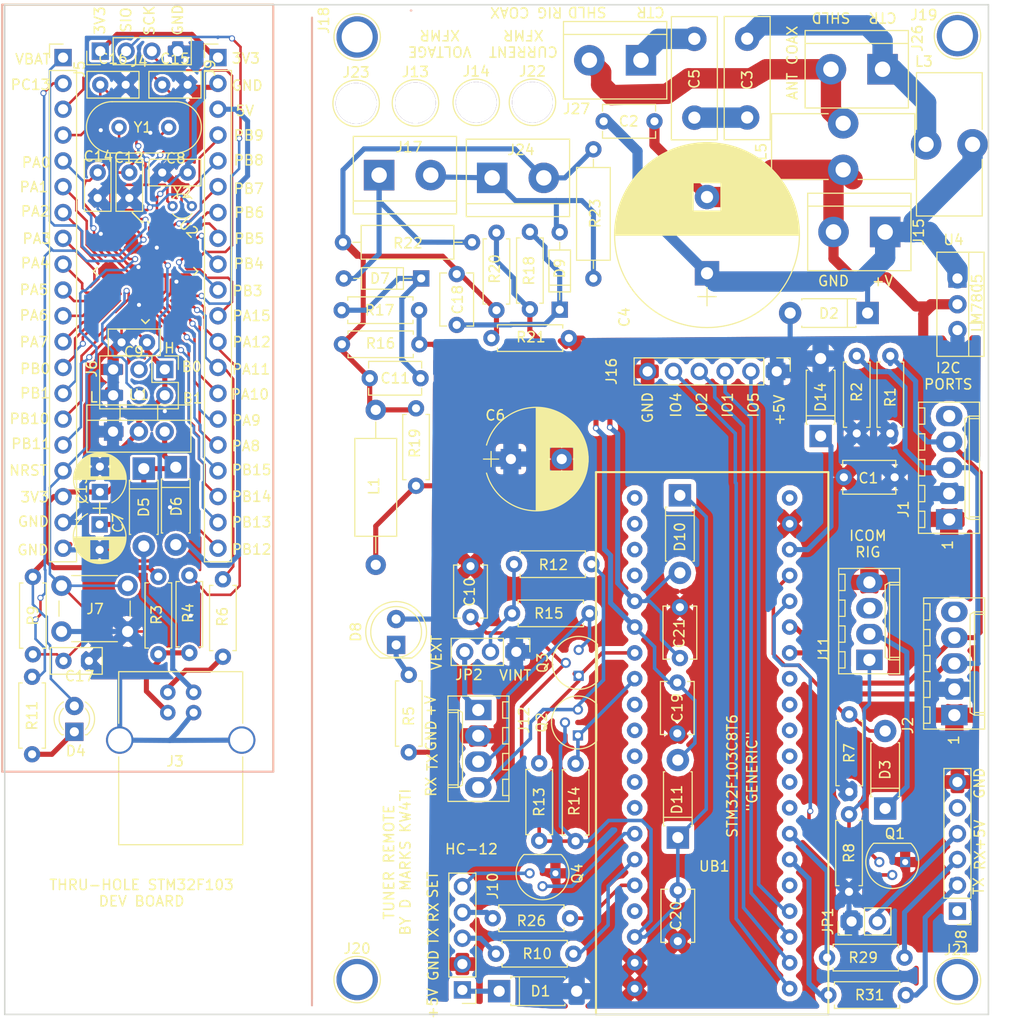
<source format=kicad_pcb>
(kicad_pcb (version 4) (host pcbnew 4.0.7)
  (layers (0 F.Cu signal) (31 B.Cu signal) (34 B.Paste user) (35 F.Paste user) (36 B.SilkS user) (37 F.SilkS user) (38 B.Mask user) (39 F.Mask user) (44 Edge.Cuts user))
  (net 0 "")
  (net 1 "Net-(C3-Pad1)")
  (net 2 +5V)
  (net 3 GND)
  (net 4 IO1)
  (net 5 IO2)
  (net 6 IO4)
  (net 7 IO5)
  (net 8 I2CSCL)
  (net 9 I2CSDA)
  (net 10 "Net-(J8-Pad3)")
  (net 11 "Net-(J8-Pad4)")
  (net 12 "Net-(J10-Pad3)")
  (net 13 "Net-(J10-Pad4)")
  (net 14 "Net-(D1-Pad1)")
  (net 15 "Net-(C3-Pad2)")
  (net 16 SHIELD)
  (net 17 "Net-(D8-Pad1)")
  (net 18 "Net-(C5-Pad2)")
  (net 19 "Net-(J8-Pad2)")
  (net 20 "Net-(R10-Pad1)")
  (net 21 "Net-(R26-Pad1)")
  (net 22 "Net-(R29-Pad2)")
  (net 23 "Net-(R31-Pad2)")
  (net 24 "Net-(D14-Pad1)")
  (net 25 PC13)
  (net 26 "Net-(C7-Pad1)")
  (net 27 GNDB)
  (net 28 OSCIN)
  (net 29 OSCOUT)
  (net 30 OSC32IN)
  (net 31 OSC32OUT)
  (net 32 NRST)
  (net 33 "Net-(D3-Pad1)")
  (net 34 "Net-(J3-Pad2)")
  (net 35 "Net-(J3-Pad3)")
  (net 36 3V3B)
  (net 37 PA13)
  (net 38 PA14)
  (net 39 VBAT)
  (net 40 5VB)
  (net 41 PB9)
  (net 42 PA0)
  (net 43 PB8)
  (net 44 PA1)
  (net 45 PB7)
  (net 46 PA2)
  (net 47 PB5)
  (net 48 PA3)
  (net 49 PA4)
  (net 50 PB4)
  (net 51 PA5)
  (net 52 PB3)
  (net 53 PA6)
  (net 54 PA15)
  (net 55 PA7)
  (net 56 PA12)
  (net 57 PB0)
  (net 58 PA11)
  (net 59 PB1)
  (net 60 PA10)
  (net 61 PB10)
  (net 62 PA9)
  (net 63 PB11)
  (net 64 PA8)
  (net 65 PB15)
  (net 66 PB14)
  (net 67 PB13)
  (net 68 PB12)
  (net 69 BOOT0)
  (net 70 PB2)
  (net 71 PB6)
  (net 72 "Net-(D4-Pad1)")
  (net 73 "Net-(D5-Pad2)")
  (net 74 "Net-(D3-Pad2)")
  (net 75 "Net-(Q1-Pad2)")
  (net 76 "Net-(J11-Pad1)")
  (net 77 +3V3)
  (net 78 "Net-(J12-Pad4)")
  (net 79 "Net-(Q2-Pad1)")
  (net 80 "Net-(J12-Pad3)")
  (net 81 "Net-(Q3-Pad1)")
  (net 82 "Net-(JP2-Pad2)")
  (net 83 "Net-(J12-Pad1)")
  (net 84 "Net-(J10-Pad5)")
  (net 85 "Net-(Q4-Pad2)")
  (net 86 VFwd)
  (net 87 GNDS)
  (net 88 VRev)
  (net 89 S1)
  (net 90 S2)
  (net 91 "Net-(C2-Pad2)")
  (net 92 "Net-(C11-Pad1)")
  (net 93 "Net-(C18-Pad1)")
  (module Capacitors_THT:CP_Radial_D18.0mm_P7.50mm (layer F.Cu) (at 124.46 55.372 90)
    (fp_text reference C4 (at -4.318 -8.128 90) (layer F.SilkS))
    (fp_text value "1000 uF")
    (pad 1 thru_hole rect (at 0 0 90) (size 2.4 2.4) (drill 1.2) (layers *.Cu *.Mask) (net 91 "Net-(C2-Pad2)"))
    (pad 2 thru_hole circle (at 7.5 0 90) (size 2.4 2.4) (drill 1.2) (layers *.Cu *.Mask) (net 3 GND))
  )
  (module Resistors_THT:R_Axial_DIN0207_L6.3mm_D2.5mm_P7.62mm_Horizontal (layer F.Cu) (at 96.1644 62.357 180)
    (fp_text reference R16 (at 3.8227 0.0889 180) (layer F.SilkS))
    (fp_text value 10k)
    (pad 1 thru_hole circle (at 0 0 180) (size 1.6 1.6) (drill 0.8) (layers *.Cu *.Mask) (net 86 VFwd))
    (pad 2 thru_hole oval (at 7.62 0 180) (size 1.6 1.6) (drill 0.8) (layers *.Cu *.Mask) (net 87 GNDS))
  )
  (module Housings_QFP:LQFP-48_7x7mm_Pitch0.5mm (layer F.Cu) (at 69.215 55.1815 315)
    (fp_text reference U2 (at 0 -6 315) (layer F.SilkS))
    (fp_text value STM32F103C8T6)
    (pad 1 smd rect (at -4.35 -2.75 315) (size 1.3 0.25) (layers F.Cu F.Paste F.Mask) (net 39 VBAT))
    (pad 2 smd rect (at -4.35 -2.25 315) (size 1.3 0.25) (layers F.Cu F.Paste F.Mask) (net 25 PC13))
    (pad 3 smd rect (at -4.35 -1.75 315) (size 1.3 0.25) (layers F.Cu F.Paste F.Mask) (net 30 OSC32IN))
    (pad 4 smd rect (at -4.35 -1.25 315) (size 1.3 0.25) (layers F.Cu F.Paste F.Mask) (net 31 OSC32OUT))
    (pad 5 smd rect (at -4.35 -0.75 315) (size 1.3 0.25) (layers F.Cu F.Paste F.Mask) (net 28 OSCIN))
    (pad 6 smd rect (at -4.35 -0.25 315) (size 1.3 0.25) (layers F.Cu F.Paste F.Mask) (net 29 OSCOUT))
    (pad 7 smd rect (at -4.35 0.25 315) (size 1.3 0.25) (layers F.Cu F.Paste F.Mask) (net 32 NRST))
    (pad 8 smd rect (at -4.35 0.75 315) (size 1.3 0.25) (layers F.Cu F.Paste F.Mask) (net 27 GNDB))
    (pad 9 smd rect (at -4.35 1.25 315) (size 1.3 0.25) (layers F.Cu F.Paste F.Mask) (net 36 3V3B))
    (pad 10 smd rect (at -4.35 1.75 315) (size 1.3 0.25) (layers F.Cu F.Paste F.Mask) (net 42 PA0))
    (pad 11 smd rect (at -4.35 2.25 315) (size 1.3 0.25) (layers F.Cu F.Paste F.Mask) (net 44 PA1))
    (pad 12 smd rect (at -4.35 2.75 315) (size 1.3 0.25) (layers F.Cu F.Paste F.Mask) (net 46 PA2))
    (pad 13 smd rect (at -2.75 4.35 45) (size 1.3 0.25) (layers F.Cu F.Paste F.Mask) (net 48 PA3))
    (pad 14 smd rect (at -2.25 4.35 45) (size 1.3 0.25) (layers F.Cu F.Paste F.Mask) (net 49 PA4))
    (pad 15 smd rect (at -1.75 4.35 45) (size 1.3 0.25) (layers F.Cu F.Paste F.Mask) (net 51 PA5))
    (pad 16 smd rect (at -1.25 4.35 45) (size 1.3 0.25) (layers F.Cu F.Paste F.Mask) (net 53 PA6))
    (pad 17 smd rect (at -0.75 4.35 45) (size 1.3 0.25) (layers F.Cu F.Paste F.Mask) (net 55 PA7))
    (pad 18 smd rect (at -0.25 4.35 45) (size 1.3 0.25) (layers F.Cu F.Paste F.Mask) (net 57 PB0))
    (pad 19 smd rect (at 0.25 4.35 45) (size 1.3 0.25) (layers F.Cu F.Paste F.Mask) (net 59 PB1))
    (pad 20 smd rect (at 0.75 4.35 45) (size 1.3 0.25) (layers F.Cu F.Paste F.Mask) (net 70 PB2))
    (pad 21 smd rect (at 1.25 4.35 45) (size 1.3 0.25) (layers F.Cu F.Paste F.Mask) (net 61 PB10))
    (pad 22 smd rect (at 1.75 4.35 45) (size 1.3 0.25) (layers F.Cu F.Paste F.Mask) (net 63 PB11))
    (pad 23 smd rect (at 2.25 4.35 45) (size 1.3 0.25) (layers F.Cu F.Paste F.Mask) (net 27 GNDB))
    (pad 24 smd rect (at 2.75 4.35 45) (size 1.3 0.25) (layers F.Cu F.Paste F.Mask) (net 36 3V3B))
    (pad 25 smd rect (at 4.35 2.75 315) (size 1.3 0.25) (layers F.Cu F.Paste F.Mask) (net 68 PB12))
    (pad 26 smd rect (at 4.35 2.25 315) (size 1.3 0.25) (layers F.Cu F.Paste F.Mask) (net 67 PB13))
    (pad 27 smd rect (at 4.35 1.75 315) (size 1.3 0.25) (layers F.Cu F.Paste F.Mask) (net 66 PB14))
    (pad 28 smd rect (at 4.35 1.25 315) (size 1.3 0.25) (layers F.Cu F.Paste F.Mask) (net 65 PB15))
    (pad 29 smd rect (at 4.35 0.75 315) (size 1.3 0.25) (layers F.Cu F.Paste F.Mask) (net 64 PA8))
    (pad 30 smd rect (at 4.35 0.25 315) (size 1.3 0.25) (layers F.Cu F.Paste F.Mask) (net 62 PA9))
    (pad 31 smd rect (at 4.35 -0.25 315) (size 1.3 0.25) (layers F.Cu F.Paste F.Mask) (net 60 PA10))
    (pad 32 smd rect (at 4.35 -0.75 315) (size 1.3 0.25) (layers F.Cu F.Paste F.Mask) (net 58 PA11))
    (pad 33 smd rect (at 4.35 -1.25 315) (size 1.3 0.25) (layers F.Cu F.Paste F.Mask) (net 56 PA12))
    (pad 34 smd rect (at 4.35 -1.75 315) (size 1.3 0.25) (layers F.Cu F.Paste F.Mask) (net 37 PA13))
    (pad 35 smd rect (at 4.35 -2.25 315) (size 1.3 0.25) (layers F.Cu F.Paste F.Mask) (net 27 GNDB))
    (pad 36 smd rect (at 4.35 -2.75 315) (size 1.3 0.25) (layers F.Cu F.Paste F.Mask) (net 36 3V3B))
    (pad 37 smd rect (at 2.75 -4.35 45) (size 1.3 0.25) (layers F.Cu F.Paste F.Mask) (net 38 PA14))
    (pad 38 smd rect (at 2.25 -4.35 45) (size 1.3 0.25) (layers F.Cu F.Paste F.Mask) (net 54 PA15))
    (pad 39 smd rect (at 1.75 -4.35 45) (size 1.3 0.25) (layers F.Cu F.Paste F.Mask) (net 52 PB3))
    (pad 40 smd rect (at 1.25 -4.35 45) (size 1.3 0.25) (layers F.Cu F.Paste F.Mask) (net 50 PB4))
    (pad 41 smd rect (at 0.75 -4.35 45) (size 1.3 0.25) (layers F.Cu F.Paste F.Mask) (net 47 PB5))
    (pad 42 smd rect (at 0.25 -4.35 45) (size 1.3 0.25) (layers F.Cu F.Paste F.Mask) (net 71 PB6))
    (pad 43 smd rect (at -0.25 -4.35 45) (size 1.3 0.25) (layers F.Cu F.Paste F.Mask) (net 45 PB7))
    (pad 44 smd rect (at -0.75 -4.35 45) (size 1.3 0.25) (layers F.Cu F.Paste F.Mask) (net 69 BOOT0))
    (pad 45 smd rect (at -1.25 -4.35 45) (size 1.3 0.25) (layers F.Cu F.Paste F.Mask) (net 43 PB8))
    (pad 46 smd rect (at -1.75 -4.35 45) (size 1.3 0.25) (layers F.Cu F.Paste F.Mask) (net 41 PB9))
    (pad 47 smd rect (at -2.25 -4.35 45) (size 1.3 0.25) (layers F.Cu F.Paste F.Mask) (net 27 GNDB))
    (pad 48 smd rect (at -2.75 -4.35 45) (size 1.3 0.25) (layers F.Cu F.Paste F.Mask) (net 36 3V3B))
  )
  (module TO_SOT_Packages_THT:TO-92_Molded_Narrow (layer F.Cu) (at 109.5502 114.3889 180)
    (fp_text reference Q4 (at -2.1463 -0.0254 270) (layer F.SilkS))
    (fp_text value 2N7000)
    (pad 2 thru_hole circle (at 1.27 -1.27 270) (size 1 1) (drill 0.6) (layers *.Cu *.Mask) (net 85 "Net-(Q4-Pad2)"))
    (pad 3 thru_hole circle (at 2.54 0 270) (size 1 1) (drill 0.6) (layers *.Cu *.Mask) (net 84 "Net-(J10-Pad5)"))
    (pad 1 thru_hole rect (at 0 0 270) (size 1 1) (drill 0.6) (layers *.Cu *.Mask) (net 3 GND))
  )
  (module Connectors_Terminal_Blocks:TerminalBlock_bornier-2_P5.08mm (layer F.Cu) (at 141.732 35.306 180)
    (fp_text reference J26 (at -3.429 3.048 270) (layer F.SilkS))
    (fp_text value Conn_01x02)
    (pad 1 thru_hole rect (at 0 0 180) (size 3 3) (drill 1.52) (layers *.Cu *.Mask) (net 1 "Net-(C3-Pad1)"))
    (pad 2 thru_hole circle (at 5.08 0 180) (size 3 3) (drill 1.52) (layers *.Cu *.Mask) (net 16 SHIELD))
  )
  (module Capacitors_THT:C_Disc_D12.0mm_W4.4mm_P7.75mm (layer F.Cu) (at 128.41224 32.29864 270)
    (fp_text reference C3 (at 4.064 0 270) (layer F.SilkS))
    (fp_text value "0.1 uF")
    (pad 1 thru_hole circle (at 0 0 270) (size 2.4 2.4) (drill 1.2) (layers *.Cu *.Mask) (net 1 "Net-(C3-Pad1)"))
    (pad 2 thru_hole circle (at 7.75 0 270) (size 2.4 2.4) (drill 1.2) (layers *.Cu *.Mask) (net 15 "Net-(C3-Pad2)"))
  )
  (module Connectors:1pin (layer F.Cu) (at 90.043 32.131)
    (fp_text reference J18 (at -3.2766 -1.6383 90) (layer F.SilkS))
    (fp_text value Conn_01x01)
    (pad 1 thru_hole circle (at 0 0) (size 4.064 4.064) (drill 3.048) (layers *.Cu *.Mask))
  )
  (module Connectors:1pin (layer F.Cu) (at 149.098 32.004)
    (fp_text reference J19 (at -3.302 -2.032) (layer F.SilkS))
    (fp_text value Conn_01x01)
    (pad 1 thru_hole circle (at 0 0) (size 4.064 4.064) (drill 3.048) (layers *.Cu *.Mask))
  )
  (module Connectors:1pin (layer F.Cu) (at 90.043 124.841)
    (fp_text reference J20 (at 0 -3.048) (layer F.SilkS))
    (fp_text value Conn_01x01)
    (pad 1 thru_hole circle (at 0 0) (size 4.064 4.064) (drill 3.048) (layers *.Cu *.Mask))
  )
  (module Connectors:1pin (layer F.Cu) (at 149.098 124.968)
    (fp_text reference J21 (at 0 -3.048) (layer F.SilkS))
    (fp_text value Conn_01x01)
    (pad 1 thru_hole circle (at 0 -0.127) (size 4.064 4.064) (drill 3.048) (layers *.Cu *.Mask))
  )
  (module Pin_Headers:Pin_Header_Straight_1x06_Pitch2.54mm (layer F.Cu) (at 131.318 65.024 270)
    (fp_text reference J16 (at 0 16.256 270) (layer F.SilkS))
    (fp_text value Conn_01x06)
    (pad 1 thru_hole rect (at 0 0 270) (size 1.7 1.7) (drill 1) (layers *.Cu *.Mask) (net 2 +5V))
    (pad 2 thru_hole oval (at 0 2.54 270) (size 1.7 1.7) (drill 1) (layers *.Cu *.Mask) (net 7 IO5))
    (pad 3 thru_hole oval (at 0 5.08 270) (size 1.7 1.7) (drill 1) (layers *.Cu *.Mask) (net 4 IO1))
    (pad 4 thru_hole oval (at 0 7.62 270) (size 1.7 1.7) (drill 1) (layers *.Cu *.Mask) (net 5 IO2))
    (pad 5 thru_hole oval (at 0 10.16 270) (size 1.7 1.7) (drill 1) (layers *.Cu *.Mask) (net 6 IO4))
    (pad 6 thru_hole oval (at 0 12.7 270) (size 1.7 1.7) (drill 1) (layers *.Cu *.Mask) (net 3 GND))
  )
  (module Capacitors_THT:C_Disc_D5.1mm_W3.2mm_P5.00mm (layer F.Cu) (at 137.922 75.438)
    (fp_text reference C1 (at 2.413 0.084999) (layer F.SilkS))
    (fp_text value "0.1 uF")
    (pad 1 thru_hole circle (at 0 0) (size 1.6 1.6) (drill 0.8) (layers *.Cu *.Mask) (net 3 GND))
    (pad 2 thru_hole circle (at 5 0) (size 1.6 1.6) (drill 0.8) (layers *.Cu *.Mask) (net 2 +5V))
  )
  (module Pin_Headers:Pin_Header_Straight_1x06_Pitch2.54mm (layer F.Cu) (at 149.098 118.11 180)
    (fp_text reference J8 (at -0.381 -2.667 270) (layer F.SilkS))
    (fp_text value Conn_01x06)
    (pad 1 thru_hole rect (at 0 0 180) (size 1.7 1.7) (drill 1) (layers *.Cu *.Mask))
    (pad 2 thru_hole oval (at 0 2.54 180) (size 1.7 1.7) (drill 1) (layers *.Cu *.Mask) (net 19 "Net-(J8-Pad2)"))
    (pad 3 thru_hole oval (at 0 5.08 180) (size 1.7 1.7) (drill 1) (layers *.Cu *.Mask) (net 10 "Net-(J8-Pad3)"))
    (pad 4 thru_hole oval (at 0 7.62 180) (size 1.7 1.7) (drill 1) (layers *.Cu *.Mask) (net 11 "Net-(J8-Pad4)"))
    (pad 5 thru_hole oval (at 0 10.16 180) (size 1.7 1.7) (drill 1) (layers *.Cu *.Mask))
    (pad 6 thru_hole oval (at 0 12.7 180) (size 1.7 1.7) (drill 1) (layers *.Cu *.Mask) (net 3 GND))
  )
  (module Pin_Headers:Pin_Header_Straight_1x02_Pitch2.54mm (layer F.Cu) (at 138.684 119.126 90)
    (fp_text reference JP1 (at 0 -2.33 90) (layer F.SilkS))
    (fp_text value Jumper)
    (pad 1 thru_hole rect (at 0 0 90) (size 1.7 1.7) (drill 1) (layers *.Cu *.Mask) (net 2 +5V))
    (pad 2 thru_hole oval (at 0 2.54 90) (size 1.7 1.7) (drill 1) (layers *.Cu *.Mask) (net 11 "Net-(J8-Pad4)"))
  )
  (module Pin_Headers:Pin_Header_Straight_1x05_Pitch2.54mm (layer F.Cu) (at 100.3935 125.857 180)
    (fp_text reference J10 (at -2.9845 10.2235 270) (layer F.SilkS))
    (fp_text value Conn_01x05)
    (pad 1 thru_hole rect (at 0 0 180) (size 1.7 1.7) (drill 1) (layers *.Cu *.Mask) (net 14 "Net-(D1-Pad1)"))
    (pad 2 thru_hole oval (at 0 2.54 180) (size 1.7 1.7) (drill 1) (layers *.Cu *.Mask) (net 3 GND))
    (pad 3 thru_hole oval (at 0 5.08 180) (size 1.7 1.7) (drill 1) (layers *.Cu *.Mask) (net 12 "Net-(J10-Pad3)"))
    (pad 4 thru_hole oval (at 0 7.62 180) (size 1.7 1.7) (drill 1) (layers *.Cu *.Mask) (net 13 "Net-(J10-Pad4)"))
    (pad 5 thru_hole oval (at 0 10.16 180) (size 1.7 1.7) (drill 1) (layers *.Cu *.Mask) (net 84 "Net-(J10-Pad5)"))
  )
  (module Capacitors_THT:C_Disc_D5.1mm_W3.2mm_P5.00mm (layer F.Cu) (at 119.2911 40.4241 180)
    (fp_text reference C2 (at 2.54 0 180) (layer F.SilkS))
    (fp_text value "0.1 uF")
    (pad 1 thru_hole circle (at 0 0 180) (size 1.6 1.6) (drill 0.8) (layers *.Cu *.Mask) (net 3 GND))
    (pad 2 thru_hole circle (at 5 0 180) (size 1.6 1.6) (drill 0.8) (layers *.Cu *.Mask) (net 91 "Net-(C2-Pad2)"))
  )
  (module Connectors_Terminal_Blocks:TerminalBlock_bornier-2_P5.08mm (layer F.Cu) (at 117.96268 34.42208 180)
    (fp_text reference J27 (at 6.33984 -4.78028 180) (layer F.SilkS))
    (fp_text value Conn_01x02)
    (pad 1 thru_hole rect (at 0 0 180) (size 3 3) (drill 1.52) (layers *.Cu *.Mask) (net 18 "Net-(C5-Pad2)"))
    (pad 2 thru_hole circle (at 5.08 0 180) (size 3 3) (drill 1.52) (layers *.Cu *.Mask) (net 16 SHIELD))
  )
  (module Inductors_THT:L_Toroid_Vertical_L14.0mm_W6.3mm_P4.57mm_Pulse_A (layer F.Cu) (at 146.01444 42.69232 90)
    (fp_text reference L3 (at 8.14832 -0.21844 180) (layer F.SilkS))
    (fp_text value "100 uH")
    (pad 1 thru_hole circle (at 0 0 90) (size 3 3) (drill 1.5) (layers *.Cu *.Mask) (net 1 "Net-(C3-Pad1)"))
    (pad 2 thru_hole circle (at 0 4.57 90) (size 3 3) (drill 1.5) (layers *.Cu *.Mask) (net 91 "Net-(C2-Pad2)"))
  )
  (module Inductors_THT:L_Toroid_Vertical_L14.0mm_W6.3mm_P4.57mm_Pulse_A (layer F.Cu) (at 137.85596 40.62476)
    (fp_text reference L5 (at -8.06196 2.80924 90) (layer F.SilkS))
    (fp_text value "100 uH")
    (pad 1 thru_hole circle (at 0 0) (size 3 3) (drill 1.5) (layers *.Cu *.Mask) (net 16 SHIELD))
    (pad 2 thru_hole circle (at 0 4.57) (size 3 3) (drill 1.5) (layers *.Cu *.Mask) (net 3 GND))
  )
  (module LEDs:LED_D5.0mm (layer F.Cu) (at 93.8784 91.9226 90)
    (fp_text reference D8 (at 1.27 -3.96 90) (layer F.SilkS))
    (fp_text value LED)
    (pad 1 thru_hole rect (at 0 0 90) (size 1.8 1.8) (drill 0.9) (layers *.Cu *.Mask) (net 17 "Net-(D8-Pad1)"))
    (pad 2 thru_hole circle (at 2.54 0 90) (size 1.8 1.8) (drill 0.9) (layers *.Cu *.Mask) (net 2 +5V))
  )
  (module Capacitors_THT:C_Disc_D12.0mm_W4.4mm_P7.75mm (layer F.Cu) (at 123.2154 40.06596 90)
    (fp_text reference C5 (at 3.81 0 90) (layer F.SilkS))
    (fp_text value "0.1 uF")
    (pad 1 thru_hole circle (at 0 0 90) (size 2.4 2.4) (drill 1.2) (layers *.Cu *.Mask) (net 15 "Net-(C3-Pad2)"))
    (pad 2 thru_hole circle (at 7.75 0 90) (size 2.4 2.4) (drill 1.2) (layers *.Cu *.Mask) (net 18 "Net-(C5-Pad2)"))
  )
  (module Diodes_THT:D_DO-41_SOD81_P7.62mm_Horizontal (layer F.Cu) (at 135.636 71.374 90)
    (fp_text reference D14 (at 3.81 0 90) (layer F.SilkS))
    (fp_text value 1N5819)
    (pad 1 thru_hole rect (at 0 0 90) (size 2.2 2.2) (drill 1.1) (layers *.Cu *.Mask) (net 24 "Net-(D14-Pad1)"))
    (pad 2 thru_hole oval (at 7.62 0 90) (size 2.2 2.2) (drill 1.1) (layers *.Cu *.Mask) (net 2 +5V))
  )
  (module Diodes_THT:D_DO-41_SOD81_P7.62mm_Horizontal (layer F.Cu) (at 104.013 125.984)
    (fp_text reference D1 (at 4.064 0) (layer F.SilkS))
    (fp_text value 1N4001)
    (pad 1 thru_hole rect (at 0 0) (size 2.2 2.2) (drill 1.1) (layers *.Cu *.Mask) (net 14 "Net-(D1-Pad1)"))
    (pad 2 thru_hole oval (at 7.62 0) (size 2.2 2.2) (drill 1.1) (layers *.Cu *.Mask) (net 2 +5V))
  )
  (module Resistors_THT:R_Axial_DIN0207_L6.3mm_D2.5mm_P7.62mm_Horizontal (layer F.Cu) (at 142.494 71.12 90)
    (fp_text reference R1 (at 3.556 0 90) (layer F.SilkS))
    (fp_text value 10k)
    (pad 1 thru_hole circle (at 0 0 90) (size 1.6 1.6) (drill 0.8) (layers *.Cu *.Mask) (net 2 +5V))
    (pad 2 thru_hole oval (at 7.62 0 90) (size 1.6 1.6) (drill 0.8) (layers *.Cu *.Mask) (net 9 I2CSDA))
  )
  (module Resistors_THT:R_Axial_DIN0207_L6.3mm_D2.5mm_P7.62mm_Horizontal (layer F.Cu) (at 139.192 71.12 90)
    (fp_text reference R2 (at 4.064 0 90) (layer F.SilkS))
    (fp_text value 10k)
    (pad 1 thru_hole circle (at 0 0 90) (size 1.6 1.6) (drill 0.8) (layers *.Cu *.Mask) (net 2 +5V))
    (pad 2 thru_hole oval (at 7.62 0 90) (size 1.6 1.6) (drill 0.8) (layers *.Cu *.Mask) (net 8 I2CSCL))
  )
  (module Resistors_THT:R_Axial_DIN0207_L6.3mm_D2.5mm_P7.62mm_Horizontal (layer F.Cu) (at 95.123 94.869 270)
    (fp_text reference R5 (at 4.064 0 270) (layer F.SilkS))
    (fp_text value 470R)
    (pad 1 thru_hole circle (at 0 0 270) (size 1.6 1.6) (drill 0.8) (layers *.Cu *.Mask) (net 17 "Net-(D8-Pad1)"))
    (pad 2 thru_hole oval (at 7.62 0 270) (size 1.6 1.6) (drill 0.8) (layers *.Cu *.Mask) (net 3 GND))
  )
  (module Resistors_THT:R_Axial_DIN0207_L6.3mm_D2.5mm_P7.62mm_Horizontal (layer F.Cu) (at 111.3155 122.301 180)
    (fp_text reference R10 (at 3.556 0 180) (layer F.SilkS))
    (fp_text value 1k)
    (pad 1 thru_hole circle (at 0 0 180) (size 1.6 1.6) (drill 0.8) (layers *.Cu *.Mask) (net 20 "Net-(R10-Pad1)"))
    (pad 2 thru_hole oval (at 7.62 0 180) (size 1.6 1.6) (drill 0.8) (layers *.Cu *.Mask) (net 12 "Net-(J10-Pad3)"))
  )
  (module Resistors_THT:R_Axial_DIN0207_L6.3mm_D2.5mm_P7.62mm_Horizontal (layer F.Cu) (at 110.998 118.8085 180)
    (fp_text reference R26 (at 3.81 -0.254 180) (layer F.SilkS))
    (fp_text value 1k)
    (pad 1 thru_hole circle (at 0 0 180) (size 1.6 1.6) (drill 0.8) (layers *.Cu *.Mask) (net 21 "Net-(R26-Pad1)"))
    (pad 2 thru_hole oval (at 7.62 0 180) (size 1.6 1.6) (drill 0.8) (layers *.Cu *.Mask) (net 13 "Net-(J10-Pad4)"))
  )
  (module Resistors_THT:R_Axial_DIN0207_L6.3mm_D2.5mm_P7.62mm_Horizontal (layer F.Cu) (at 143.891 122.682 180)
    (fp_text reference R29 (at 4.064 0 180) (layer F.SilkS))
    (fp_text value 1k)
    (pad 1 thru_hole circle (at 0 0 180) (size 1.6 1.6) (drill 0.8) (layers *.Cu *.Mask) (net 10 "Net-(J8-Pad3)"))
    (pad 2 thru_hole oval (at 7.62 0 180) (size 1.6 1.6) (drill 0.8) (layers *.Cu *.Mask) (net 22 "Net-(R29-Pad2)"))
  )
  (module Resistors_THT:R_Axial_DIN0207_L6.3mm_D2.5mm_P7.62mm_Horizontal (layer F.Cu) (at 144.018 126.365 180)
    (fp_text reference R31 (at 3.556 0 180) (layer F.SilkS))
    (fp_text value 1k)
    (pad 1 thru_hole circle (at 0 0 180) (size 1.6 1.6) (drill 0.8) (layers *.Cu *.Mask) (net 19 "Net-(J8-Pad2)"))
    (pad 2 thru_hole oval (at 7.62 0 180) (size 1.6 1.6) (drill 0.8) (layers *.Cu *.Mask) (net 23 "Net-(R31-Pad2)"))
  )
  (module Connectors_Terminal_Blocks:TerminalBlock_bornier-2_P5.08mm (layer F.Cu) (at 141.986 51.308 180)
    (fp_text reference J15 (at -3.302 0 270) (layer F.SilkS))
    (fp_text value Conn_01x02)
    (pad 1 thru_hole rect (at 0 0 180) (size 3 3) (drill 1.52) (layers *.Cu *.Mask) (net 91 "Net-(C2-Pad2)"))
    (pad 2 thru_hole circle (at 5.08 0 180) (size 3 3) (drill 1.52) (layers *.Cu *.Mask) (net 3 GND))
  )
  (module Connectors_Molex:Molex_KK-6410-05_05x2.54mm_Straight (layer F.Cu) (at 148.2852 79.5782 90)
    (fp_text reference J1 (at 1 -4.5 90) (layer F.SilkS))
    (fp_text value Conn_01x05)
    (pad 1 thru_hole rect (at 0 0 90) (size 2 2.6) (drill 1.2) (layers *.Cu *.Mask) (net 3 GND))
    (pad 2 thru_hole oval (at 2.54 0 90) (size 2 2.6) (drill 1.2) (layers *.Cu *.Mask) (net 2 +5V))
    (pad 3 thru_hole oval (at 5.08 0 90) (size 2 2.6) (drill 1.2) (layers *.Cu *.Mask) (net 8 I2CSCL))
    (pad 4 thru_hole oval (at 7.62 0 90) (size 2 2.6) (drill 1.2) (layers *.Cu *.Mask) (net 9 I2CSDA))
    (pad 5 thru_hole oval (at 10.16 0 90) (size 2 2.6) (drill 1.2) (layers *.Cu *.Mask))
  )
  (module Connectors_Molex:Molex_KK-6410-05_05x2.54mm_Straight (layer F.Cu) (at 148.7932 98.8314 90)
    (fp_text reference J2 (at -1.016 -4.572 90) (layer F.SilkS))
    (fp_text value Conn_01x05)
    (pad 1 thru_hole rect (at 0 0 90) (size 2 2.6) (drill 1.2) (layers *.Cu *.Mask) (net 3 GND))
    (pad 2 thru_hole oval (at 2.54 0 90) (size 2 2.6) (drill 1.2) (layers *.Cu *.Mask) (net 2 +5V))
    (pad 3 thru_hole oval (at 5.08 0 90) (size 2 2.6) (drill 1.2) (layers *.Cu *.Mask) (net 8 I2CSCL))
    (pad 4 thru_hole oval (at 7.62 0 90) (size 2 2.6) (drill 1.2) (layers *.Cu *.Mask) (net 9 I2CSDA))
    (pad 5 thru_hole oval (at 10.16 0 90) (size 2 2.6) (drill 1.2) (layers *.Cu *.Mask))
  )
  (module Pin_Headers:Pin_Header_Straight_1x20_Pitch2.54mm (layer F.Cu) (at 61.11 34.158)
    (fp_text reference J5 (at 1.628 1.148 270) (layer F.SilkS))
    (fp_text value Conn_01x20)
    (pad 1 thru_hole rect (at 0 0) (size 1.7 1.7) (drill 1) (layers *.Cu *.Mask) (net 39 VBAT))
    (pad 2 thru_hole oval (at 0 2.54) (size 1.7 1.7) (drill 1) (layers *.Cu *.Mask) (net 25 PC13))
    (pad 3 thru_hole oval (at 0 5.08) (size 1.7 1.7) (drill 1) (layers *.Cu *.Mask) (net 30 OSC32IN))
    (pad 4 thru_hole oval (at 0 7.62) (size 1.7 1.7) (drill 1) (layers *.Cu *.Mask) (net 31 OSC32OUT))
    (pad 5 thru_hole oval (at 0 10.16) (size 1.7 1.7) (drill 1) (layers *.Cu *.Mask) (net 42 PA0))
    (pad 6 thru_hole oval (at 0 12.7) (size 1.7 1.7) (drill 1) (layers *.Cu *.Mask) (net 44 PA1))
    (pad 7 thru_hole oval (at 0 15.24) (size 1.7 1.7) (drill 1) (layers *.Cu *.Mask) (net 46 PA2))
    (pad 8 thru_hole oval (at 0 17.78) (size 1.7 1.7) (drill 1) (layers *.Cu *.Mask) (net 48 PA3))
    (pad 9 thru_hole oval (at 0 20.32) (size 1.7 1.7) (drill 1) (layers *.Cu *.Mask) (net 49 PA4))
    (pad 10 thru_hole oval (at 0 22.86) (size 1.7 1.7) (drill 1) (layers *.Cu *.Mask) (net 51 PA5))
    (pad 11 thru_hole oval (at 0 25.4) (size 1.7 1.7) (drill 1) (layers *.Cu *.Mask) (net 53 PA6))
    (pad 12 thru_hole oval (at 0 27.94) (size 1.7 1.7) (drill 1) (layers *.Cu *.Mask) (net 55 PA7))
    (pad 13 thru_hole oval (at 0 30.48) (size 1.7 1.7) (drill 1) (layers *.Cu *.Mask) (net 57 PB0))
    (pad 14 thru_hole oval (at 0 33.02) (size 1.7 1.7) (drill 1) (layers *.Cu *.Mask) (net 59 PB1))
    (pad 15 thru_hole oval (at 0 35.56) (size 1.7 1.7) (drill 1) (layers *.Cu *.Mask) (net 61 PB10))
    (pad 16 thru_hole oval (at 0 38.1) (size 1.7 1.7) (drill 1) (layers *.Cu *.Mask) (net 63 PB11))
    (pad 17 thru_hole oval (at 0 40.64) (size 1.7 1.7) (drill 1) (layers *.Cu *.Mask) (net 32 NRST))
    (pad 18 thru_hole oval (at 0 43.18) (size 1.7 1.7) (drill 1) (layers *.Cu *.Mask) (net 36 3V3B))
    (pad 19 thru_hole oval (at 0 45.72) (size 1.7 1.7) (drill 1) (layers *.Cu *.Mask) (net 27 GNDB))
    (pad 20 thru_hole oval (at 0 48.26) (size 1.7 1.7) (drill 1) (layers *.Cu *.Mask) (net 27 GNDB))
  )
  (module Pin_Headers:Pin_Header_Straight_1x20_Pitch2.54mm (layer F.Cu) (at 76.35 34.158)
    (fp_text reference J9 (at -0.785 1.021 90) (layer F.SilkS))
    (fp_text value Conn_01x20)
    (pad 1 thru_hole rect (at 0 0) (size 1.7 1.7) (drill 1) (layers *.Cu *.Mask) (net 36 3V3B))
    (pad 2 thru_hole oval (at 0 2.54) (size 1.7 1.7) (drill 1) (layers *.Cu *.Mask) (net 27 GNDB))
    (pad 3 thru_hole oval (at 0 5.08) (size 1.7 1.7) (drill 1) (layers *.Cu *.Mask) (net 40 5VB))
    (pad 4 thru_hole oval (at 0 7.62) (size 1.7 1.7) (drill 1) (layers *.Cu *.Mask) (net 41 PB9))
    (pad 5 thru_hole oval (at 0 10.16) (size 1.7 1.7) (drill 1) (layers *.Cu *.Mask) (net 43 PB8))
    (pad 6 thru_hole oval (at 0 12.7) (size 1.7 1.7) (drill 1) (layers *.Cu *.Mask) (net 45 PB7))
    (pad 7 thru_hole oval (at 0 15.24) (size 1.7 1.7) (drill 1) (layers *.Cu *.Mask) (net 71 PB6))
    (pad 8 thru_hole oval (at 0 17.78) (size 1.7 1.7) (drill 1) (layers *.Cu *.Mask) (net 47 PB5))
    (pad 9 thru_hole oval (at 0 20.32) (size 1.7 1.7) (drill 1) (layers *.Cu *.Mask) (net 50 PB4))
    (pad 10 thru_hole oval (at 0 22.86) (size 1.7 1.7) (drill 1) (layers *.Cu *.Mask) (net 52 PB3))
    (pad 11 thru_hole oval (at 0 25.4) (size 1.7 1.7) (drill 1) (layers *.Cu *.Mask) (net 54 PA15))
    (pad 12 thru_hole oval (at 0 27.94) (size 1.7 1.7) (drill 1) (layers *.Cu *.Mask) (net 56 PA12))
    (pad 13 thru_hole oval (at 0 30.48) (size 1.7 1.7) (drill 1) (layers *.Cu *.Mask) (net 58 PA11))
    (pad 14 thru_hole oval (at 0 33.02) (size 1.7 1.7) (drill 1) (layers *.Cu *.Mask) (net 60 PA10))
    (pad 15 thru_hole oval (at 0 35.56) (size 1.7 1.7) (drill 1) (layers *.Cu *.Mask) (net 62 PA9))
    (pad 16 thru_hole oval (at 0 38.1) (size 1.7 1.7) (drill 1) (layers *.Cu *.Mask) (net 64 PA8))
    (pad 17 thru_hole oval (at 0 40.64) (size 1.7 1.7) (drill 1) (layers *.Cu *.Mask) (net 65 PB15))
    (pad 18 thru_hole oval (at 0 43.18) (size 1.7 1.7) (drill 1) (layers *.Cu *.Mask) (net 66 PB14))
    (pad 19 thru_hole oval (at 0 45.72) (size 1.7 1.7) (drill 1) (layers *.Cu *.Mask) (net 67 PB13))
    (pad 20 thru_hole oval (at 0 48.26) (size 1.7 1.7) (drill 1) (layers *.Cu *.Mask) (net 68 PB12))
  )
  (module Diodes_THT:D_DO-41_SOD81_P7.62mm_Horizontal (layer F.Cu) (at 141.986 108.0135 90)
    (fp_text reference D3 (at 3.81 0 90) (layer F.SilkS))
    (fp_text value 1N4001)
    (pad 1 thru_hole rect (at 0 0 90) (size 2.2 2.2) (drill 1.1) (layers *.Cu *.Mask) (net 33 "Net-(D3-Pad1)"))
    (pad 2 thru_hole oval (at 7.62 0 90) (size 2.2 2.2) (drill 1.1) (layers *.Cu *.Mask) (net 74 "Net-(D3-Pad2)"))
  )
  (module TO_SOT_Packages_THT:TO-92_Molded_Narrow (layer F.Cu) (at 143.9545 113.284 180)
    (fp_text reference Q1 (at 1.016 2.794 180) (layer F.SilkS))
    (fp_text value 2N7000)
    (pad 2 thru_hole circle (at 1.27 -1.27 270) (size 1 1) (drill 0.6) (layers *.Cu *.Mask) (net 75 "Net-(Q1-Pad2)"))
    (pad 3 thru_hole circle (at 2.54 0 270) (size 1 1) (drill 0.6) (layers *.Cu *.Mask) (net 76 "Net-(J11-Pad1)"))
    (pad 1 thru_hole rect (at 0 0 270) (size 1 1) (drill 0.6) (layers *.Cu *.Mask) (net 3 GND))
  )
  (module Resistors_THT:R_Axial_DIN0207_L6.3mm_D2.5mm_P7.62mm_Horizontal (layer F.Cu) (at 138.4554 106.3752 90)
    (fp_text reference R7 (at 3.81 0 90) (layer F.SilkS))
    (fp_text value 10k)
    (pad 1 thru_hole circle (at 0 0 90) (size 1.6 1.6) (drill 0.8) (layers *.Cu *.Mask) (net 2 +5V))
    (pad 2 thru_hole oval (at 7.62 0 90) (size 1.6 1.6) (drill 0.8) (layers *.Cu *.Mask) (net 74 "Net-(D3-Pad2)"))
  )
  (module Resistors_THT:R_Axial_DIN0207_L6.3mm_D2.5mm_P7.62mm_Horizontal (layer F.Cu) (at 138.43 116.205 90)
    (fp_text reference R8 (at 3.81 0 90) (layer F.SilkS))
    (fp_text value 10k)
    (pad 1 thru_hole circle (at 0 0 90) (size 1.6 1.6) (drill 0.8) (layers *.Cu *.Mask) (net 2 +5V))
    (pad 2 thru_hole oval (at 7.62 0 90) (size 1.6 1.6) (drill 0.8) (layers *.Cu *.Mask) (net 76 "Net-(J11-Pad1)"))
  )
  (module Connectors_Molex:Molex_KK-6410-04_04x2.54mm_Straight (layer F.Cu) (at 140.4366 93.3958 90)
    (fp_text reference J11 (at 1 -4.5 90) (layer F.SilkS))
    (fp_text value Conn_01x04)
    (pad 1 thru_hole rect (at 0 0 90) (size 2 2.6) (drill 1.2) (layers *.Cu *.Mask) (net 76 "Net-(J11-Pad1)"))
    (pad 2 thru_hole oval (at 2.54 0 90) (size 2 2.6) (drill 1.2) (layers *.Cu *.Mask) (net 33 "Net-(D3-Pad1)"))
    (pad 3 thru_hole oval (at 5.08 0 90) (size 2 2.6) (drill 1.2) (layers *.Cu *.Mask))
    (pad 4 thru_hole oval (at 7.62 0 90) (size 2 2.6) (drill 1.2) (layers *.Cu *.Mask) (net 3 GND))
  )
  (module TO_SOT_Packages_THT:TO-92_Molded_Narrow (layer F.Cu) (at 111.76 100.8253 90)
    (fp_text reference Q2 (at 1.27 -3.56 90) (layer F.SilkS))
    (fp_text value 2N7000)
    (pad 2 thru_hole circle (at 1.27 -1.27 180) (size 1 1) (drill 0.6) (layers *.Cu *.Mask) (net 77 +3V3))
    (pad 3 thru_hole circle (at 2.54 0 180) (size 1 1) (drill 0.6) (layers *.Cu *.Mask) (net 78 "Net-(J12-Pad4)"))
    (pad 1 thru_hole rect (at 0 0 180) (size 1 1) (drill 0.6) (layers *.Cu *.Mask) (net 79 "Net-(Q2-Pad1)"))
  )
  (module TO_SOT_Packages_THT:TO-92_Molded_Narrow (layer F.Cu) (at 111.8362 94.9579 90)
    (fp_text reference Q3 (at 1.27 -3.56 90) (layer F.SilkS))
    (fp_text value 2N7000)
    (pad 2 thru_hole circle (at 1.27 -1.27 180) (size 1 1) (drill 0.6) (layers *.Cu *.Mask) (net 77 +3V3))
    (pad 3 thru_hole circle (at 2.54 0 180) (size 1 1) (drill 0.6) (layers *.Cu *.Mask) (net 80 "Net-(J12-Pad3)"))
    (pad 1 thru_hole rect (at 0 0 180) (size 1 1) (drill 0.6) (layers *.Cu *.Mask) (net 81 "Net-(Q3-Pad1)"))
  )
  (module Resistors_THT:R_Axial_DIN0207_L6.3mm_D2.5mm_P7.62mm_Horizontal (layer F.Cu) (at 113.0935 83.9851 180)
    (fp_text reference R12 (at 3.7465 -0.0635 180) (layer F.SilkS))
    (fp_text value 1k)
    (pad 1 thru_hole circle (at 0 0 180) (size 1.6 1.6) (drill 0.8) (layers *.Cu *.Mask) (net 78 "Net-(J12-Pad4)"))
    (pad 2 thru_hole oval (at 7.62 0 180) (size 1.6 1.6) (drill 0.8) (layers *.Cu *.Mask) (net 82 "Net-(JP2-Pad2)"))
  )
  (module Resistors_THT:R_Axial_DIN0207_L6.3mm_D2.5mm_P7.62mm_Horizontal (layer F.Cu) (at 107.95 103.5685 270)
    (fp_text reference R13 (at 3.81 0 270) (layer F.SilkS))
    (fp_text value 1k)
    (pad 1 thru_hole circle (at 0 0 270) (size 1.6 1.6) (drill 0.8) (layers *.Cu *.Mask) (net 81 "Net-(Q3-Pad1)"))
    (pad 2 thru_hole oval (at 7.62 0 270) (size 1.6 1.6) (drill 0.8) (layers *.Cu *.Mask) (net 77 +3V3))
  )
  (module Resistors_THT:R_Axial_DIN0207_L6.3mm_D2.5mm_P7.62mm_Horizontal (layer F.Cu) (at 111.5314 103.6066 270)
    (fp_text reference R14 (at 3.683 0.127 270) (layer F.SilkS))
    (fp_text value 1k)
    (pad 1 thru_hole circle (at 0 0 270) (size 1.6 1.6) (drill 0.8) (layers *.Cu *.Mask) (net 79 "Net-(Q2-Pad1)"))
    (pad 2 thru_hole oval (at 7.62 0 270) (size 1.6 1.6) (drill 0.8) (layers *.Cu *.Mask) (net 77 +3V3))
  )
  (module Resistors_THT:R_Axial_DIN0207_L6.3mm_D2.5mm_P7.62mm_Horizontal (layer F.Cu) (at 112.903 88.8238 180)
    (fp_text reference R15 (at 4.0005 0 180) (layer F.SilkS))
    (fp_text value 1k)
    (pad 1 thru_hole circle (at 0 0 180) (size 1.6 1.6) (drill 0.8) (layers *.Cu *.Mask) (net 80 "Net-(J12-Pad3)"))
    (pad 2 thru_hole oval (at 7.62 0 180) (size 1.6 1.6) (drill 0.8) (layers *.Cu *.Mask) (net 82 "Net-(JP2-Pad2)"))
  )
  (module Connectors_Molex:Molex_KK-6410-04_04x2.54mm_Straight (layer F.Cu) (at 101.9556 98.3234 270)
    (fp_text reference J12 (at 1 -4.5 270) (layer F.SilkS))
    (fp_text value Conn_01x04)
    (pad 1 thru_hole rect (at 0 0 270) (size 2 2.6) (drill 1.2) (layers *.Cu *.Mask) (net 83 "Net-(J12-Pad1)"))
    (pad 2 thru_hole oval (at 2.54 0 270) (size 2 2.6) (drill 1.2) (layers *.Cu *.Mask) (net 3 GND))
    (pad 3 thru_hole oval (at 5.08 0 270) (size 2 2.6) (drill 1.2) (layers *.Cu *.Mask) (net 80 "Net-(J12-Pad3)"))
    (pad 4 thru_hole oval (at 7.62 0 270) (size 2 2.6) (drill 1.2) (layers *.Cu *.Mask) (net 78 "Net-(J12-Pad4)"))
  )
  (module Pin_Headers:Pin_Header_Straight_1x03_Pitch2.54mm (layer F.Cu) (at 105.7021 92.6084 270)
    (fp_text reference JP2 (at 2.2606 4.6609 360) (layer F.SilkS))
    (fp_text value Jumper_NC_Dual)
    (pad 1 thru_hole rect (at 0 0 270) (size 1.7 1.7) (drill 1) (layers *.Cu *.Mask) (net 2 +5V))
    (pad 2 thru_hole oval (at 0 2.54 270) (size 1.7 1.7) (drill 1) (layers *.Cu *.Mask) (net 82 "Net-(JP2-Pad2)"))
    (pad 3 thru_hole oval (at 0 5.08 270) (size 1.7 1.7) (drill 1) (layers *.Cu *.Mask) (net 83 "Net-(J12-Pad1)"))
  )
  (module Capacitors_THT:C_Disc_D5.1mm_W3.2mm_P5.00mm (layer F.Cu) (at 101.1936 89.1794 90)
    (fp_text reference C10 (at 2.4765 -0.0889 90) (layer F.SilkS))
    (fp_text value "0.1 uF")
    (pad 1 thru_hole circle (at 0 0 90) (size 1.6 1.6) (drill 0.8) (layers *.Cu *.Mask) (net 77 +3V3))
    (pad 2 thru_hole circle (at 5 0 90) (size 1.6 1.6) (drill 0.8) (layers *.Cu *.Mask) (net 3 GND))
  )
  (module Capacitors_THT:C_Disc_D5.0mm_W2.5mm_P2.50mm (layer F.Cu) (at 67.6275 45.466 270)
    (fp_text reference C12 (at -1.4605 0.0635 360) (layer F.SilkS))
    (fp_text value "20 pF")
    (pad 1 thru_hole circle (at 0 0 270) (size 1.6 1.6) (drill 0.8) (layers *.Cu *.Mask) (net 28 OSCIN))
    (pad 2 thru_hole circle (at 2.5 0 270) (size 1.6 1.6) (drill 0.8) (layers *.Cu *.Mask) (net 27 GNDB))
  )
  (module Capacitors_THT:C_Disc_D5.0mm_W2.5mm_P2.50mm (layer F.Cu) (at 64.516 45.466 270)
    (fp_text reference C14 (at -1.5875 -0.0635 540) (layer F.SilkS))
    (fp_text value "20 pF")
    (pad 1 thru_hole circle (at 0 0 270) (size 1.6 1.6) (drill 0.8) (layers *.Cu *.Mask) (net 29 OSCOUT))
    (pad 2 thru_hole circle (at 2.5 0 270) (size 1.6 1.6) (drill 0.8) (layers *.Cu *.Mask) (net 27 GNDB))
  )
  (module Capacitors_THT:C_Disc_D5.0mm_W2.5mm_P2.50mm (layer F.Cu) (at 70.866 36.83)
    (fp_text reference C15 (at 1.25 -2.56) (layer F.SilkS))
    (fp_text value "20 pF")
    (pad 1 thru_hole circle (at 0 0) (size 1.6 1.6) (drill 0.8) (layers *.Cu *.Mask) (net 30 OSC32IN))
    (pad 2 thru_hole circle (at 2.5 0) (size 1.6 1.6) (drill 0.8) (layers *.Cu *.Mask) (net 27 GNDB))
  )
  (module Capacitors_THT:C_Disc_D5.0mm_W2.5mm_P2.50mm (layer F.Cu) (at 64.77 36.83)
    (fp_text reference C16 (at 1.25 -2.56) (layer F.SilkS))
    (fp_text value "20 pF")
    (pad 1 thru_hole circle (at 0 0) (size 1.6 1.6) (drill 0.8) (layers *.Cu *.Mask) (net 31 OSC32OUT))
    (pad 2 thru_hole circle (at 2.5 0) (size 1.6 1.6) (drill 0.8) (layers *.Cu *.Mask) (net 27 GNDB))
  )
  (module Pin_Headers:Pin_Header_Straight_1x04_Pitch2.54mm (layer F.Cu) (at 64.77 33.528 90)
    (fp_text reference J4 (at -1.016 3.81 180) (layer F.SilkS))
    (fp_text value Conn_01x04)
    (pad 1 thru_hole rect (at 0 0 90) (size 1.7 1.7) (drill 1) (layers *.Cu *.Mask) (net 36 3V3B))
    (pad 2 thru_hole oval (at 0 2.54 90) (size 1.7 1.7) (drill 1) (layers *.Cu *.Mask) (net 37 PA13))
    (pad 3 thru_hole oval (at 0 5.08 90) (size 1.7 1.7) (drill 1) (layers *.Cu *.Mask) (net 38 PA14))
    (pad 4 thru_hole oval (at 0 7.62 90) (size 1.7 1.7) (drill 1) (layers *.Cu *.Mask) (net 27 GNDB))
  )
  (module Crystals:Crystal_HC49-U_Vertical (layer F.Cu) (at 71.501 41.021 180)
    (fp_text reference Y1 (at 2.54 0 180) (layer F.SilkS))
    (fp_text value "8 MHz")
    (pad 1 thru_hole circle (at 0 0 180) (size 1.5 1.5) (drill 0.8) (layers *.Cu *.Mask) (net 28 OSCIN))
    (pad 2 thru_hole circle (at 4.88 0 180) (size 1.5 1.5) (drill 0.8) (layers *.Cu *.Mask) (net 29 OSCOUT))
  )
  (module Crystals:Crystal_Round_d2.0mm_Vertical (layer F.Cu) (at 71.882 48.768)
    (fp_text reference Y2 (at 0.9525 -1.3335) (layer F.SilkS))
    (fp_text value Crystal)
    (pad 1 thru_hole circle (at 0 0) (size 1 1) (drill 0.5) (layers *.Cu *.Mask) (net 31 OSC32OUT))
    (pad 2 thru_hole circle (at 1.9 0) (size 1 1) (drill 0.5) (layers *.Cu *.Mask) (net 30 OSC32IN))
  )
  (module Capacitors_THT:C_Disc_D5.0mm_W2.5mm_P2.50mm (layer F.Cu) (at 70.866 45.466)
    (fp_text reference C8 (at 1.3335 -1.397) (layer F.SilkS))
    (fp_text value "0.1 uF")
    (pad 1 thru_hole circle (at 0 0) (size 1.6 1.6) (drill 0.8) (layers *.Cu *.Mask) (net 27 GNDB))
    (pad 2 thru_hole circle (at 2.5 0) (size 1.6 1.6) (drill 0.8) (layers *.Cu *.Mask) (net 36 3V3B))
  )
  (module Capacitors_THT:CP_Radial_D5.0mm_P2.50mm (layer F.Cu) (at 64.70904 80.07604 270)
    (fp_text reference C7 (at -0.1397 -1.8161 270) (layer F.SilkS))
    (fp_text value "1 uF")
    (pad 1 thru_hole rect (at 0 0 270) (size 1.6 1.6) (drill 0.8) (layers *.Cu *.Mask) (net 26 "Net-(C7-Pad1)"))
    (pad 2 thru_hole circle (at 2.5 0 270) (size 1.6 1.6) (drill 0.8) (layers *.Cu *.Mask) (net 27 GNDB))
  )
  (module Capacitors_THT:C_Disc_D5.0mm_W2.5mm_P2.50mm (layer F.Cu) (at 66.8655 62.1665)
    (fp_text reference C9 (at 1.2065 0.9525) (layer F.SilkS))
    (fp_text value "0.1 uF")
    (pad 1 thru_hole circle (at 0 0) (size 1.6 1.6) (drill 0.8) (layers *.Cu *.Mask) (net 27 GNDB))
    (pad 2 thru_hole circle (at 2.5 0) (size 1.6 1.6) (drill 0.8) (layers *.Cu *.Mask) (net 36 3V3B))
  )
  (module Capacitors_THT:CP_Radial_D5.0mm_P2.50mm (layer F.Cu) (at 64.7319 76.8858 90)
    (fp_text reference C13 (at 0.2667 -1.778 90) (layer F.SilkS))
    (fp_text value "1 uF")
    (pad 1 thru_hole rect (at 0 0 90) (size 1.6 1.6) (drill 0.8) (layers *.Cu *.Mask) (net 36 3V3B))
    (pad 2 thru_hole circle (at 2.5 0 90) (size 1.6 1.6) (drill 0.8) (layers *.Cu *.Mask) (net 27 GNDB))
  )
  (module Capacitors_THT:C_Disc_D5.0mm_W2.5mm_P2.50mm (layer F.Cu) (at 61.15304 93.4974)
    (fp_text reference C17 (at 1.58496 1.4986) (layer F.SilkS))
    (fp_text value "10 nF")
    (pad 1 thru_hole circle (at 0 0) (size 1.6 1.6) (drill 0.8) (layers *.Cu *.Mask) (net 32 NRST))
    (pad 2 thru_hole circle (at 2.5 0) (size 1.6 1.6) (drill 0.8) (layers *.Cu *.Mask) (net 27 GNDB))
  )
  (module LEDs:LED_D3.0mm (layer F.Cu) (at 62.21984 100.47224 90)
    (fp_text reference D4 (at -1.88976 0.13716 180) (layer F.SilkS))
    (fp_text value LED)
    (pad 1 thru_hole rect (at 0 0 90) (size 1.8 1.8) (drill 0.9) (layers *.Cu *.Mask) (net 72 "Net-(D4-Pad1)"))
    (pad 2 thru_hole circle (at 2.54 0 90) (size 1.8 1.8) (drill 0.9) (layers *.Cu *.Mask) (net 36 3V3B))
  )
  (module Diodes_THT:D_DO-41_SOD81_P7.62mm_Horizontal (layer F.Cu) (at 69.0499 74.5871 270)
    (fp_text reference D5 (at 3.7973 0 270) (layer F.SilkS))
    (fp_text value 1N5819)
    (pad 1 thru_hole rect (at 0 0 270) (size 2.2 2.2) (drill 1.1) (layers *.Cu *.Mask) (net 26 "Net-(C7-Pad1)"))
    (pad 2 thru_hole oval (at 7.62 0 270) (size 2.2 2.2) (drill 1.1) (layers *.Cu *.Mask) (net 73 "Net-(D5-Pad2)"))
  )
  (module Diodes_THT:D_DO-41_SOD81_P7.62mm_Horizontal (layer F.Cu) (at 72.1995 74.4474 270)
    (fp_text reference D6 (at 3.8608 -0.0635 270) (layer F.SilkS))
    (fp_text value 1N5819)
    (pad 1 thru_hole rect (at 0 0 270) (size 2.2 2.2) (drill 1.1) (layers *.Cu *.Mask) (net 26 "Net-(C7-Pad1)"))
    (pad 2 thru_hole oval (at 7.62 0 270) (size 2.2 2.2) (drill 1.1) (layers *.Cu *.Mask) (net 40 5VB))
  )
  (module Connectors:USB_B (layer F.Cu) (at 73.95464 96.58604 270)
    (fp_text reference J3 (at 6.79196 1.81864 360) (layer F.SilkS))
    (fp_text value USB_B)
    (pad 2 thru_hole circle (at 0 2.54 180) (size 1.52 1.52) (drill 0.81) (layers *.Cu *.Mask) (net 34 "Net-(J3-Pad2)"))
    (pad 1 thru_hole circle (at 0 0 180) (size 1.52 1.52) (drill 0.81) (layers *.Cu *.Mask) (net 73 "Net-(D5-Pad2)"))
    (pad 4 thru_hole circle (at 2 0 180) (size 1.52 1.52) (drill 0.81) (layers *.Cu *.Mask) (net 27 GNDB))
    (pad 3 thru_hole circle (at 2 2.54 180) (size 1.52 1.52) (drill 0.81) (layers *.Cu *.Mask) (net 35 "Net-(J3-Pad3)"))
    (pad 5 thru_hole circle (at 4.7 7.27 180) (size 2.7 2.7) (drill 2.3) (layers *.Cu *.Mask) (net 27 GNDB))
    (pad 5 thru_hole circle (at 4.7 -4.73 180) (size 2.7 2.7) (drill 2.3) (layers *.Cu *.Mask) (net 27 GNDB))
  )
  (module Pin_Headers:Pin_Header_Straight_2x03_Pitch2.54mm (layer F.Cu) (at 71.12 64.8335 270)
    (fp_text reference J6 (at -0.06858 7.19582 270) (layer F.SilkS))
    (fp_text value Conn_02x03_Odd_Even)
    (pad 1 thru_hole rect (at 0 0 270) (size 1.7 1.7) (drill 1) (layers *.Cu *.Mask) (net 36 3V3B))
    (pad 2 thru_hole oval (at 2.54 0 270) (size 1.7 1.7) (drill 1) (layers *.Cu *.Mask) (net 36 3V3B))
    (pad 3 thru_hole oval (at 0 2.54 270) (size 1.7 1.7) (drill 1) (layers *.Cu *.Mask) (net 69 BOOT0))
    (pad 4 thru_hole oval (at 2.54 2.54 270) (size 1.7 1.7) (drill 1) (layers *.Cu *.Mask) (net 70 PB2))
    (pad 5 thru_hole oval (at 0 5.08 270) (size 1.7 1.7) (drill 1) (layers *.Cu *.Mask) (net 27 GNDB))
    (pad 6 thru_hole oval (at 2.54 5.08 270) (size 1.7 1.7) (drill 1) (layers *.Cu *.Mask) (net 27 GNDB))
  )
  (module Buttons_Switches_THT:SW_PUSH_6mm (layer F.Cu) (at 60.96 86.106)
    (fp_text reference J7 (at 3.302 2.286) (layer F.SilkS))
    (fp_text value Conn_01x02)
    (pad 2 thru_hole circle (at 0 4.5 90) (size 2 2) (drill 1.1) (layers *.Cu *.Mask) (net 27 GNDB))
    (pad 1 thru_hole circle (at 0 0 90) (size 2 2) (drill 1.1) (layers *.Cu *.Mask) (net 32 NRST))
    (pad 2 thru_hole circle (at 6.5 4.5 90) (size 2 2) (drill 1.1) (layers *.Cu *.Mask) (net 27 GNDB))
    (pad 1 thru_hole circle (at 6.5 0 90) (size 2 2) (drill 1.1) (layers *.Cu *.Mask) (net 32 NRST))
  )
  (module Resistors_THT:R_Axial_DIN0207_L6.3mm_D2.5mm_P7.62mm_Horizontal (layer F.Cu) (at 70.485 85.217 270)
    (fp_text reference R3 (at 3.7465 0.1778 270) (layer F.SilkS))
    (fp_text value 1.5k)
    (pad 1 thru_hole circle (at 0 0 270) (size 1.6 1.6) (drill 0.8) (layers *.Cu *.Mask) (net 36 3V3B))
    (pad 2 thru_hole oval (at 7.62 0 270) (size 1.6 1.6) (drill 0.8) (layers *.Cu *.Mask) (net 35 "Net-(J3-Pad3)"))
  )
  (module Resistors_THT:R_Axial_DIN0207_L6.3mm_D2.5mm_P7.62mm_Horizontal (layer F.Cu) (at 73.533 85.09 270)
    (fp_text reference R4 (at 3.6957 0.1143 270) (layer F.SilkS))
    (fp_text value 22R)
    (pad 1 thru_hole circle (at 0 0 270) (size 1.6 1.6) (drill 0.8) (layers *.Cu *.Mask) (net 56 PA12))
    (pad 2 thru_hole oval (at 7.62 0 270) (size 1.6 1.6) (drill 0.8) (layers *.Cu *.Mask) (net 35 "Net-(J3-Pad3)"))
  )
  (module Resistors_THT:R_Axial_DIN0207_L6.3mm_D2.5mm_P7.62mm_Horizontal (layer F.Cu) (at 76.835 85.471 270)
    (fp_text reference R6 (at 3.683 0.0508 270) (layer F.SilkS))
    (fp_text value 22R)
    (pad 1 thru_hole circle (at 0 0 270) (size 1.6 1.6) (drill 0.8) (layers *.Cu *.Mask) (net 58 PA11))
    (pad 2 thru_hole oval (at 7.62 0 270) (size 1.6 1.6) (drill 0.8) (layers *.Cu *.Mask) (net 34 "Net-(J3-Pad2)"))
  )
  (module Resistors_THT:R_Axial_DIN0207_L6.3mm_D2.5mm_P7.62mm_Horizontal (layer F.Cu) (at 58.1406 85.23224 270)
    (fp_text reference R9 (at 3.81 0 270) (layer F.SilkS))
    (fp_text value 1.5k)
    (pad 1 thru_hole circle (at 0 0 270) (size 1.6 1.6) (drill 0.8) (layers *.Cu *.Mask) (net 36 3V3B))
    (pad 2 thru_hole oval (at 7.62 0 270) (size 1.6 1.6) (drill 0.8) (layers *.Cu *.Mask) (net 32 NRST))
  )
  (module Resistors_THT:R_Axial_DIN0207_L6.3mm_D2.5mm_P7.62mm_Horizontal (layer F.Cu) (at 58.0644 95.06204 270)
    (fp_text reference R11 (at 3.8227 0 270) (layer F.SilkS))
    (fp_text value 470R)
    (pad 1 thru_hole circle (at 0 0 270) (size 1.6 1.6) (drill 0.8) (layers *.Cu *.Mask) (net 25 PC13))
    (pad 2 thru_hole oval (at 7.62 0 270) (size 1.6 1.6) (drill 0.8) (layers *.Cu *.Mask) (net 72 "Net-(D4-Pad1)"))
  )
  (module TO_SOT_Packages_THT:TO-220-3_Vertical (layer F.Cu) (at 66.0273 70.9422)
    (fp_text reference U1 (at 2.54 -3.62) (layer F.SilkS))
    (fp_text value LM1117-3.3)
    (pad 1 thru_hole rect (at 0 0) (size 1.8 1.8) (drill 1) (layers *.Cu *.Mask) (net 27 GNDB))
    (pad 2 thru_hole oval (at 2.54 0) (size 1.8 1.8) (drill 1) (layers *.Cu *.Mask) (net 36 3V3B))
    (pad 3 thru_hole oval (at 5.08 0) (size 1.8 1.8) (drill 1) (layers *.Cu *.Mask) (net 26 "Net-(C7-Pad1)"))
  )
  (module Capacitors_THT:C_Disc_D5.1mm_W3.2mm_P5.00mm (layer F.Cu) (at 96.2787 65.6971 180)
    (fp_text reference C11 (at 2.4892 0 180) (layer F.SilkS))
    (fp_text value "10 nF")
    (pad 1 thru_hole circle (at 0 0 180) (size 1.6 1.6) (drill 0.8) (layers *.Cu *.Mask) (net 92 "Net-(C11-Pad1)"))
    (pad 2 thru_hole circle (at 5 0 180) (size 1.6 1.6) (drill 0.8) (layers *.Cu *.Mask) (net 87 GNDS))
  )
  (module Capacitors_THT:C_Disc_D5.1mm_W3.2mm_P5.00mm (layer F.Cu) (at 99.8347 60.452 90)
    (fp_text reference C18 (at 2.4892 0.0889 90) (layer F.SilkS))
    (fp_text value "10 nF")
    (pad 1 thru_hole circle (at 0 0 90) (size 1.6 1.6) (drill 0.8) (layers *.Cu *.Mask) (net 93 "Net-(C18-Pad1)"))
    (pad 2 thru_hole circle (at 5 0 90) (size 1.6 1.6) (drill 0.8) (layers *.Cu *.Mask) (net 87 GNDS))
  )
  (module Diodes_THT:D_DO-35_SOD27_P7.62mm_Horizontal (layer F.Cu) (at 96.3422 55.88 180)
    (fp_text reference D7 (at 4.064 0 180) (layer F.SilkS))
    (fp_text value 1N5711)
    (pad 1 thru_hole rect (at 0 0 180) (size 1.6 1.6) (drill 0.8) (layers *.Cu *.Mask) (net 92 "Net-(C11-Pad1)"))
    (pad 2 thru_hole oval (at 7.62 0 180) (size 1.6 1.6) (drill 0.8) (layers *.Cu *.Mask) (net 89 S1))
  )
  (module Diodes_THT:D_DO-35_SOD27_P7.62mm_Horizontal (layer F.Cu) (at 109.9693 58.9534 90)
    (fp_text reference D9 (at 4.064 0 90) (layer F.SilkS))
    (fp_text value 1N5711)
    (pad 1 thru_hole rect (at 0 0 90) (size 1.6 1.6) (drill 0.8) (layers *.Cu *.Mask) (net 93 "Net-(C18-Pad1)"))
    (pad 2 thru_hole oval (at 7.62 0 90) (size 1.6 1.6) (drill 0.8) (layers *.Cu *.Mask) (net 90 S2))
  )
  (module Diodes_THT:D_DO-41_SOD81_P7.62mm_Horizontal (layer F.Cu) (at 121.793 77.216 270)
    (fp_text reference D10 (at 4.0894 0 270) (layer F.SilkS))
    (fp_text value 1N5819)
    (pad 1 thru_hole rect (at 0 0 270) (size 2.2 2.2) (drill 1.1) (layers *.Cu *.Mask) (net 77 +3V3))
    (pad 2 thru_hole oval (at 7.62 0 270) (size 2.2 2.2) (drill 1.1) (layers *.Cu *.Mask) (net 88 VRev))
  )
  (module Diodes_THT:D_DO-41_SOD81_P7.62mm_Horizontal (layer F.Cu) (at 121.5898 110.871 90)
    (fp_text reference D11 (at 3.7338 -0.0889 90) (layer F.SilkS))
    (fp_text value 1N5819)
    (pad 1 thru_hole rect (at 0 0 90) (size 2.2 2.2) (drill 1.1) (layers *.Cu *.Mask) (net 77 +3V3))
    (pad 2 thru_hole oval (at 7.62 0 90) (size 2.2 2.2) (drill 1.1) (layers *.Cu *.Mask) (net 86 VFwd))
  )
  (module Connectors:1pin (layer F.Cu) (at 95.77832 38.61308)
    (fp_text reference J13 (at 0 -3.048) (layer F.SilkS))
    (fp_text value Conn_01x01)
    (pad 1 thru_hole circle (at 0 0) (size 4 4) (drill 4) (layers *.Cu *.Mask))
  )
  (module Connectors:1pin (layer F.Cu) (at 101.75748 38.5572)
    (fp_text reference J14 (at 0 -3.048) (layer F.SilkS))
    (fp_text value Conn_01x01)
    (pad 1 thru_hole circle (at 0 0) (size 4 4) (drill 4) (layers *.Cu *.Mask))
  )
  (module Connectors_Terminal_Blocks:TerminalBlock_bornier-2_P5.08mm (layer F.Cu) (at 92.202 45.72)
    (fp_text reference J17 (at 2.9337 -2.7559) (layer F.SilkS))
    (fp_text value Conn_01x02)
    (pad 1 thru_hole rect (at 0 0) (size 3 3) (drill 1.52) (layers *.Cu *.Mask) (net 89 S1))
    (pad 2 thru_hole circle (at 5.08 0) (size 3 3) (drill 1.52) (layers *.Cu *.Mask) (net 90 S2))
  )
  (module Connectors:1pin (layer F.Cu) (at 107.2896 38.5572)
    (fp_text reference J22 (at 0 -3.048) (layer F.SilkS))
    (fp_text value Conn_01x01)
    (pad 1 thru_hole circle (at 0 0) (size 4 4) (drill 4) (layers *.Cu *.Mask))
  )
  (module Connectors:1pin (layer F.Cu) (at 89.9414 38.6588)
    (fp_text reference J23 (at 0 -3.048) (layer F.SilkS))
    (fp_text value Conn_01x01)
    (pad 1 thru_hole circle (at 0 0) (size 4 4) (drill 4) (layers *.Cu *.Mask))
  )
  (module Connectors_Terminal_Blocks:TerminalBlock_bornier-2_P5.08mm (layer F.Cu) (at 103.32212 45.98924)
    (fp_text reference J24 (at 2.8448 -2.7559) (layer F.SilkS))
    (fp_text value Conn_01x02)
    (pad 1 thru_hole rect (at 0 0) (size 3 3) (drill 1.52) (layers *.Cu *.Mask) (net 90 S2))
    (pad 2 thru_hole circle (at 5.08 0) (size 3 3) (drill 1.52) (layers *.Cu *.Mask) (net 87 GNDS))
  )
  (module Inductors_THT:L_Axial_L9.5mm_D4.0mm_P15.24mm_Horizontal_Fastron_SMCC (layer F.Cu) (at 91.8718 84.0486 90)
    (fp_text reference L1 (at 7.7343 -0.1778 90) (layer F.SilkS))
    (fp_text value "100 uH")
    (pad 1 thru_hole circle (at 0 0 90) (size 2 2) (drill 1) (layers *.Cu *.Mask) (net 3 GND))
    (pad 2 thru_hole oval (at 15.24 0 90) (size 2 2) (drill 1) (layers *.Cu *.Mask) (net 87 GNDS))
  )
  (module Resistors_THT:R_Axial_DIN0207_L6.3mm_D2.5mm_P7.62mm_Horizontal (layer F.Cu) (at 88.519 59.0042)
    (fp_text reference R17 (at 3.7338 0) (layer F.SilkS))
    (fp_text value 10k)
    (pad 1 thru_hole circle (at 0 0) (size 1.6 1.6) (drill 0.8) (layers *.Cu *.Mask) (net 92 "Net-(C11-Pad1)"))
    (pad 2 thru_hole oval (at 7.62 0) (size 1.6 1.6) (drill 0.8) (layers *.Cu *.Mask) (net 86 VFwd))
  )
  (module Resistors_THT:R_Axial_DIN0207_L6.3mm_D2.5mm_P7.62mm_Horizontal (layer F.Cu) (at 107.0356 51.2953 270)
    (fp_text reference R18 (at 3.8227 0.0889 270) (layer F.SilkS))
    (fp_text value 10k)
    (pad 1 thru_hole circle (at 0 0 270) (size 1.6 1.6) (drill 0.8) (layers *.Cu *.Mask) (net 93 "Net-(C18-Pad1)"))
    (pad 2 thru_hole oval (at 7.62 0 270) (size 1.6 1.6) (drill 0.8) (layers *.Cu *.Mask) (net 88 VRev))
  )
  (module Resistors_THT:R_Axial_DIN0207_L6.3mm_D2.5mm_P7.62mm_Horizontal (layer F.Cu) (at 103.7463 51.3842 270)
    (fp_text reference R20 (at 3.556 0.1778 270) (layer F.SilkS))
    (fp_text value 10k)
    (pad 1 thru_hole circle (at 0 0 270) (size 1.6 1.6) (drill 0.8) (layers *.Cu *.Mask) (net 88 VRev))
    (pad 2 thru_hole oval (at 7.62 0 270) (size 1.6 1.6) (drill 0.8) (layers *.Cu *.Mask) (net 87 GNDS))
  )
  (module Resistors_THT:R_Axial_DIN0309_L9.0mm_D3.2mm_P12.70mm_Horizontal (layer F.Cu) (at 101.346 52.324 180)
    (fp_text reference R22 (at 6.3119 -0.0889 180) (layer F.SilkS))
    (fp_text value 50R)
    (pad 1 thru_hole circle (at 0 0 180) (size 1.6 1.6) (drill 0.8) (layers *.Cu *.Mask) (net 89 S1))
    (pad 2 thru_hole oval (at 12.7 0 180) (size 1.6 1.6) (drill 0.8) (layers *.Cu *.Mask) (net 87 GNDS))
  )
  (module Resistors_THT:R_Axial_DIN0309_L9.0mm_D3.2mm_P12.70mm_Horizontal (layer F.Cu) (at 113.284 55.88 90)
    (fp_text reference R23 (at 6.4008 0.1778 90) (layer F.SilkS))
    (fp_text value 50R)
    (pad 1 thru_hole circle (at 0 0 90) (size 1.6 1.6) (drill 0.8) (layers *.Cu *.Mask) (net 90 S2))
    (pad 2 thru_hole oval (at 12.7 0 90) (size 1.6 1.6) (drill 0.8) (layers *.Cu *.Mask) (net 87 GNDS))
  )
  (module Capacitors_THT:CP_Radial_D10.0mm_P5.00mm (layer F.Cu) (at 105.1687 73.6473)
    (fp_text reference C6 (at -1.5367 -4.3053) (layer F.SilkS))
    (fp_text value "470 uF")
    (pad 1 thru_hole rect (at 0 0) (size 2 2) (drill 1) (layers *.Cu *.Mask) (net 2 +5V))
    (pad 2 thru_hole circle (at 5 0) (size 2 2) (drill 1) (layers *.Cu *.Mask) (net 3 GND))
  )
  (module Capacitors_THT:C_Disc_D5.1mm_W3.2mm_P5.00mm (layer F.Cu) (at 121.539 95.631 270)
    (fp_text reference C19 (at 2.4892 0 270) (layer F.SilkS))
    (fp_text value "10 nF")
    (pad 1 thru_hole circle (at 0 0 270) (size 1.6 1.6) (drill 0.8) (layers *.Cu *.Mask) (net 86 VFwd))
    (pad 2 thru_hole circle (at 5 0 270) (size 1.6 1.6) (drill 0.8) (layers *.Cu *.Mask) (net 3 GND))
  )
  (module Capacitors_THT:C_Disc_D5.1mm_W3.2mm_P5.00mm (layer F.Cu) (at 121.5898 116.0653 270)
    (fp_text reference C20 (at 2.4892 0.1778 270) (layer F.SilkS))
    (fp_text value "100 nF")
    (pad 1 thru_hole circle (at 0 0 270) (size 1.6 1.6) (drill 0.8) (layers *.Cu *.Mask) (net 77 +3V3))
    (pad 2 thru_hole circle (at 5 0 270) (size 1.6 1.6) (drill 0.8) (layers *.Cu *.Mask) (net 3 GND))
  )
  (module Capacitors_THT:C_Disc_D5.1mm_W3.2mm_P5.00mm (layer F.Cu) (at 121.793 93.218 90)
    (fp_text reference C21 (at 2.413 -0.0635 90) (layer F.SilkS))
    (fp_text value "10 nF")
    (pad 1 thru_hole circle (at 0 0 90) (size 1.6 1.6) (drill 0.8) (layers *.Cu *.Mask) (net 88 VRev))
    (pad 2 thru_hole circle (at 5 0 90) (size 1.6 1.6) (drill 0.8) (layers *.Cu *.Mask) (net 3 GND))
  )
  (module Remote:BLUEPILL (layer F.Cu) (at 124.968 99.06)
    (fp_text reference UB1 (at 0.2032 14.6431) (layer F.SilkS))
    (fp_text value BLUEPILL)
    (fp_text user "\"GENERIC\"" (at 3.937 5.3086 90) (layer F.SilkS))
    (fp_text user STM32F103C8T6 (at 1.9812 5.7531 90) (layer F.SilkS))
    (pad 1 thru_hole circle (at -7.62 -21.59) (size 1.524 1.524) (drill 0.762) (layers *.Cu *.Mask))
    (pad 2 thru_hole circle (at -7.62 -19.05) (size 1.524 1.524) (drill 0.762) (layers *.Cu *.Mask))
    (pad 3 thru_hole circle (at -7.62 -16.51) (size 1.524 1.524) (drill 0.762) (layers *.Cu *.Mask))
    (pad 4 thru_hole circle (at -7.62 -13.97) (size 1.524 1.524) (drill 0.762) (layers *.Cu *.Mask))
    (pad 10 thru_hole circle (at -7.62 -11.43) (size 1.524 1.524) (drill 0.762) (layers *.Cu *.Mask) (net 88 VRev))
    (pad 11 thru_hole circle (at -7.62 -8.89) (size 1.524 1.524) (drill 0.762) (layers *.Cu *.Mask) (net 86 VFwd))
    (pad 12 thru_hole circle (at -7.62 -6.35) (size 1.524 1.524) (drill 0.762) (layers *.Cu *.Mask) (net 81 "Net-(Q3-Pad1)"))
    (pad 13 thru_hole circle (at -7.62 -3.81) (size 1.524 1.524) (drill 0.762) (layers *.Cu *.Mask) (net 79 "Net-(Q2-Pad1)"))
    (pad 14 thru_hole circle (at -7.62 -1.27) (size 1.524 1.524) (drill 0.762) (layers *.Cu *.Mask))
    (pad 15 thru_hole circle (at -7.62 1.27) (size 1.524 1.524) (drill 0.762) (layers *.Cu *.Mask))
    (pad 16 thru_hole circle (at -7.62 3.81) (size 1.524 1.524) (drill 0.762) (layers *.Cu *.Mask))
    (pad 17 thru_hole circle (at -7.62 6.35) (size 1.524 1.524) (drill 0.762) (layers *.Cu *.Mask))
    (pad 18 thru_hole circle (at -7.62 8.89) (size 1.524 1.524) (drill 0.762) (layers *.Cu *.Mask))
    (pad 19 thru_hole circle (at -7.62 11.43) (size 1.524 1.524) (drill 0.762) (layers *.Cu *.Mask) (net 85 "Net-(Q4-Pad2)"))
    (pad 21 thru_hole circle (at -7.62 13.97) (size 1.524 1.524) (drill 0.762) (layers *.Cu *.Mask) (net 20 "Net-(R10-Pad1)"))
    (pad 22 thru_hole circle (at -7.62 16.51) (size 1.524 1.524) (drill 0.762) (layers *.Cu *.Mask) (net 21 "Net-(R26-Pad1)"))
    (pad 7 thru_hole circle (at -7.62 19.05) (size 1.524 1.524) (drill 0.762) (layers *.Cu *.Mask))
    (pad 70 thru_hole circle (at -7.62 21.59) (size 1.524 1.524) (drill 0.762) (layers *.Cu *.Mask) (net 77 +3V3))
    (pad 71 thru_hole circle (at -7.62 24.13) (size 1.524 1.524) (drill 0.762) (layers *.Cu *.Mask) (net 3 GND))
    (pad 72 thru_hole circle (at -7.62 26.67) (size 1.524 1.524) (drill 0.762) (layers *.Cu *.Mask) (net 3 GND))
    (pad 73 thru_hole circle (at 7.62 -21.59) (size 1.524 1.524) (drill 0.762) (layers *.Cu *.Mask))
    (pad 74 thru_hole circle (at 7.62 -19.05) (size 1.524 1.524) (drill 0.762) (layers *.Cu *.Mask) (net 3 GND))
    (pad 75 thru_hole circle (at 7.62 -16.51) (size 1.524 1.524) (drill 0.762) (layers *.Cu *.Mask) (net 24 "Net-(D14-Pad1)"))
    (pad 46 thru_hole circle (at 7.62 -13.97) (size 1.524 1.524) (drill 0.762) (layers *.Cu *.Mask) (net 74 "Net-(D3-Pad2)"))
    (pad 45 thru_hole circle (at 7.62 -11.43) (size 1.524 1.524) (drill 0.762) (layers *.Cu *.Mask) (net 75 "Net-(Q1-Pad2)"))
    (pad 43 thru_hole circle (at 7.62 -8.89) (size 1.524 1.524) (drill 0.762) (layers *.Cu *.Mask) (net 9 I2CSDA))
    (pad 42 thru_hole circle (at 7.62 -6.35) (size 1.524 1.524) (drill 0.762) (layers *.Cu *.Mask) (net 8 I2CSCL))
    (pad 41 thru_hole circle (at 7.62 -3.81) (size 1.524 1.524) (drill 0.762) (layers *.Cu *.Mask))
    (pad 40 thru_hole circle (at 7.62 -1.27) (size 1.524 1.524) (drill 0.762) (layers *.Cu *.Mask))
    (pad 39 thru_hole circle (at 7.62 1.27) (size 1.524 1.524) (drill 0.762) (layers *.Cu *.Mask))
    (pad 38 thru_hole circle (at 7.62 3.81) (size 1.524 1.524) (drill 0.762) (layers *.Cu *.Mask))
    (pad 33 thru_hole circle (at 7.62 6.35) (size 1.524 1.524) (drill 0.762) (layers *.Cu *.Mask))
    (pad 32 thru_hole circle (at 7.62 8.89) (size 1.524 1.524) (drill 0.762) (layers *.Cu *.Mask))
    (pad 31 thru_hole circle (at 7.62 11.43) (size 1.524 1.524) (drill 0.762) (layers *.Cu *.Mask) (net 22 "Net-(R29-Pad2)"))
    (pad 30 thru_hole circle (at 7.62 13.97) (size 1.524 1.524) (drill 0.762) (layers *.Cu *.Mask) (net 23 "Net-(R31-Pad2)"))
    (pad 29 thru_hole circle (at 7.62 16.51) (size 1.524 1.524) (drill 0.762) (layers *.Cu *.Mask))
    (pad 28 thru_hole circle (at 7.62 19.05) (size 1.524 1.524) (drill 0.762) (layers *.Cu *.Mask) (net 7 IO5))
    (pad 27 thru_hole circle (at 7.62 21.59) (size 1.524 1.524) (drill 0.762) (layers *.Cu *.Mask) (net 4 IO1))
    (pad 26 thru_hole circle (at 7.62 24.13) (size 1.524 1.524) (drill 0.762) (layers *.Cu *.Mask) (net 5 IO2))
    (pad 25 thru_hole circle (at 7.62 26.67) (size 1.524 1.524) (drill 0.762) (layers *.Cu *.Mask) (net 6 IO4))
  )
  (module Resistors_THT:R_Axial_DIN0207_L6.3mm_D2.5mm_P7.62mm_Horizontal (layer F.Cu) (at 95.8342 76.2762 90)
    (fp_text reference R19 (at 4.191 -0.127 90) (layer F.SilkS))
    (fp_text value 0R)
    (pad 1 thru_hole circle (at 0 0 90) (size 1.6 1.6) (drill 0.8) (layers *.Cu *.Mask) (net 3 GND))
    (pad 2 thru_hole oval (at 7.62 0 90) (size 1.6 1.6) (drill 0.8) (layers *.Cu *.Mask) (net 87 GNDS))
  )
  (module Resistors_THT:R_Axial_DIN0207_L6.3mm_D2.5mm_P7.62mm_Horizontal (layer F.Cu) (at 110.871 61.7474 180)
    (fp_text reference R21 (at 3.7338 0.09144 180) (layer F.SilkS))
    (fp_text value 0R)
    (pad 1 thru_hole circle (at 0 0 180) (size 1.6 1.6) (drill 0.8) (layers *.Cu *.Mask) (net 3 GND))
    (pad 2 thru_hole oval (at 7.62 0 180) (size 1.6 1.6) (drill 0.8) (layers *.Cu *.Mask) (net 87 GNDS))
  )
  (module TO_SOT_Packages_THT:TO-220-3_Vertical (layer F.Cu) (at 149.098 55.88 270)
    (fp_text reference U4 (at -3.7973 0.381 360) (layer F.SilkS))
    (fp_text value LM7805_TO220)
    (pad 1 thru_hole rect (at 0 0 270) (size 1.8 1.8) (drill 1) (layers *.Cu *.Mask) (net 91 "Net-(C2-Pad2)"))
    (pad 2 thru_hole oval (at 2.54 0 270) (size 1.8 1.8) (drill 1) (layers *.Cu *.Mask) (net 3 GND))
    (pad 3 thru_hole oval (at 5.08 0 270) (size 1.8 1.8) (drill 1) (layers *.Cu *.Mask) (net 2 +5V))
  )
  (module Diodes_THT:D_DO-41_SOD81_P7.62mm_Horizontal (layer F.Cu) (at 140.2588 59.2836 180)
    (fp_text reference D2 (at 3.81 -0.042001 180) (layer F.SilkS))
    (fp_text value 1N4001)
    (pad 1 thru_hole rect (at 0 0 180) (size 2.2 2.2) (drill 1.1) (layers *.Cu *.Mask) (net 91 "Net-(C2-Pad2)"))
    (pad 2 thru_hole oval (at 7.62 0 180) (size 2.2 2.2) (drill 1.1) (layers *.Cu *.Mask) (net 2 +5V))
  )
  (gr_text 1 (at 148.13788 82.08772 90) (layer F.SilkS) (effects (font (size 1 1))))
  (gr_text LM7805 (at 151.0284 58.293 90) (layer F.SilkS) (effects (font (size 1 1))))
  (gr_text "CURRENT\nXFMR" (at 106.4006 32.766 180) (layer F.SilkS) (effects (font (size 1 1))))
  (gr_text "VOLTAGE\nXFMR" (at 98.171 32.766 180) (layer F.SilkS) (effects (font (size 1 1))))
  (gr_line (start 85.598 30.226) (end 85.598 127.381) (angle 90) (layer B.SilkS) (width 0.2))
  (gr_line (start 85.598 30.226) (end 85.598 126.746) (angle 90) (layer F.SilkS) (width 0.2))
  (gr_line (start 55.118 104.394) (end 55.118 28.956) (angle 90) (layer B.SilkS) (width 0.2))
  (gr_line (start 81.788 104.394) (end 55.118 104.394) (angle 90) (layer B.SilkS) (width 0.2))
  (gr_line (start 81.788 28.956) (end 81.788 104.394) (angle 90) (layer B.SilkS) (width 0.2))
  (gr_line (start 55.118 28.956) (end 81.788 28.956) (angle 90) (layer B.SilkS) (width 0.2))
  (gr_line (start 55.118 28.956) (end 55.626 28.956) (angle 90) (layer F.SilkS) (width 0.2))
  (gr_line (start 55.118 104.394) (end 55.118 28.956) (angle 90) (layer F.SilkS) (width 0.2))
  (gr_line (start 81.788 104.394) (end 55.118 104.394) (angle 90) (layer F.SilkS) (width 0.2))
  (gr_line (start 81.788 28.956) (end 81.788 104.394) (angle 90) (layer F.SilkS) (width 0.2))
  (gr_line (start 55.372 28.956) (end 81.788 28.956) (angle 90) (layer F.SilkS) (width 0.2))
  (gr_text SET (at 97.4725 115.5319 90) (layer F.SilkS) (effects (font (size 1 1))))
  (gr_text VINT (at 105.5878 94.9198) (layer F.SilkS) (effects (font (size 1 1))))
  (gr_text VEXT (at 97.8408 92.6846 90) (layer F.SilkS) (effects (font (size 1 1))))
  (gr_text RX (at 97.3201 105.8799 90) (layer F.SilkS) (effects (font (size 1 1))))
  (gr_text TX (at 97.4471 103.4669 90) (layer F.SilkS) (effects (font (size 1 1))))
  (gr_text +V (at 97.2566 97.9424 90) (layer F.SilkS) (effects (font (size 1 1))))
  (gr_text GND (at 97.3201 100.8634 90) (layer F.SilkS) (effects (font (size 1 1))))
  (gr_line (start 95.3135 29.5275) (end 95.377 29.5275) (angle 90) (layer B.SilkS) (width 0.2))
  (gr_text "THRU-HOLE STM32F103\nDEV BOARD\n" (at 68.834 116.332) (layer F.SilkS) (effects (font (size 1 1))))
  (gr_text "ICOM\nRIG" (at 140.2842 81.9912) (layer F.SilkS) (effects (font (size 1 1))))
  (gr_text +V (at 141.732 56.134) (layer F.SilkS) (effects (font (size 1 1))))
  (gr_text GND (at 136.906 56.134) (layer F.SilkS) (effects (font (size 1 1))))
  (gr_text B1 (at 73.8632 67.6656) (layer F.SilkS) (effects (font (size 1 1))))
  (gr_text B0 (at 73.7616 64.5668) (layer F.SilkS) (effects (font (size 1 1))))
  (gr_text L (at 64.1096 67.564) (layer F.SilkS) (effects (font (size 1 1))))
  (gr_text H (at 71.5772 62.738) (layer F.SilkS) (effects (font (size 1 1))))
  (gr_text SCK (at 69.596 30.5054 90) (layer F.SilkS) (effects (font (size 1 1))))
  (gr_text SIO (at 67.31 30.4546 90) (layer F.SilkS) (effects (font (size 1 1))))
  (gr_text GND (at 72.39 30.4546 90) (layer F.SilkS) (effects (font (size 1 1))))
  (gr_text 3V3 (at 64.7319 30.5054 90) (layer F.SilkS) (effects (font (size 1 1))))
  (gr_text 3V3 (at 79.0956 34.2392) (layer F.SilkS) (effects (font (size 1 1))))
  (gr_text GND (at 79.2226 36.9062) (layer F.SilkS) (effects (font (size 1 1))))
  (gr_text 5V (at 78.994 39.3954) (layer F.SilkS) (effects (font (size 1 1))))
  (gr_text PB9 (at 79.375 41.8084) (layer F.SilkS) (effects (font (size 1 1))))
  (gr_text PB8 (at 79.375 44.2595) (layer F.SilkS) (effects (font (size 1 1))))
  (gr_text PB7 (at 79.375 47.0535) (layer F.SilkS) (effects (font (size 1 1))))
  (gr_text PB6 (at 79.4258 49.403) (layer F.SilkS) (effects (font (size 1 1))))
  (gr_text PB5 (at 79.4258 51.9684) (layer F.SilkS) (effects (font (size 1 1))))
  (gr_text PB4 (at 79.375 54.4322) (layer F.SilkS) (effects (font (size 1 1))))
  (gr_text PB3 (at 79.2607 57.1119) (layer F.SilkS) (effects (font (size 1 1))))
  (gr_text PA15 (at 79.6544 59.563) (layer F.SilkS) (effects (font (size 1 1))))
  (gr_text PA12 (at 79.6544 62.1411) (layer F.SilkS) (effects (font (size 1 1))))
  (gr_text PA11 (at 79.6036 64.8208) (layer F.SilkS) (effects (font (size 1 1))))
  (gr_text PA10 (at 79.4893 67.2846) (layer F.SilkS) (effects (font (size 1 1))))
  (gr_text PA9 (at 79.1464 69.85) (layer F.SilkS) (effects (font (size 1 1))))
  (gr_text PA8 (at 79.0956 72.3646) (layer F.SilkS) (effects (font (size 1 1))))
  (gr_text PB15 (at 79.6544 74.7141) (layer F.SilkS) (effects (font (size 1 1))))
  (gr_text PB14 (at 79.6544 77.343) (layer F.SilkS) (effects (font (size 1 1))))
  (gr_text PB13 (at 79.6544 79.8576) (layer F.SilkS) (effects (font (size 1 1))))
  (gr_text PB12 (at 79.6544 82.5373) (layer F.SilkS) (effects (font (size 1 1))))
  (gr_text GND (at 58.1406 82.59064) (layer F.SilkS) (effects (font (size 1 1))))
  (gr_text GND (at 58.19648 79.79664) (layer F.SilkS) (effects (font (size 1 1))))
  (gr_text 3V3 (at 58.30824 77.3938) (layer F.SilkS) (effects (font (size 1 1))))
  (gr_text NRST (at 57.69356 74.76744) (layer F.SilkS) (effects (font (size 1 1))))
  (gr_text PB11 (at 57.97296 72.14108) (layer F.SilkS) (effects (font (size 1 1))))
  (gr_text PB10 (at 57.80532 69.68236) (layer F.SilkS) (effects (font (size 1 1))))
  (gr_text PB1 (at 58.36412 67.16776) (layer F.SilkS) (effects (font (size 1 1))))
  (gr_text PB0 (at 58.36412 64.76492) (layer F.SilkS) (effects (font (size 1 1))))
  (gr_text PA7 (at 58.25236 62.13856) (layer F.SilkS) (effects (font (size 1 1))))
  (gr_text PA6 (at 58.25236 59.5122) (layer F.SilkS) (effects (font (size 1 1))))
  (gr_text PA5 (at 58.25236 56.9976) (layer F.SilkS) (effects (font (size 1 1))))
  (gr_text PA4 (at 58.36412 54.37124) (layer F.SilkS) (effects (font (size 1 1))))
  (gr_text PA3 (at 58.53176 51.9684) (layer F.SilkS) (effects (font (size 1 1))))
  (gr_text PA2 (at 58.3692 49.276) (layer F.SilkS) (effects (font (size 1 1))))
  (gr_text PA1 (at 58.2422 46.8884) (layer F.SilkS) (effects (font (size 1 1))))
  (gr_text PA0 (at 58.4708 44.4754) (layer F.SilkS) (effects (font (size 1 1))))
  (gr_text PC13 (at 57.912 36.83) (layer F.SilkS) (effects (font (size 1 1))))
  (gr_text VBAT (at 58.1406 34.3154) (layer F.SilkS) (effects (font (size 1 1))))
  (gr_text +5V (at 97.4725 127.1905 90) (layer F.SilkS) (effects (font (size 1 1))))
  (gr_text GND (at 97.536 123.444 90) (layer F.SilkS) (effects (font (size 1 1))))
  (gr_text TX (at 97.536 120.5865 90) (layer F.SilkS) (effects (font (size 1 1))))
  (gr_text RX (at 97.536 118.237 90) (layer F.SilkS) (effects (font (size 1 1))))
  (gr_text HC-12 (at 101.2825 112.014) (layer F.SilkS) (effects (font (size 1 1))))
  (gr_text "ANT COAX" (at 132.8547 34.671 90) (layer F.SilkS) (effects (font (size 1 1))))
  (gr_text "RIG COAX" (at 106.68 29.718 180) (layer F.SilkS) (effects (font (size 1 1))))
  (gr_text "TUNER REMOTE\nBY D MARKS KW4TI" (at 93.98 113.284 90) (layer F.SilkS) (effects (font (size 1 1))))
  (gr_text "I2C\nPORTS" (at 148.19376 65.49136) (layer F.SilkS) (effects (font (size 1 1))))
  (gr_text CTR (at 118.9101 29.6799 180) (layer F.SilkS) (effects (font (size 1 1))))
  (gr_text SHLD (at 112.6617 29.6799 180) (layer F.SilkS) (effects (font (size 1 1))))
  (gr_text CTR (at 141.732 30.226 180) (layer F.SilkS) (effects (font (size 1 1))))
  (gr_text SHLD (at 136.652 30.226 180) (layer F.SilkS) (effects (font (size 1 1))))
  (gr_text GND (at 118.618 68.58 90) (layer F.SilkS) (effects (font (size 1 1))))
  (gr_text +5V (at 131.572 68.834 90) (layer F.SilkS) (effects (font (size 1 1))))
  (gr_text IO4 (at 121.412 68.326 90) (layer F.SilkS) (effects (font (size 1 1))))
  (gr_text IO1 (at 126.492 68.326 90) (layer F.SilkS) (effects (font (size 1 1))))
  (gr_text IO2 (at 123.952 68.326 90) (layer F.SilkS) (effects (font (size 1 1))))
  (gr_text IO5 (at 129.032 68.326 90) (layer F.SilkS) (effects (font (size 1 1))))
  (gr_text TX (at 151.18334 115.64366 90) (layer F.SilkS) (effects (font (size 1 1))))
  (gr_text RX (at 151.32304 113.10112 90) (layer F.SilkS) (effects (font (size 1 1))))
  (gr_text +5V (at 151.2951 110.6424 90) (layer F.SilkS) (effects (font (size 1 1))))
  (gr_text GND (at 151.26716 105.52938 90) (layer F.SilkS) (effects (font (size 1 1))))
  (gr_text 1 (at 148.75256 101.2825 90) (layer F.SilkS) (effects (font (size 1 1))))
  (gr_line (start 55.372 28.956) (end 152.146 28.956) (angle 90) (layer Edge.Cuts) (width 0.15))
  (gr_line (start 55.372 128.27) (end 55.372 28.956) (angle 90) (layer Edge.Cuts) (width 0.15))
  (gr_line (start 152.146 128.27) (end 55.372 128.27) (angle 90) (layer Edge.Cuts) (width 0.15))
  (gr_line (start 152.146 28.956) (end 152.146 128.27) (angle 90) (layer Edge.Cuts) (width 0.15))
  (segment (start 72.689798 42.965969) (end 72.731031 42.965969) (width 0.25) (layer F.Cu) (net 0))
  (segment (start 72.689798 42.965969) (end 72.731031 42.965969) (width 0.25) (layer F.Cu) (net 0))
  (segment (start 72.689798 42.965969) (end 72.731031 42.965969) (width 0.25) (layer F.Cu) (net 0))
  (segment (start 141.732 35.306) (end 141.732 32.512) (width 2) (layer B.Cu) (net 1))
  (segment (start 129.72288 30.988) (end 128.41224 32.29864) (width 2) (layer B.Cu) (net 1))
  (segment (start 140.208 30.988) (end 129.72288 30.988) (width 2) (layer B.Cu) (net 1))
  (segment (start 141.732 32.512) (end 140.208 30.988) (width 2) (layer B.Cu) (net 1))
  (segment (start 146.01444 42.69232) (end 146.01444 38.57244) (width 2) (layer B.Cu) (net 1))
  (segment (start 146.01444 38.57244) (end 142.748 35.306) (width 2) (layer B.Cu) (net 1))
  (segment (start 142.748 35.306) (end 141.732 35.306) (width 2) (layer B.Cu) (net 1))
  (segment (start 143.1544 35.306) (end 141.732 35.306) (width 1) (layer B.Cu) (net 1))
  (segment (start 128.41224 32.29864) (end 128.66624 32.29864) (width 1) (layer B.Cu) (net 1))
  (segment (start 141.23 35.306) (end 141.732 35.306) (width 1) (layer B.Cu) (net 1))
  (segment (start 141.732 35.814) (end 141.732 35.306) (width 1) (layer B.Cu) (net 1))
  (segment (start 131.318 65.024) (end 131.318 63.1444) (width 0.5) (layer B.Cu) (net 2))
  (segment (start 132.6388 61.8236) (end 132.6388 59.2836) (width 0.5) (layer B.Cu) (net 2))
  (segment (start 131.318 63.1444) (end 132.6388 61.8236) (width 0.5) (layer B.Cu) (net 2))
  (segment (start 93.8784 89.3826) (end 98.1075 89.3826) (width 0.5) (layer B.Cu) (net 2))
  (segment (start 98.1075 89.3826) (end 98.4885 89.0016) (width 0.5) (layer B.Cu) (net 2))
  (segment (start 149.098 60.96) (end 149.1996 63.6524) (width 1) (layer B.Cu) (net 2))
  (segment (start 149.1996 63.6524) (end 148.9202 63.9318) (width 1) (layer B.Cu) (net 2))
  (segment (start 138.43 116.205) (end 138.43 118.872) (width 0.5) (layer B.Cu) (net 2))
  (segment (start 138.43 118.872) (end 138.684 119.126) (width 0.5) (layer B.Cu) (net 2))
  (segment (start 135.1788 63.2968) (end 135.636 63.754) (width 1) (layer B.Cu) (net 2))
  (segment (start 135.636 63.754) (end 135.636 62.738) (width 0.35) (layer B.Cu) (net 2))
  (segment (start 136.906 51.308) (end 136.906 53.9242) (width 1) (layer F.Cu) (net 3))
  (segment (start 146.4818 58.6359) (end 146.4818 58.42) (width 1) (layer F.Cu) (net 3))
  (segment (start 145.0086 58.6359) (end 146.4818 58.6359) (width 1) (layer F.Cu) (net 3))
  (segment (start 142.1511 55.7784) (end 145.0086 58.6359) (width 1) (layer F.Cu) (net 3))
  (segment (start 138.7602 55.7784) (end 142.1511 55.7784) (width 1) (layer F.Cu) (net 3))
  (segment (start 136.906 53.9242) (end 138.7602 55.7784) (width 1) (layer F.Cu) (net 3))
  (segment (start 149.098 58.42) (end 146.4818 58.42) (width 1) (layer F.Cu) (net 3))
  (segment (start 146.4818 58.42) (end 146.6977 58.42) (width 1) (layer F.Cu) (net 3))
  (segment (start 146.6977 58.42) (end 145.7325 59.3852) (width 1) (layer F.Cu) (net 3))
  (segment (start 145.7325 59.3852) (end 145.7325 62.1411) (width 1) (layer F.Cu) (net 3))
  (segment (start 136.906 51.308) (end 136.906 46.14472) (width 2) (layer F.Cu) (net 3))
  (segment (start 136.906 46.14472) (end 137.85596 45.19476) (width 2) (layer F.Cu) (net 3))
  (segment (start 138.7856 46.1244) (end 137.85596 45.19476) (width 2) (layer F.Cu) (net 3))
  (segment (start 124.46 47.872) (end 128.15 47.872) (width 2) (layer F.Cu) (net 3))
  (segment (start 130.82724 45.19476) (end 137.85596 45.19476) (width 2) (layer F.Cu) (net 3))
  (segment (start 128.15 47.872) (end 130.82724 45.19476) (width 2) (layer F.Cu) (net 3))
  (segment (start 95.123 102.489) (end 97.7138 102.4763) (width 0.5) (layer F.Cu) (net 3))
  (segment (start 97.7138 102.4763) (end 97.8408 102.6033) (width 0.5) (layer F.Cu) (net 3))
  (segment (start 124.46 47.872) (end 124.4276 47.872) (width 1) (layer F.Cu) (net 3))
  (segment (start 124.4276 47.872) (end 119.2911 42.7355) (width 1) (layer F.Cu) (net 3))
  (segment (start 119.2911 42.7355) (end 119.2911 40.4241) (width 1) (layer F.Cu) (net 3))
  (segment (start 95.8342 76.2762) (end 98.3488 76.2762) (width 0.5) (layer F.Cu) (net 3))
  (segment (start 98.3488 76.2762) (end 98.5139 76.4413) (width 0.5) (layer F.Cu) (net 3))
  (segment (start 91.8718 84.0486) (end 91.8718 80.2386) (width 0.5) (layer F.Cu) (net 3))
  (segment (start 91.8718 80.2386) (end 95.8342 76.2762) (width 0.5) (layer F.Cu) (net 3))
  (segment (start 110.871 61.7474) (end 112.2045 61.7474) (width 0.5) (layer F.Cu) (net 3))
  (segment (start 112.2045 61.7474) (end 113.0427 62.5856) (width 0.5) (layer F.Cu) (net 3))
  (segment (start 124.46 47.872) (end 124.46 47.498) (width 1) (layer F.Cu) (net 3))
  (segment (start 109.5502 114.3889) (end 109.1311 114.3889) (width 0.35) (layer B.Cu) (net 3))
  (segment (start 148.082 80.264) (end 149.352 80.264) (width 0.5) (layer F.Cu) (net 3))
  (segment (start 128.8034 74.676) (end 128.8034 69.6214) (width 0.35) (layer B.Cu) (net 4))
  (segment (start 126.238 67.056) (end 126.238 65.024) (width 0.35) (layer B.Cu) (net 4))
  (segment (start 128.8034 69.6214) (end 126.238 67.056) (width 0.35) (layer B.Cu) (net 4))
  (segment (start 128.8034 116.3193) (end 132.588 120.65) (width 0.35) (layer B.Cu) (net 4))
  (segment (start 128.8034 74.2061) (end 128.8034 74.676) (width 0.35) (layer B.Cu) (net 4))
  (segment (start 128.8034 74.676) (end 128.8034 116.3193) (width 0.35) (layer B.Cu) (net 4))
  (segment (start 132.588 120.65) (end 131.8514 120.65) (width 0.35) (layer B.Cu) (net 4))
  (segment (start 128.0541 74.8919) (end 128.0541 70.3961) (width 0.35) (layer B.Cu) (net 5))
  (segment (start 125.222 66.548) (end 123.698 65.024) (width 0.35) (layer B.Cu) (net 5))
  (segment (start 125.222 67.564) (end 125.222 66.548) (width 0.35) (layer B.Cu) (net 5))
  (segment (start 128.0541 70.3961) (end 125.222 67.564) (width 0.35) (layer B.Cu) (net 5))
  (segment (start 128.048084 74.887372) (end 128.0541 74.8919) (width 0.35) (layer B.Cu) (net 5))
  (segment (start 128.0541 74.8919) (end 128.0541 74.8919) (width 0.35) (layer B.Cu) (net 5))
  (segment (start 128.0541 74.8919) (end 128.0541 117.7671) (width 0.35) (layer B.Cu) (net 5))
  (segment (start 128.0541 117.7671) (end 132.588 123.19) (width 0.35) (layer B.Cu) (net 5))
  (segment (start 127.243246 75.961373) (end 127.243246 71.130754) (width 0.35) (layer B.Cu) (net 6))
  (segment (start 127.3302 76.0222) (end 127.3302 118.8466) (width 0.35) (layer B.Cu) (net 6))
  (segment (start 132.588 125.73) (end 127.3302 118.8466) (width 0.35) (layer B.Cu) (net 6))
  (segment (start 127.243246 75.961373) (end 127.3302 76.0222) (width 0.35) (layer B.Cu) (net 6))
  (segment (start 127.243246 71.130754) (end 121.158 65.045508) (width 0.35) (layer B.Cu) (net 6))
  (segment (start 121.158 65.045508) (end 121.158 65.024) (width 0.35) (layer B.Cu) (net 6))
  (segment (start 129.54 72.136) (end 129.54 68.834) (width 0.35) (layer B.Cu) (net 7))
  (segment (start 128.778 68.072) (end 128.778 65.024) (width 0.35) (layer B.Cu) (net 7))
  (segment (start 129.54 68.834) (end 128.778 68.072) (width 0.35) (layer B.Cu) (net 7))
  (segment (start 129.54 115.4938) (end 132.1562 118.11) (width 0.35) (layer B.Cu) (net 7))
  (segment (start 129.54 71.628) (end 129.54 72.136) (width 0.35) (layer B.Cu) (net 7))
  (segment (start 129.54 72.136) (end 129.54 115.4938) (width 0.35) (layer B.Cu) (net 7))
  (segment (start 132.1562 118.11) (end 132.588 118.11) (width 0.35) (layer B.Cu) (net 7))
  (segment (start 132.588 118.11) (end 132.207 118.11) (width 0.35) (layer B.Cu) (net 7))
  (segment (start 150.3934 74.4982) (end 148.2852 74.4982) (width 0.5) (layer B.Cu) (net 8))
  (segment (start 151.1046 75.2094) (end 150.3934 74.4982) (width 0.5) (layer B.Cu) (net 8))
  (segment (start 132.588 92.71) (end 134.0104 92.71) (width 0.5) (layer F.Cu) (net 8))
  (segment (start 145.034 96.7486) (end 148.0312 93.7514) (width 0.5) (layer F.Cu) (net 8))
  (segment (start 138.049 96.7486) (end 145.034 96.7486) (width 0.5) (layer F.Cu) (net 8))
  (segment (start 134.0104 92.71) (end 138.049 96.7486) (width 0.5) (layer F.Cu) (net 8))
  (segment (start 148.0312 93.7514) (end 148.7932 93.7514) (width 0.5) (layer F.Cu) (net 8))
  (segment (start 148.7932 93.7514) (end 151.13 93.7514) (width 0.5) (layer B.Cu) (net 8))
  (segment (start 151.13 93.7514) (end 151.1046 93.726) (width 0.5) (layer B.Cu) (net 8))
  (segment (start 151.1046 93.726) (end 151.1046 75.2094) (width 0.5) (layer B.Cu) (net 8))
  (segment (start 148.2852 74.4982) (end 145.7452 74.4982) (width 0.5) (layer B.Cu) (net 8))
  (segment (start 140.7414 65.0494) (end 139.192 63.5) (width 0.5) (layer B.Cu) (net 8))
  (segment (start 142.3924 65.0494) (end 140.7414 65.0494) (width 0.5) (layer B.Cu) (net 8))
  (segment (start 143.9418 66.5988) (end 142.3924 65.0494) (width 0.5) (layer B.Cu) (net 8))
  (segment (start 143.9418 72.6948) (end 143.9418 66.5988) (width 0.5) (layer B.Cu) (net 8))
  (segment (start 145.7452 74.4982) (end 143.9418 72.6948) (width 0.5) (layer B.Cu) (net 8))
  (segment (start 151.3332 75.0062) (end 148.2852 71.9582) (width 0.5) (layer F.Cu) (net 9))
  (segment (start 142.494 63.5) (end 142.494 64.262) (width 0.5) (layer B.Cu) (net 9))
  (segment (start 132.588 90.17) (end 133.1468 90.17) (width 0.5) (layer F.Cu) (net 9))
  (segment (start 133.1468 90.17) (end 138.6586 95.6818) (width 0.5) (layer F.Cu) (net 9))
  (segment (start 138.6586 95.6818) (end 144.1958 95.6818) (width 0.5) (layer F.Cu) (net 9))
  (segment (start 144.1958 95.6818) (end 146.2278 93.6498) (width 0.5) (layer F.Cu) (net 9))
  (segment (start 146.2278 93.6498) (end 146.3548 93.6498) (width 0.5) (layer F.Cu) (net 9))
  (segment (start 146.3548 93.6498) (end 148.7932 91.2114) (width 0.5) (layer F.Cu) (net 9))
  (segment (start 148.7932 91.2114) (end 150.7998 91.2114) (width 0.5) (layer F.Cu) (net 9))
  (segment (start 151.3332 90.678) (end 151.3332 75.0062) (width 0.5) (layer F.Cu) (net 9))
  (segment (start 150.7998 91.2114) (end 151.3332 90.678) (width 0.5) (layer F.Cu) (net 9))
  (segment (start 148.2852 71.9582) (end 146.1516 71.9582) (width 0.5) (layer B.Cu) (net 9))
  (segment (start 144.9832 65.9892) (end 142.494 63.5) (width 0.5) (layer B.Cu) (net 9))
  (segment (start 144.9832 70.7898) (end 144.9832 65.9892) (width 0.5) (layer B.Cu) (net 9))
  (segment (start 146.1516 71.9582) (end 144.9832 70.7898) (width 0.5) (layer B.Cu) (net 9))
  (segment (start 143.891 122.682) (end 143.891 118.237) (width 0.5) (layer B.Cu) (net 10))
  (segment (start 143.891 118.237) (end 149.098 113.03) (width 0.5) (layer B.Cu) (net 10))
  (segment (start 141.224 119.126) (end 141.224 118.364) (width 0.5) (layer B.Cu) (net 11))
  (segment (start 141.224 118.364) (end 149.098 110.49) (width 0.5) (layer B.Cu) (net 11))
  (segment (start 100.3935 120.777) (end 102.1715 120.777) (width 0.5) (layer B.Cu) (net 12))
  (segment (start 102.1715 120.777) (end 103.6955 122.301) (width 0.5) (layer B.Cu) (net 12))
  (segment (start 102.8065 118.237) (end 103.378 118.8085) (width 0.5) (layer B.Cu) (net 13))
  (segment (start 100.3935 118.237) (end 102.8065 118.237) (width 0.5) (layer B.Cu) (net 13))
  (segment (start 104.013 125.984) (end 100.5205 125.984) (width 0.5) (layer B.Cu) (net 14))
  (segment (start 100.5205 125.984) (end 100.3935 125.857) (width 0.5) (layer B.Cu) (net 14))
  (segment (start 123.2154 40.06596) (end 128.39492 40.06596) (width 2) (layer B.Cu) (net 15))
  (segment (start 128.39492 40.06596) (end 128.41224 40.04864) (width 2) (layer B.Cu) (net 15))
  (segment (start 123.3454 40.19596) (end 123.2154 40.06596) (width 1) (layer B.Cu) (net 15))
  (segment (start 136.652 35.306) (end 136.652 39.4208) (width 2) (layer F.Cu) (net 16))
  (segment (start 136.652 39.4208) (end 137.85596 40.62476) (width 2) (layer F.Cu) (net 16))
  (segment (start 136.652 35.306) (end 130.302 35.306) (width 2) (layer F.Cu) (net 16))
  (segment (start 114.046 35.5854) (end 112.88268 34.42208) (width 2) (layer F.Cu) (net 16))
  (segment (start 114.046 36.83) (end 114.046 35.5854) (width 2) (layer F.Cu) (net 16))
  (segment (start 115.062 37.846) (end 114.046 36.83) (width 2) (layer F.Cu) (net 16))
  (segment (start 120.523 37.719) (end 115.062 37.846) (width 2) (layer F.Cu) (net 16))
  (segment (start 122.682 36.195) (end 120.523 37.719) (width 2) (layer F.Cu) (net 16))
  (segment (start 128.778 36.195) (end 122.682 36.195) (width 2) (layer F.Cu) (net 16))
  (segment (start 130.302 35.306) (end 128.778 36.195) (width 2) (layer F.Cu) (net 16))
  (segment (start 136.906 35.56) (end 136.652 35.306) (width 1) (layer F.Cu) (net 16))
  (segment (start 93.8784 91.9226) (end 93.8784 93.0783) (width 0.5) (layer B.Cu) (net 17))
  (segment (start 93.8784 93.0783) (end 95.123 94.869) (width 0.5) (layer B.Cu) (net 17))
  (segment (start 117.96268 34.42208) (end 117.96268 34.05632) (width 2) (layer B.Cu) (net 18))
  (segment (start 117.96268 34.05632) (end 119.70304 32.31596) (width 2) (layer B.Cu) (net 18))
  (segment (start 119.70304 32.31596) (end 123.2154 32.31596) (width 2) (layer B.Cu) (net 18))
  (segment (start 122.528803 32.080997) (end 122.914397 32.014957) (width 1) (layer B.Cu) (net 18))
  (segment (start 122.914397 32.014957) (end 123.2154 32.31596) (width 1) (layer B.Cu) (net 18))
  (segment (start 117.70868 34.42208) (end 117.70868 35.18408) (width 1) (layer B.Cu) (net 18))
  (segment (start 144.018 126.365) (end 145.034 126.365) (width 0.5) (layer B.Cu) (net 19))
  (segment (start 145.923 118.745) (end 149.098 115.57) (width 0.5) (layer B.Cu) (net 19))
  (segment (start 145.923 125.476) (end 145.923 118.745) (width 0.5) (layer B.Cu) (net 19))
  (segment (start 145.034 126.365) (end 145.923 125.476) (width 0.5) (layer B.Cu) (net 19))
  (segment (start 148.59 115.062) (end 149.098 115.57) (width 0.5) (layer B.Cu) (net 19))
  (segment (start 111.3155 122.301) (end 111.9124 122.301) (width 0.35) (layer B.Cu) (net 20))
  (segment (start 111.9124 122.301) (end 114.7318 119.4816) (width 0.35) (layer B.Cu) (net 20))
  (segment (start 114.7318 119.4816) (end 114.7318 115.6462) (width 0.35) (layer B.Cu) (net 20))
  (segment (start 114.7318 115.6462) (end 117.348 113.03) (width 0.35) (layer B.Cu) (net 20))
  (segment (start 110.998 118.8085) (end 112.8141 118.8085) (width 0.35) (layer F.Cu) (net 21))
  (segment (start 116.0526 115.57) (end 117.348 115.57) (width 0.35) (layer F.Cu) (net 21))
  (segment (start 112.8141 118.8085) (end 116.0526 115.57) (width 0.35) (layer F.Cu) (net 21))
  (segment (start 136.271 122.682) (end 136.271 114.173) (width 0.5) (layer B.Cu) (net 22))
  (segment (start 136.271 114.173) (end 132.588 110.49) (width 0.5) (layer B.Cu) (net 22))
  (segment (start 136.398 126.365) (end 135.636 126.365) (width 0.5) (layer B.Cu) (net 23))
  (segment (start 135.636 126.365) (end 134.493 125.222) (width 0.5) (layer B.Cu) (net 23))
  (segment (start 134.493 125.222) (end 134.493 114.935) (width 0.5) (layer B.Cu) (net 23))
  (segment (start 134.493 114.935) (end 132.588 113.03) (width 0.5) (layer B.Cu) (net 23))
  (segment (start 132.588 82.55) (end 134.366 82.55) (width 0.5) (layer B.Cu) (net 24))
  (segment (start 136.652 80.264) (end 136.652 72.39) (width 0.5) (layer B.Cu) (net 24))
  (segment (start 134.366 82.55) (end 136.652 80.264) (width 0.5) (layer B.Cu) (net 24))
  (segment (start 136.652 72.39) (end 135.636 71.374) (width 0.5) (layer B.Cu) (net 24))
  (segment (start 59.31408 53.68544) (end 59.99226 53.00726) (width 0.25) (layer B.Cu) (net 25))
  (segment (start 59.31408 84.51088) (end 59.31408 53.68544) (width 0.25) (layer B.Cu) (net 25))
  (segment (start 59.366998 84.563798) (end 59.31408 84.51088) (width 0.25) (layer B.Cu) (net 25))
  (segment (start 59.366998 86.815082) (end 59.366998 84.563798) (width 0.25) (layer B.Cu) (net 25))
  (segment (start 58.88736 87.29472) (end 59.366998 86.815082) (width 0.25) (layer B.Cu) (net 25))
  (via (at 58.88736 87.29472) (size 0.6) (drill 0.4) (layers F.Cu B.Cu) (net 25))
  (segment (start 58.88736 88.94064) (end 58.88736 87.29472) (width 0.25) (layer F.Cu) (net 25))
  (segment (start 58.39968 89.42832) (end 58.88736 88.94064) (width 0.25) (layer F.Cu) (net 25))
  (via (at 58.39968 89.42832) (size 0.6) (drill 0.4) (layers F.Cu B.Cu) (net 25))
  (segment (start 58.39968 91.3384) (end 58.39968 89.42832) (width 0.25) (layer B.Cu) (net 25))
  (segment (start 59.31408 92.2528) (end 58.39968 91.3384) (width 0.25) (layer B.Cu) (net 25))
  (segment (start 59.31408 94.488) (end 59.31408 92.2528) (width 0.25) (layer B.Cu) (net 25))
  (segment (start 58.74004 95.06204) (end 59.31408 94.488) (width 0.25) (layer B.Cu) (net 25))
  (segment (start 58.0644 95.06204) (end 58.74004 95.06204) (width 0.25) (layer B.Cu) (net 25))
  (segment (start 59.99226 53.00726) (end 60.1345 53.1495) (width 0.25) (layer B.Cu) (net 25))
  (segment (start 63.4365 54.1655) (end 66.929 54.1655) (width 0.25) (layer B.Cu) (net 25))
  (segment (start 60.1395 36.698) (end 59.182 37.6555) (width 0.25) (layer F.Cu) (net 25))
  (via (at 59.182 37.6555) (size 0.6) (drill 0.4) (layers F.Cu B.Cu) (net 25))
  (segment (start 59.182 37.6555) (end 59.2455 37.719) (width 0.25) (layer B.Cu) (net 25))
  (segment (start 59.2455 37.719) (end 59.2455 52.2605) (width 0.25) (layer B.Cu) (net 25))
  (segment (start 59.2455 52.2605) (end 59.99226 53.00726) (width 0.25) (layer B.Cu) (net 25))
  (segment (start 60.1345 53.1495) (end 62.4205 53.1495) (width 0.25) (layer B.Cu) (net 25))
  (segment (start 62.4205 53.1495) (end 63.4365 54.1655) (width 0.25) (layer B.Cu) (net 25))
  (segment (start 61.11 36.698) (end 60.1395 36.698) (width 0.25) (layer F.Cu) (net 25))
  (segment (start 68.7705 51.555019) (end 67.730076 50.514595) (width 0.25) (layer F.Cu) (net 25))
  (segment (start 68.7705 51.816) (end 68.7705 51.555019) (width 0.25) (layer F.Cu) (net 25))
  (segment (start 69.0245 52.07) (end 68.7705 51.816) (width 0.25) (layer F.Cu) (net 25))
  (via (at 69.0245 52.07) (size 0.6) (drill 0.4) (layers F.Cu B.Cu) (net 25))
  (segment (start 66.929 54.1655) (end 69.0245 52.07) (width 0.25) (layer B.Cu) (net 25))
  (segment (start 67.730076 50.514595) (end 67.730076 50.521576) (width 0.25) (layer F.Cu) (net 25))
  (segment (start 64.70904 80.07604) (end 67.2846 80.07604) (width 0.5) (layer F.Cu) (net 26))
  (segment (start 69.0499 78.31074) (end 69.0499 74.5871) (width 0.5) (layer F.Cu) (net 26))
  (segment (start 67.2846 80.07604) (end 69.0499 78.31074) (width 0.5) (layer F.Cu) (net 26))
  (segment (start 69.0499 74.5871) (end 72.0598 74.5871) (width 0.5) (layer F.Cu) (net 26))
  (segment (start 72.0598 74.5871) (end 72.1995 74.4474) (width 0.5) (layer F.Cu) (net 26))
  (segment (start 71.1073 70.9422) (end 71.1073 73.3552) (width 0.5) (layer F.Cu) (net 26))
  (segment (start 71.1073 73.3552) (end 72.1995 74.4474) (width 0.5) (layer F.Cu) (net 26))
  (segment (start 67.46 90.606) (end 72.1064 90.606) (width 0.25) (layer F.Cu) (net 27))
  (segment (start 73.8632 88.8492) (end 73.8632 88.1888) (width 0.25) (layer B.Cu) (net 27))
  (segment (start 73.66 89.0524) (end 73.8632 88.8492) (width 0.25) (layer B.Cu) (net 27))
  (via (at 73.66 89.0524) (size 0.6) (drill 0.4) (layers F.Cu B.Cu) (net 27))
  (segment (start 72.1064 90.606) (end 73.66 89.0524) (width 0.25) (layer F.Cu) (net 27))
  (segment (start 70.866 45.466) (end 70.866 44.45) (width 0.25) (layer B.Cu) (net 27))
  (segment (start 70.866 44.45) (end 71.7296 43.5864) (width 0.25) (layer B.Cu) (net 27))
  (segment (start 70.866 45.466) (end 70.866 45.3644) (width 0.25) (layer B.Cu) (net 27))
  (segment (start 71.7296 43.5864) (end 69.6976 41.5544) (width 0.25) (layer B.Cu) (net 27))
  (segment (start 69.596 41.4528) (end 69.596 40.9448) (width 0.25) (layer F.Cu) (net 27))
  (segment (start 69.6976 41.5544) (end 69.596 41.4528) (width 0.25) (layer F.Cu) (net 27))
  (via (at 69.6976 41.5544) (size 0.6) (drill 0.4) (layers F.Cu B.Cu) (net 27))
  (segment (start 67.27 36.83) (end 67.2084 36.83) (width 0.25) (layer B.Cu) (net 27))
  (segment (start 67.2084 36.83) (end 64.8208 39.2176) (width 0.25) (layer B.Cu) (net 27))
  (segment (start 64.8208 39.2176) (end 64.8208 41.3004) (width 0.25) (layer B.Cu) (net 27))
  (via (at 64.8208 41.3004) (size 0.6) (drill 0.4) (layers F.Cu B.Cu) (net 27))
  (segment (start 64.8208 41.3004) (end 65.024 41.5036) (width 0.25) (layer F.Cu) (net 27))
  (segment (start 65.024 41.5036) (end 65.024 41.8592) (width 0.25) (layer F.Cu) (net 27))
  (segment (start 66.0273 70.9422) (end 66.0273 69.9643) (width 0.25) (layer B.Cu) (net 27))
  (segment (start 71.2724 69.088) (end 71.5264 69.088) (width 0.25) (layer F.Cu) (net 27))
  (segment (start 71.12 68.9356) (end 71.2724 69.088) (width 0.25) (layer F.Cu) (net 27))
  (via (at 71.12 68.9356) (size 0.6) (drill 0.4) (layers F.Cu B.Cu) (net 27))
  (segment (start 67.056 68.9356) (end 71.12 68.9356) (width 0.25) (layer B.Cu) (net 27))
  (segment (start 66.0273 69.9643) (end 67.056 68.9356) (width 0.25) (layer B.Cu) (net 27))
  (segment (start 64.70904 82.57604) (end 66.16636 82.57604) (width 0.25) (layer F.Cu) (net 27))
  (segment (start 71.882 78.1304) (end 72.898 78.1304) (width 0.25) (layer B.Cu) (net 27))
  (segment (start 71.628 78.3844) (end 71.882 78.1304) (width 0.25) (layer B.Cu) (net 27))
  (via (at 71.628 78.3844) (size 0.6) (drill 0.4) (layers F.Cu B.Cu) (net 27))
  (segment (start 70.358 78.3844) (end 71.628 78.3844) (width 0.25) (layer F.Cu) (net 27))
  (segment (start 66.16636 82.57604) (end 70.358 78.3844) (width 0.25) (layer F.Cu) (net 27))
  (segment (start 70.699924 50.514595) (end 70.699924 50.552478) (width 0.25) (layer F.Cu) (net 27))
  (segment (start 70.699924 50.552478) (end 70.046002 51.2064) (width 0.25) (layer F.Cu) (net 27))
  (segment (start 70.42404 52.94376) (end 70.42404 53.43652) (width 0.25) (layer B.Cu) (net 27))
  (segment (start 70.3326 52.85232) (end 70.42404 52.94376) (width 0.25) (layer B.Cu) (net 27))
  (via (at 70.3326 52.85232) (size 0.6) (drill 0.4) (layers F.Cu B.Cu) (net 27))
  (segment (start 70.39102 52.7939) (end 70.3326 52.85232) (width 0.25) (layer F.Cu) (net 27))
  (segment (start 70.39102 51.93792) (end 70.39102 52.7939) (width 0.25) (layer F.Cu) (net 27))
  (segment (start 70.046002 51.592902) (end 70.39102 51.93792) (width 0.25) (layer F.Cu) (net 27))
  (segment (start 70.046002 51.2064) (end 70.046002 51.592902) (width 0.25) (layer F.Cu) (net 27))
  (segment (start 68.5292 54.7624) (end 68.5292 54.8386) (width 0.25) (layer B.Cu) (net 27))
  (segment (start 68.5292 54.8386) (end 67.1322 56.2356) (width 0.25) (layer B.Cu) (net 27))
  (segment (start 65.608755 52.635916) (end 65.567056 52.635916) (width 0.25) (layer F.Cu) (net 27))
  (segment (start 65.567056 52.635916) (end 64.82334 51.8922) (width 0.25) (layer F.Cu) (net 27))
  (segment (start 64.516 49.0347) (end 64.516 47.966) (width 0.25) (layer B.Cu) (net 27))
  (segment (start 65.14338 49.66208) (end 64.516 49.0347) (width 0.25) (layer B.Cu) (net 27))
  (segment (start 65.14338 51.17338) (end 65.14338 49.66208) (width 0.25) (layer B.Cu) (net 27))
  (segment (start 64.82334 51.49342) (end 65.14338 51.17338) (width 0.25) (layer B.Cu) (net 27))
  (via (at 64.82334 51.49342) (size 0.6) (drill 0.4) (layers F.Cu B.Cu) (net 27))
  (segment (start 64.82334 51.8922) (end 64.82334 51.49342) (width 0.25) (layer F.Cu) (net 27))
  (segment (start 66.68464 101.28604) (end 66.68464 91.38136) (width 0.5) (layer B.Cu) (net 27))
  (segment (start 66.68464 91.38136) (end 67.46 90.606) (width 0.5) (layer B.Cu) (net 27))
  (segment (start 73.95464 98.58604) (end 72.3392 100.584) (width 0.5) (layer B.Cu) (net 27))
  (segment (start 72.3392 100.584) (end 71.6016 101.3216) (width 0.5) (layer B.Cu) (net 27))
  (segment (start 78.68464 101.28604) (end 71.6016 101.3216) (width 0.5) (layer B.Cu) (net 27))
  (segment (start 71.6016 101.3216) (end 66.68464 101.28604) (width 0.5) (layer B.Cu) (net 27))
  (segment (start 67.46 90.606) (end 60.96 90.606) (width 0.5) (layer B.Cu) (net 27))
  (segment (start 61.11 79.878) (end 63.1748 79.878) (width 0.5) (layer B.Cu) (net 27))
  (segment (start 63.1748 79.878) (end 63.31712 79.73568) (width 0.5) (layer B.Cu) (net 27))
  (segment (start 61.11 79.878) (end 61.63048 79.878) (width 0.5) (layer B.Cu) (net 27))
  (segment (start 61.63048 79.878) (end 62.95136 78.55712) (width 0.5) (layer B.Cu) (net 27))
  (segment (start 62.95136 78.55712) (end 62.95136 76.16634) (width 0.5) (layer B.Cu) (net 27))
  (segment (start 62.95136 76.16634) (end 64.7319 74.3858) (width 0.5) (layer B.Cu) (net 27))
  (segment (start 64.70904 82.57604) (end 61.26804 82.57604) (width 0.5) (layer B.Cu) (net 27))
  (segment (start 61.26804 82.57604) (end 61.11 82.418) (width 0.5) (layer B.Cu) (net 27))
  (segment (start 65.608755 52.635916) (end 65.640716 52.635916) (width 0.25) (layer F.Cu) (net 27))
  (segment (start 65.640716 52.635916) (end 67.9196 54.9148) (width 0.25) (layer F.Cu) (net 27))
  (segment (start 68.7324 54.5592) (end 68.7324 54.4576) (width 0.25) (layer B.Cu) (net 27))
  (segment (start 68.5292 54.7624) (end 68.7324 54.5592) (width 0.25) (layer B.Cu) (net 27))
  (via (at 68.5292 54.7624) (size 0.6) (drill 0.4) (layers F.Cu B.Cu) (net 27))
  (segment (start 68.3768 54.9148) (end 68.5292 54.7624) (width 0.25) (layer F.Cu) (net 27))
  (segment (start 67.9196 54.9148) (end 68.3768 54.9148) (width 0.25) (layer F.Cu) (net 27))
  (segment (start 73.881905 56.666424) (end 73.874924 56.666424) (width 0.25) (layer F.Cu) (net 27))
  (segment (start 73.874924 56.666424) (end 73.2155 56.007) (width 0.25) (layer F.Cu) (net 27))
  (segment (start 73.2155 56.007) (end 72.4535 56.007) (width 0.25) (layer F.Cu) (net 27))
  (segment (start 72.4535 56.007) (end 72.263 56.1975) (width 0.25) (layer F.Cu) (net 27))
  (via (at 72.263 56.1975) (size 0.6) (drill 0.4) (layers F.Cu B.Cu) (net 27))
  (segment (start 72.263 56.1975) (end 72.009 56.4515) (width 0.25) (layer B.Cu) (net 27))
  (segment (start 72.009 56.4515) (end 72.009 56.515) (width 0.25) (layer B.Cu) (net 27))
  (segment (start 65.608755 52.635916) (end 65.608755 52.654755) (width 0.25) (layer F.Cu) (net 27))
  (segment (start 65.608755 52.635916) (end 65.653416 52.635916) (width 0.25) (layer F.Cu) (net 27))
  (segment (start 70.699924 50.514595) (end 70.699924 50.527078) (width 0.25) (layer F.Cu) (net 27))
  (segment (start 65.4812 66.8147) (end 66.04 67.3735) (width 0.5) (layer F.Cu) (net 27))
  (segment (start 66.04 64.8335) (end 66.04 62.992) (width 0.5) (layer F.Cu) (net 27))
  (segment (start 66.04 62.992) (end 66.8655 62.1665) (width 0.5) (layer F.Cu) (net 27))
  (segment (start 67.730076 59.848405) (end 67.724493 59.848405) (width 0.25) (layer F.Cu) (net 27))
  (segment (start 67.724493 59.848405) (end 66.8655 60.707398) (width 0.25) (layer F.Cu) (net 27))
  (segment (start 66.8655 60.707398) (end 66.8655 62.1665) (width 0.25) (layer F.Cu) (net 27))
  (segment (start 67.730076 59.848405) (end 67.730076 59.841424) (width 0.25) (layer F.Cu) (net 27))
  (segment (start 67.730076 59.841424) (end 68.58 58.9915) (width 0.25) (layer F.Cu) (net 27))
  (segment (start 68.58 58.9915) (end 68.58 58.4835) (width 0.25) (layer F.Cu) (net 27))
  (via (at 68.58 58.4835) (size 0.6) (drill 0.4) (layers F.Cu B.Cu) (net 27))
  (segment (start 68.58 58.4835) (end 68.326 58.2295) (width 0.25) (layer B.Cu) (net 27))
  (segment (start 68.326 58.2295) (end 68.199 58.2295) (width 0.25) (layer B.Cu) (net 27))
  (segment (start 73.366 37.084) (end 75.964 37.084) (width 0.5) (layer F.Cu) (net 27))
  (segment (start 75.964 37.084) (end 76.35 36.698) (width 0.5) (layer F.Cu) (net 27))
  (segment (start 61.762 82.0674) (end 61.7874 82.042) (width 0.5) (layer F.Cu) (net 27))
  (segment (start 75.779 36.83) (end 76.218 36.83) (width 0.5) (layer B.Cu) (net 27))
  (segment (start 75.779 36.83) (end 76.091 36.83) (width 0.25) (layer B.Cu) (net 27))
  (segment (start 65.405 50.292) (end 65.3415 50.292) (width 0.25) (layer F.Cu) (net 28))
  (segment (start 65.024 49.2125) (end 65.56375 48.67275) (width 0.25) (layer F.Cu) (net 28))
  (segment (start 65.024 49.9745) (end 65.024 49.2125) (width 0.25) (layer F.Cu) (net 28))
  (segment (start 65.3415 50.292) (end 65.024 49.9745) (width 0.25) (layer F.Cu) (net 28))
  (segment (start 67.6275 45.466) (end 67.6275 44.8945) (width 0.25) (layer F.Cu) (net 28))
  (segment (start 67.6275 44.8945) (end 71.501 41.021) (width 0.25) (layer F.Cu) (net 28))
  (segment (start 66.669416 51.575255) (end 66.669416 51.556416) (width 0.25) (layer F.Cu) (net 28))
  (segment (start 66.669416 51.556416) (end 65.405 50.292) (width 0.25) (layer F.Cu) (net 28))
  (segment (start 66.4845 45.466) (end 67.6275 45.466) (width 0.25) (layer F.Cu) (net 28))
  (segment (start 65.786 45.9105) (end 66.4845 45.466) (width 0.25) (layer F.Cu) (net 28))
  (segment (start 65.786 48.3235) (end 65.786 45.9105) (width 0.25) (layer F.Cu) (net 28))
  (segment (start 65.56375 48.67275) (end 65.786 48.3235) (width 0.25) (layer F.Cu) (net 28))
  (segment (start 63.72225 46.25975) (end 63.34125 46.25975) (width 0.25) (layer F.Cu) (net 29))
  (segment (start 63.119 48.4505) (end 64.77 50.419) (width 0.25) (layer F.Cu) (net 29))
  (segment (start 63.119 46.9265) (end 63.119 48.4505) (width 0.25) (layer F.Cu) (net 29))
  (segment (start 63.34125 46.25975) (end 63.119 46.9265) (width 0.25) (layer F.Cu) (net 29))
  (segment (start 66.315862 51.928809) (end 66.279809 51.928809) (width 0.25) (layer F.Cu) (net 29))
  (segment (start 66.279809 51.928809) (end 64.77 50.419) (width 0.25) (layer F.Cu) (net 29))
  (segment (start 63.72225 46.25975) (end 64.516 45.466) (width 0.25) (layer F.Cu) (net 29))
  (segment (start 64.516 45.466) (end 64.516 45.339) (width 0.25) (layer F.Cu) (net 29))
  (segment (start 64.516 45.339) (end 66.621 43.234) (width 0.25) (layer F.Cu) (net 29))
  (segment (start 66.621 43.234) (end 66.621 41.021) (width 0.25) (layer F.Cu) (net 29))
  (segment (start 64.516 45.466) (end 64.7065 45.466) (width 0.25) (layer B.Cu) (net 29))
  (segment (start 66.315862 51.928809) (end 66.315862 51.901362) (width 0.25) (layer F.Cu) (net 29))
  (segment (start 69.6595 48.895) (end 69.6595 48.7045) (width 0.25) (layer B.Cu) (net 30))
  (segment (start 72.898 38.862) (end 70.866 36.83) (width 0.25) (layer F.Cu) (net 30))
  (segment (start 72.898 41.9735) (end 72.898 38.862) (width 0.25) (layer F.Cu) (net 30))
  (segment (start 72.4535 42.418) (end 72.898 41.9735) (width 0.25) (layer F.Cu) (net 30))
  (segment (start 72.009 42.418) (end 72.4535 42.418) (width 0.25) (layer F.Cu) (net 30))
  (segment (start 70.6755 43.7515) (end 72.009 42.418) (width 0.25) (layer F.Cu) (net 30))
  (via (at 70.6755 43.7515) (size 0.6) (drill 0.4) (layers F.Cu B.Cu) (net 30))
  (segment (start 69.2785 45.1485) (end 70.6755 43.7515) (width 0.25) (layer B.Cu) (net 30))
  (segment (start 69.2785 48.3235) (end 69.2785 45.1485) (width 0.25) (layer B.Cu) (net 30))
  (segment (start 69.6595 48.7045) (end 69.2785 48.3235) (width 0.25) (layer B.Cu) (net 30))
  (segment (start 67.376522 50.868149) (end 67.376522 50.803022) (width 0.25) (layer F.Cu) (net 30))
  (segment (start 67.376522 50.803022) (end 66.675 50.1015) (width 0.25) (layer F.Cu) (net 30))
  (segment (start 72.639 47.625) (end 73.782 48.768) (width 0.25) (layer B.Cu) (net 30))
  (segment (start 71.501 47.625) (end 72.639 47.625) (width 0.25) (layer B.Cu) (net 30))
  (segment (start 70.4215 48.7045) (end 71.501 47.625) (width 0.25) (layer B.Cu) (net 30))
  (segment (start 69.85 48.7045) (end 70.4215 48.7045) (width 0.25) (layer B.Cu) (net 30))
  (segment (start 69.6595 48.895) (end 69.85 48.7045) (width 0.25) (layer B.Cu) (net 30))
  (via (at 69.6595 48.895) (size 0.6) (drill 0.4) (layers F.Cu B.Cu) (net 30))
  (segment (start 69.4055 49.149) (end 69.6595 48.895) (width 0.25) (layer F.Cu) (net 30))
  (segment (start 67.056 49.149) (end 69.4055 49.149) (width 0.25) (layer F.Cu) (net 30))
  (segment (start 66.675 49.53) (end 67.056 49.149) (width 0.25) (layer F.Cu) (net 30))
  (segment (start 66.675 50.1015) (end 66.675 49.53) (width 0.25) (layer F.Cu) (net 30))
  (segment (start 61.11 39.238) (end 61.1555 39.238) (width 0.25) (layer F.Cu) (net 30))
  (segment (start 61.1555 39.238) (end 63.119 37.2745) (width 0.25) (layer F.Cu) (net 30))
  (segment (start 69.4055 35.3695) (end 70.866 36.83) (width 0.25) (layer F.Cu) (net 30))
  (segment (start 63.881 35.3695) (end 69.4055 35.3695) (width 0.25) (layer F.Cu) (net 30))
  (segment (start 63.119 36.1315) (end 63.881 35.3695) (width 0.25) (layer F.Cu) (net 30))
  (segment (start 63.119 37.2745) (end 63.119 36.1315) (width 0.25) (layer F.Cu) (net 30))
  (segment (start 73.782 48.768) (end 73.782 48.382) (width 0.25) (layer F.Cu) (net 30))
  (segment (start 67.376522 50.868149) (end 67.376522 50.866522) (width 0.25) (layer F.Cu) (net 30))
  (segment (start 73.782 48.768) (end 73.66 48.768) (width 0.25) (layer B.Cu) (net 30))
  (segment (start 66.13525 48.92675) (end 65.946148 48.92675) (width 0.25) (layer F.Cu) (net 31))
  (segment (start 66.072449 50.323051) (end 66.072449 50.260949) (width 0.25) (layer F.Cu) (net 31))
  (segment (start 65.5955 49.846102) (end 66.072449 50.323051) (width 0.25) (layer F.Cu) (net 31))
  (segment (start 65.5955 49.277398) (end 65.5955 49.846102) (width 0.25) (layer F.Cu) (net 31))
  (segment (start 65.946148 48.92675) (end 65.5955 49.277398) (width 0.25) (layer F.Cu) (net 31))
  (segment (start 69.215 46.6725) (end 71.12 46.6725) (width 0.25) (layer F.Cu) (net 31))
  (segment (start 71.374 48.26) (end 71.882 48.768) (width 0.25) (layer F.Cu) (net 31))
  (segment (start 71.374 46.9265) (end 71.374 48.26) (width 0.25) (layer F.Cu) (net 31))
  (segment (start 71.12 46.6725) (end 71.374 46.9265) (width 0.25) (layer F.Cu) (net 31))
  (segment (start 69.215 46.6725) (end 69.215 44.323) (width 0.25) (layer F.Cu) (net 31))
  (segment (start 68.326 40.386) (end 64.77 36.83) (width 0.25) (layer F.Cu) (net 31))
  (segment (start 68.326 42.672) (end 68.326 40.386) (width 0.25) (layer F.Cu) (net 31))
  (segment (start 68.5165 42.8625) (end 68.326 42.672) (width 0.25) (layer F.Cu) (net 31))
  (via (at 68.5165 42.8625) (size 0.6) (drill 0.4) (layers F.Cu B.Cu) (net 31))
  (segment (start 68.5165 43.3705) (end 68.5165 42.8625) (width 0.25) (layer B.Cu) (net 31))
  (segment (start 69.342 44.196) (end 68.5165 43.3705) (width 0.25) (layer B.Cu) (net 31))
  (via (at 69.342 44.196) (size 0.6) (drill 0.4) (layers F.Cu B.Cu) (net 31))
  (segment (start 69.215 44.323) (end 69.342 44.196) (width 0.25) (layer F.Cu) (net 31))
  (segment (start 61.11 41.778) (end 62.87 41.778) (width 0.25) (layer F.Cu) (net 31))
  (segment (start 62.87 41.778) (end 64.77 39.878) (width 0.25) (layer F.Cu) (net 31))
  (segment (start 64.77 39.878) (end 64.77 36.83) (width 0.25) (layer F.Cu) (net 31))
  (segment (start 67.022969 51.221702) (end 67.022969 51.211469) (width 0.25) (layer F.Cu) (net 31))
  (segment (start 67.022969 51.211469) (end 66.072449 50.260949) (width 0.25) (layer F.Cu) (net 31))
  (segment (start 66.548 46.6725) (end 69.215 46.6725) (width 0.25) (layer F.Cu) (net 31))
  (segment (start 66.236002 46.984498) (end 66.548 46.6725) (width 0.25) (layer F.Cu) (net 31))
  (segment (start 66.236002 48.825998) (end 66.236002 46.984498) (width 0.25) (layer F.Cu) (net 31))
  (segment (start 66.13525 48.92675) (end 66.236002 48.825998) (width 0.25) (layer F.Cu) (net 31))
  (segment (start 64.77 36.8935) (end 64.77 36.83) (width 0.25) (layer F.Cu) (net 31))
  (segment (start 58.1406 92.85224) (end 60.50788 92.85224) (width 0.25) (layer F.Cu) (net 32))
  (segment (start 60.50788 92.85224) (end 61.15304 93.4974) (width 0.25) (layer F.Cu) (net 32))
  (segment (start 61.15304 93.4974) (end 61.1886 93.4974) (width 0.25) (layer F.Cu) (net 32))
  (segment (start 61.1886 93.4974) (end 63.0936 91.5924) (width 0.25) (layer F.Cu) (net 32))
  (segment (start 63.0936 91.5924) (end 63.0936 88.2396) (width 0.25) (layer F.Cu) (net 32))
  (segment (start 63.0936 88.2396) (end 60.96 86.106) (width 0.25) (layer F.Cu) (net 32))
  (segment (start 67.46 86.106) (end 60.96 86.106) (width 0.25) (layer B.Cu) (net 32))
  (segment (start 61.11 74.798) (end 61.11 75.161) (width 0.25) (layer B.Cu) (net 32))
  (segment (start 61.11 75.161) (end 59.817 76.454) (width 0.25) (layer B.Cu) (net 32))
  (segment (start 59.817 84.963) (end 60.96 86.106) (width 0.25) (layer B.Cu) (net 32))
  (segment (start 59.817 76.454) (end 59.817 84.963) (width 0.25) (layer B.Cu) (net 32))
  (segment (start 61.11 74.798) (end 61.0285 74.798) (width 0.25) (layer B.Cu) (net 32))
  (segment (start 65.962309 52.282362) (end 65.962309 52.302909) (width 0.25) (layer F.Cu) (net 32))
  (segment (start 65.962309 52.302909) (end 67.6344 53.975) (width 0.25) (layer F.Cu) (net 32))
  (segment (start 63.4365 72.4715) (end 61.11 74.798) (width 0.25) (layer B.Cu) (net 32))
  (segment (start 63.4365 65.3415) (end 63.4365 72.4715) (width 0.25) (layer B.Cu) (net 32))
  (segment (start 64.389 64.389) (end 63.4365 65.3415) (width 0.25) (layer B.Cu) (net 32))
  (segment (start 64.389 62.6745) (end 64.389 64.389) (width 0.25) (layer B.Cu) (net 32))
  (segment (start 62.8015 61.087) (end 64.389 62.6745) (width 0.25) (layer B.Cu) (net 32))
  (segment (start 62.8015 57.3405) (end 62.8015 61.087) (width 0.25) (layer B.Cu) (net 32))
  (segment (start 63.0555 57.0865) (end 62.8015 57.3405) (width 0.25) (layer B.Cu) (net 32))
  (segment (start 63.3095 57.0865) (end 63.0555 57.0865) (width 0.25) (layer B.Cu) (net 32))
  (segment (start 65.3415 55.0545) (end 63.3095 57.0865) (width 0.25) (layer B.Cu) (net 32))
  (segment (start 67.1195 55.0545) (end 65.3415 55.0545) (width 0.25) (layer B.Cu) (net 32))
  (segment (start 68.199 53.975) (end 67.1195 55.0545) (width 0.25) (layer B.Cu) (net 32))
  (via (at 68.199 53.975) (size 0.6) (drill 0.4) (layers F.Cu B.Cu) (net 32))
  (segment (start 67.6344 53.975) (end 68.199 53.975) (width 0.25) (layer F.Cu) (net 32))
  (segment (start 140.4366 90.8558) (end 141.0462 90.8558) (width 0.5) (layer B.Cu) (net 33))
  (segment (start 141.0462 90.8558) (end 144.11452 92.64904) (width 0.5) (layer B.Cu) (net 33))
  (segment (start 144.11452 92.64904) (end 144.145 105.8545) (width 0.5) (layer B.Cu) (net 33))
  (segment (start 144.145 105.8545) (end 141.986 108.0135) (width 0.5) (layer B.Cu) (net 33))
  (segment (start 141.986 108.0135) (end 142.875 108.0135) (width 0.35) (layer B.Cu) (net 33))
  (segment (start 71.41464 96.58604) (end 71.41464 96.1898) (width 0.5) (layer F.Cu) (net 34))
  (segment (start 71.41464 96.1898) (end 73.19264 94.4118) (width 0.5) (layer F.Cu) (net 34))
  (segment (start 73.19264 94.4118) (end 75.5142 94.4118) (width 0.5) (layer F.Cu) (net 34))
  (segment (start 75.5142 94.4118) (end 76.835 93.091) (width 0.5) (layer F.Cu) (net 34))
  (segment (start 73.533 92.71) (end 70.612 92.71) (width 0.5) (layer F.Cu) (net 35))
  (segment (start 70.612 92.71) (end 70.485 92.837) (width 0.5) (layer F.Cu) (net 35))
  (segment (start 70.485 92.837) (end 70.485 93.57868) (width 0.5) (layer F.Cu) (net 35))
  (segment (start 70.485 93.57868) (end 69.30644 94.75724) (width 0.5) (layer F.Cu) (net 35))
  (segment (start 69.30644 94.75724) (end 69.30644 96.47784) (width 0.5) (layer F.Cu) (net 35))
  (segment (start 69.30644 96.47784) (end 71.41464 98.58604) (width 0.5) (layer F.Cu) (net 35))
  (segment (start 68.5673 70.9422) (end 68.5673 69.9262) (width 0.5) (layer F.Cu) (net 36))
  (segment (start 68.5673 69.9262) (end 71.12 67.3735) (width 0.5) (layer F.Cu) (net 36))
  (segment (start 58.1406 85.23224) (end 58.1406 87.93988) (width 0.25) (layer B.Cu) (net 36))
  (segment (start 59.34456 89.14384) (end 59.5122 89.14384) (width 0.25) (layer B.Cu) (net 36))
  (segment (start 58.1406 87.93988) (end 59.34456 89.14384) (width 0.25) (layer B.Cu) (net 36))
  (segment (start 59.5122 89.14384) (end 59.5122 91.65336) (width 0.25) (layer B.Cu) (net 36))
  (segment (start 62.21984 97.57664) (end 59.90844 95.26524) (width 0.25) (layer B.Cu) (net 36))
  (segment (start 59.90844 95.26524) (end 59.90844 92.36964) (width 0.25) (layer B.Cu) (net 36))
  (segment (start 59.5122 91.65336) (end 59.83224 91.9734) (width 0.25) (layer B.Cu) (net 36))
  (segment (start 59.83224 91.9734) (end 59.83224 92.29344) (width 0.25) (layer B.Cu) (net 36))
  (segment (start 59.83224 92.29344) (end 59.90844 92.36964) (width 0.25) (layer B.Cu) (net 36))
  (segment (start 62.21984 97.93224) (end 62.21984 97.57664) (width 0.25) (layer B.Cu) (net 36))
  (segment (start 58.1406 85.23224) (end 58.1406 84.8614) (width 0.5) (layer F.Cu) (net 36))
  (segment (start 58.1406 84.8614) (end 59.436 83.566) (width 0.5) (layer F.Cu) (net 36))
  (segment (start 61.11 77.338) (end 60.203 77.338) (width 0.5) (layer F.Cu) (net 36))
  (segment (start 69.596 84.328) (end 70.485 85.217) (width 0.5) (layer F.Cu) (net 36))
  (segment (start 60.198 84.328) (end 69.596 84.328) (width 0.5) (layer F.Cu) (net 36))
  (segment (start 59.436 83.566) (end 60.198 84.328) (width 0.5) (layer F.Cu) (net 36))
  (segment (start 59.436 78.105) (end 59.436 83.566) (width 0.5) (layer F.Cu) (net 36))
  (segment (start 60.203 77.338) (end 59.436 78.105) (width 0.5) (layer F.Cu) (net 36))
  (segment (start 64.7319 76.8858) (end 61.5622 76.8858) (width 0.5) (layer F.Cu) (net 36))
  (segment (start 61.5622 76.8858) (end 61.11 77.338) (width 0.5) (layer F.Cu) (net 36))
  (segment (start 74.01814 43.96486) (end 74.01814 39.0017) (width 0.5) (layer B.Cu) (net 36))
  (segment (start 74.01814 39.0017) (end 74.93 38.08984) (width 0.5) (layer B.Cu) (net 36))
  (segment (start 64.7319 76.8858) (end 65.532 76.8858) (width 0.5) (layer F.Cu) (net 36))
  (segment (start 66.25844 73.25106) (end 68.5673 70.9422) (width 0.5) (layer F.Cu) (net 36))
  (segment (start 66.25844 76.15936) (end 66.25844 73.25106) (width 0.5) (layer F.Cu) (net 36))
  (segment (start 65.532 76.8858) (end 66.25844 76.15936) (width 0.5) (layer F.Cu) (net 36))
  (segment (start 69.6468 55.499) (end 69.6468 52.5907) (width 0.25) (layer F.Cu) (net 36))
  (segment (start 69.6468 52.5907) (end 69.7865 52.451) (width 0.25) (layer F.Cu) (net 36))
  (segment (start 71.12 64.8335) (end 71.12 67.3735) (width 0.5) (layer F.Cu) (net 36))
  (segment (start 69.3655 62.1665) (end 69.3655 63.079) (width 0.5) (layer F.Cu) (net 36))
  (segment (start 69.3655 63.079) (end 71.12 64.8335) (width 0.5) (layer F.Cu) (net 36))
  (segment (start 68.083629 60.201958) (end 68.083629 60.884629) (width 0.25) (layer F.Cu) (net 36))
  (segment (start 68.083629 60.884629) (end 69.3655 62.1665) (width 0.25) (layer F.Cu) (net 36))
  (segment (start 71.21525 57.11825) (end 71.21525 55.78475) (width 0.25) (layer F.Cu) (net 36))
  (segment (start 71.21525 55.78475) (end 70.9295 55.499) (width 0.25) (layer F.Cu) (net 36))
  (segment (start 66.680117 54.414384) (end 66.680117 54.424617) (width 0.25) (layer F.Cu) (net 36))
  (segment (start 66.680117 54.414384) (end 65.255202 52.989469) (width 0.25) (layer F.Cu) (net 36))
  (segment (start 66.680117 54.424617) (end 67.7545 55.499) (width 0.25) (layer F.Cu) (net 36))
  (segment (start 67.7545 55.499) (end 69.6468 55.499) (width 0.25) (layer F.Cu) (net 36))
  (segment (start 69.6468 55.499) (end 70.9295 55.499) (width 0.25) (layer F.Cu) (net 36))
  (segment (start 68.083629 60.201958) (end 68.131542 60.201958) (width 0.25) (layer F.Cu) (net 36))
  (segment (start 68.131542 60.201958) (end 71.21525 57.11825) (width 0.25) (layer F.Cu) (net 36))
  (segment (start 74.235458 56.312871) (end 74.235458 56.201458) (width 0.25) (layer F.Cu) (net 36))
  (segment (start 74.235458 56.201458) (end 73.533 55.499) (width 0.25) (layer F.Cu) (net 36))
  (segment (start 73.533 55.499) (end 70.9295 55.499) (width 0.25) (layer F.Cu) (net 36))
  (segment (start 70.346371 50.161042) (end 70.298458 50.161042) (width 0.25) (layer F.Cu) (net 36))
  (segment (start 70.298458 50.161042) (end 69.596 50.8635) (width 0.25) (layer F.Cu) (net 36))
  (segment (start 69.596 50.8635) (end 69.596 51.816) (width 0.25) (layer F.Cu) (net 36))
  (segment (start 69.596 51.816) (end 69.7865 52.0065) (width 0.25) (layer F.Cu) (net 36))
  (segment (start 69.7865 52.0065) (end 69.7865 52.451) (width 0.25) (layer F.Cu) (net 36))
  (segment (start 70.346371 50.161042) (end 70.346371 47.890629) (width 0.25) (layer F.Cu) (net 36))
  (segment (start 70.6755 47.5615) (end 72.771 45.466) (width 0.25) (layer B.Cu) (net 36))
  (via (at 70.6755 47.5615) (size 0.6) (drill 0.4) (layers F.Cu B.Cu) (net 36))
  (segment (start 70.346371 47.890629) (end 70.6755 47.5615) (width 0.25) (layer F.Cu) (net 36))
  (segment (start 72.771 45.466) (end 73.366 45.466) (width 0.25) (layer B.Cu) (net 36))
  (segment (start 73.366 45.466) (end 73.366 44.617) (width 0.5) (layer B.Cu) (net 36))
  (segment (start 73.366 44.617) (end 74.01814 43.96486) (width 0.5) (layer B.Cu) (net 36))
  (segment (start 74.93 38.08984) (end 74.93 35.578) (width 0.5) (layer B.Cu) (net 36))
  (segment (start 74.93 35.578) (end 76.35 34.158) (width 0.5) (layer B.Cu) (net 36))
  (segment (start 76.35 34.158) (end 76.068 34.158) (width 0.5) (layer F.Cu) (net 36))
  (segment (start 76.068 34.158) (end 73.787 31.877) (width 0.5) (layer F.Cu) (net 36))
  (segment (start 73.787 31.877) (end 66.421 31.877) (width 0.5) (layer F.Cu) (net 36))
  (segment (start 66.421 31.877) (end 64.77 33.528) (width 0.5) (layer F.Cu) (net 36))
  (segment (start 70.346371 50.161042) (end 70.346371 50.049629) (width 0.25) (layer F.Cu) (net 36))
  (segment (start 70.346371 50.049629) (end 70.612 49.784) (width 0.25) (layer F.Cu) (net 36))
  (segment (start 73.152 45.466) (end 73.366 45.466) (width 0.25) (layer F.Cu) (net 36))
  (segment (start 64.77 33.528) (end 64.77 33.274) (width 0.5) (layer B.Cu) (net 36))
  (segment (start 77.6605 45.76064) (end 77.76464 45.76064) (width 0.25) (layer B.Cu) (net 37))
  (segment (start 76.33208 32.21736) (end 76.33208 32.131) (width 0.25) (layer B.Cu) (net 37))
  (segment (start 76.41844 32.131) (end 76.33208 32.21736) (width 0.25) (layer B.Cu) (net 37))
  (segment (start 77.58684 32.131) (end 76.41844 32.131) (width 0.25) (layer B.Cu) (net 37))
  (segment (start 77.72908 32.27324) (end 77.58684 32.131) (width 0.25) (layer B.Cu) (net 37))
  (via (at 77.72908 32.27324) (size 0.6) (drill 0.4) (layers F.Cu B.Cu) (net 37))
  (segment (start 78.56728 33.11144) (end 77.72908 32.27324) (width 0.25) (layer F.Cu) (net 37))
  (segment (start 78.56728 41.97096) (end 78.56728 33.11144) (width 0.25) (layer F.Cu) (net 37))
  (segment (start 78.4352 42.10304) (end 78.56728 41.97096) (width 0.25) (layer F.Cu) (net 37))
  (via (at 78.4352 42.10304) (size 0.6) (drill 0.4) (layers F.Cu B.Cu) (net 37))
  (segment (start 78.4352 45.09008) (end 78.4352 42.10304) (width 0.25) (layer B.Cu) (net 37))
  (segment (start 77.76464 45.76064) (end 78.4352 45.09008) (width 0.25) (layer B.Cu) (net 37))
  (segment (start 73.528351 57.019978) (end 73.528351 57.080453) (width 0.25) (layer F.Cu) (net 37))
  (segment (start 73.528351 57.080453) (end 74.042398 57.5945) (width 0.25) (layer F.Cu) (net 37))
  (segment (start 74.7395 57.5945) (end 75.5015 58.3565) (width 0.25) (layer B.Cu) (net 37))
  (via (at 74.7395 57.5945) (size 0.6) (drill 0.4) (layers F.Cu B.Cu) (net 37))
  (segment (start 74.042398 57.5945) (end 74.7395 57.5945) (width 0.25) (layer F.Cu) (net 37))
  (segment (start 77.6605 58.1025) (end 77.6605 45.76064) (width 0.25) (layer B.Cu) (net 37))
  (segment (start 77.4065 58.3565) (end 77.6605 58.1025) (width 0.25) (layer B.Cu) (net 37))
  (segment (start 75.5015 58.3565) (end 77.4065 58.3565) (width 0.25) (layer B.Cu) (net 37))
  (segment (start 76.33208 32.131) (end 68.707 32.131) (width 0.25) (layer B.Cu) (net 37))
  (segment (start 68.707 32.131) (end 67.31 33.528) (width 0.25) (layer B.Cu) (net 37))
  (segment (start 73.528351 57.019978) (end 73.529978 57.019978) (width 0.25) (layer F.Cu) (net 37))
  (segment (start 77.216 35.433) (end 71.374 35.433) (width 0.25) (layer F.Cu) (net 38))
  (segment (start 77.724 52.6415) (end 77.724 35.941) (width 0.25) (layer F.Cu) (net 38))
  (segment (start 77.089 53.2765) (end 77.724 52.6415) (width 0.25) (layer F.Cu) (net 38))
  (segment (start 75.057 53.2765) (end 77.089 53.2765) (width 0.25) (layer F.Cu) (net 38))
  (segment (start 74.283371 54.050129) (end 75.057 53.2765) (width 0.25) (layer F.Cu) (net 38))
  (segment (start 77.724 35.941) (end 77.216 35.433) (width 0.25) (layer F.Cu) (net 38))
  (segment (start 71.374 35.433) (end 69.85 33.909) (width 0.25) (layer F.Cu) (net 38))
  (segment (start 69.85 33.909) (end 69.85 33.528) (width 0.25) (layer F.Cu) (net 38))
  (segment (start 74.235458 54.050129) (end 74.283371 54.050129) (width 0.25) (layer F.Cu) (net 38))
  (segment (start 69.9135 33.528) (end 69.85 33.528) (width 0.25) (layer F.Cu) (net 38))
  (segment (start 63.881 53.594) (end 66.6115 53.594) (width 0.25) (layer B.Cu) (net 39))
  (segment (start 61.0285 34.158) (end 59.817 35.3695) (width 0.25) (layer B.Cu) (net 39))
  (segment (start 62.992 52.705) (end 63.881 53.594) (width 0.25) (layer B.Cu) (net 39))
  (segment (start 62.992 51.2445) (end 62.992 52.705) (width 0.25) (layer B.Cu) (net 39))
  (segment (start 62.4205 50.673) (end 62.992 51.2445) (width 0.25) (layer B.Cu) (net 39))
  (segment (start 60.2615 50.673) (end 62.4205 50.673) (width 0.25) (layer B.Cu) (net 39))
  (segment (start 59.817 50.2285) (end 60.2615 50.673) (width 0.25) (layer B.Cu) (net 39))
  (segment (start 59.817 35.3695) (end 59.817 50.2285) (width 0.25) (layer B.Cu) (net 39))
  (segment (start 68.206671 50.038) (end 68.083629 50.161042) (width 0.25) (layer F.Cu) (net 39))
  (segment (start 69.1515 50.038) (end 68.206671 50.038) (width 0.25) (layer F.Cu) (net 39))
  (segment (start 69.215 50.1015) (end 69.1515 50.038) (width 0.25) (layer F.Cu) (net 39))
  (via (at 69.215 50.1015) (size 0.6) (drill 0.4) (layers F.Cu B.Cu) (net 39))
  (segment (start 69.215 50.9905) (end 69.215 50.1015) (width 0.25) (layer B.Cu) (net 39))
  (segment (start 66.6115 53.594) (end 69.215 50.9905) (width 0.25) (layer B.Cu) (net 39))
  (segment (start 61.11 34.158) (end 61.0285 34.158) (width 0.25) (layer B.Cu) (net 39))
  (segment (start 68.258542 50.161042) (end 68.083629 50.161042) (width 0.25) (layer F.Cu) (net 39))
  (segment (start 68.083629 50.161042) (end 68.202958 50.161042) (width 0.25) (layer F.Cu) (net 39))
  (segment (start 61.11 34.267) (end 61.11 34.158) (width 0.25) (layer F.Cu) (net 39))
  (segment (start 68.083629 50.161042) (end 68.131542 50.161042) (width 0.25) (layer F.Cu) (net 39))
  (segment (start 72.1995 82.0674) (end 73.4314 82.0674) (width 0.5) (layer B.Cu) (net 40))
  (segment (start 78.1 39.238) (end 79.26324 40.40124) (width 0.5) (layer B.Cu) (net 40))
  (segment (start 79.26324 40.40124) (end 79.26324 45.7962) (width 0.5) (layer B.Cu) (net 40))
  (segment (start 79.26324 45.7962) (end 78.36916 46.69028) (width 0.5) (layer B.Cu) (net 40))
  (segment (start 78.36916 46.69028) (end 78.36916 83.09356) (width 0.5) (layer B.Cu) (net 40))
  (segment (start 78.36916 83.09356) (end 77.36586 84.09686) (width 0.5) (layer B.Cu) (net 40))
  (segment (start 78.1 39.238) (end 76.35 39.238) (width 0.5) (layer B.Cu) (net 40))
  (segment (start 75.46086 84.09686) (end 73.4314 82.0674) (width 0.5) (layer B.Cu) (net 40))
  (segment (start 77.36586 84.09686) (end 75.46086 84.09686) (width 0.5) (layer B.Cu) (net 40))
  (segment (start 71.053478 50.868149) (end 71.115351 50.868149) (width 0.25) (layer F.Cu) (net 41))
  (segment (start 71.115351 50.868149) (end 72.771 49.2125) (width 0.25) (layer F.Cu) (net 41))
  (segment (start 74.549 44.0055) (end 76.35 42.2045) (width 0.25) (layer F.Cu) (net 41))
  (segment (start 74.549 46.228) (end 74.549 44.0055) (width 0.25) (layer F.Cu) (net 41))
  (segment (start 72.771 48.006) (end 74.549 46.228) (width 0.25) (layer F.Cu) (net 41))
  (segment (start 72.771 49.2125) (end 72.771 48.006) (width 0.25) (layer F.Cu) (net 41))
  (segment (start 76.35 42.2045) (end 76.35 41.778) (width 0.25) (layer F.Cu) (net 41))
  (segment (start 63.87846 49.71796) (end 63.87846 50.71872) (width 0.25) (layer B.Cu) (net 42))
  (segment (start 63.87846 50.71872) (end 64.10452 50.94478) (width 0.25) (layer B.Cu) (net 42))
  (segment (start 64.901649 53.343022) (end 64.901649 53.281149) (width 0.25) (layer F.Cu) (net 42))
  (segment (start 64.901649 53.281149) (end 64.3255 52.705) (width 0.25) (layer F.Cu) (net 42))
  (segment (start 63.119 46.327) (end 61.11 44.318) (width 0.25) (layer B.Cu) (net 42))
  (segment (start 63.119 48.9585) (end 63.119 46.327) (width 0.25) (layer B.Cu) (net 42))
  (segment (start 63.87846 49.71796) (end 63.119 48.9585) (width 0.25) (layer B.Cu) (net 42))
  (via (at 64.10452 50.94478) (size 0.6) (drill 0.4) (layers F.Cu B.Cu) (net 42))
  (segment (start 64.3255 52.705) (end 64.10452 50.94478) (width 0.25) (layer F.Cu) (net 42))
  (segment (start 61.59 44.318) (end 61.11 44.318) (width 0.25) (layer B.Cu) (net 42))
  (segment (start 64.901649 53.343022) (end 64.900022 53.343022) (width 0.25) (layer F.Cu) (net 42))
  (segment (start 60.452 44.069) (end 60.579 44.069) (width 0.25) (layer F.Cu) (net 42))
  (segment (start 71.407031 51.221702) (end 71.460298 51.221702) (width 0.25) (layer F.Cu) (net 43))
  (segment (start 71.460298 51.221702) (end 72.1995 50.4825) (width 0.25) (layer F.Cu) (net 43))
  (segment (start 72.1995 50.4825) (end 72.517 50.4825) (width 0.25) (layer F.Cu) (net 43))
  (via (at 72.517 50.4825) (size 0.6) (drill 0.4) (layers F.Cu B.Cu) (net 43))
  (segment (start 72.517 50.4825) (end 72.7075 50.292) (width 0.25) (layer B.Cu) (net 43))
  (segment (start 72.7075 50.292) (end 73.5965 50.292) (width 0.25) (layer B.Cu) (net 43))
  (segment (start 73.5965 50.292) (end 74.676 49.2125) (width 0.25) (layer B.Cu) (net 43))
  (segment (start 74.676 49.2125) (end 74.676 45.992) (width 0.25) (layer B.Cu) (net 43))
  (segment (start 74.676 45.992) (end 76.35 44.318) (width 0.25) (layer B.Cu) (net 43))
  (segment (start 64.548095 53.696576) (end 64.548095 53.689595) (width 0.25) (layer F.Cu) (net 44))
  (segment (start 64.548095 53.689595) (end 63.4365 52.578) (width 0.25) (layer F.Cu) (net 44))
  (segment (start 62.4205 48.1685) (end 61.11 46.858) (width 0.25) (layer F.Cu) (net 44))
  (segment (start 62.4205 49.2125) (end 62.4205 48.1685) (width 0.25) (layer F.Cu) (net 44))
  (segment (start 63.4365 50.2285) (end 62.4205 49.2125) (width 0.25) (layer F.Cu) (net 44))
  (segment (start 63.4365 52.578) (end 63.4365 50.2285) (width 0.25) (layer F.Cu) (net 44))
  (segment (start 64.548095 53.696576) (end 64.548095 53.627493) (width 0.25) (layer F.Cu) (net 44))
  (segment (start 73.406 50.6095) (end 73.406 50.419) (width 0.25) (layer F.Cu) (net 45))
  (segment (start 73.406 50.419) (end 74.676 49.149) (width 0.25) (layer F.Cu) (net 45))
  (segment (start 72.114138 51.928809) (end 72.114138 51.901362) (width 0.25) (layer F.Cu) (net 45))
  (segment (start 72.114138 51.901362) (end 73.406 50.6095) (width 0.25) (layer F.Cu) (net 45))
  (segment (start 74.676 49.149) (end 74.676 48.532) (width 0.25) (layer F.Cu) (net 45))
  (segment (start 74.676 48.532) (end 76.35 46.858) (width 0.25) (layer F.Cu) (net 45))
  (segment (start 64.194542 54.050129) (end 64.194542 54.034542) (width 0.25) (layer F.Cu) (net 46))
  (segment (start 64.194542 54.034542) (end 62.9285 52.7685) (width 0.25) (layer F.Cu) (net 46))
  (segment (start 62.9285 52.7685) (end 62.9285 51.2165) (width 0.25) (layer F.Cu) (net 46))
  (segment (start 62.9285 51.2165) (end 61.11 49.398) (width 0.25) (layer F.Cu) (net 46))
  (segment (start 72.840084 52.635916) (end 74.9935 50.4825) (width 0.25) (layer F.Cu) (net 47))
  (segment (start 75.5015 50.4825) (end 76.35 51.331) (width 0.25) (layer F.Cu) (net 47))
  (segment (start 74.9935 50.4825) (end 75.5015 50.4825) (width 0.25) (layer F.Cu) (net 47))
  (segment (start 76.35 51.331) (end 76.35 51.938) (width 0.25) (layer F.Cu) (net 47))
  (segment (start 72.821245 52.635916) (end 72.840084 52.635916) (width 0.25) (layer F.Cu) (net 47))
  (segment (start 64.194542 56.312871) (end 64.194542 55.022542) (width 0.25) (layer F.Cu) (net 48))
  (segment (start 64.194542 55.022542) (end 61.11 51.938) (width 0.25) (layer F.Cu) (net 48))
  (segment (start 64.548095 56.666424) (end 64.548095 56.673405) (width 0.25) (layer F.Cu) (net 49))
  (segment (start 64.548095 56.673405) (end 63.9445 57.277) (width 0.25) (layer F.Cu) (net 49))
  (segment (start 63.9445 57.277) (end 63.373 57.277) (width 0.25) (layer F.Cu) (net 49))
  (segment (start 63.373 57.277) (end 62.992 56.896) (width 0.25) (layer F.Cu) (net 49))
  (segment (start 62.992 56.896) (end 62.992 56.36) (width 0.25) (layer F.Cu) (net 49))
  (segment (start 62.992 56.36) (end 61.11 54.478) (width 0.25) (layer F.Cu) (net 49))
  (segment (start 73.174798 52.989469) (end 73.185031 52.989469) (width 0.25) (layer F.Cu) (net 50))
  (segment (start 73.185031 52.989469) (end 74.4855 51.689) (width 0.25) (layer F.Cu) (net 50))
  (segment (start 74.8665 52.9945) (end 76.35 54.478) (width 0.25) (layer B.Cu) (net 50))
  (segment (start 74.8665 51.816) (end 74.8665 52.9945) (width 0.25) (layer B.Cu) (net 50))
  (segment (start 74.7395 51.689) (end 74.8665 51.816) (width 0.25) (layer B.Cu) (net 50))
  (via (at 74.7395 51.689) (size 0.6) (drill 0.4) (layers F.Cu B.Cu) (net 50))
  (segment (start 74.4855 51.689) (end 74.7395 51.689) (width 0.25) (layer F.Cu) (net 50))
  (segment (start 64.901649 57.019978) (end 64.900022 57.019978) (width 0.25) (layer F.Cu) (net 51))
  (segment (start 64.900022 57.019978) (end 63.8175 58.1025) (width 0.25) (layer F.Cu) (net 51))
  (segment (start 63.8175 58.1025) (end 62.1945 58.1025) (width 0.25) (layer F.Cu) (net 51))
  (segment (start 62.1945 58.1025) (end 61.11 57.018) (width 0.25) (layer F.Cu) (net 51))
  (segment (start 73.528351 53.343022) (end 73.466478 53.343022) (width 0.25) (layer F.Cu) (net 52))
  (segment (start 73.466478 53.343022) (end 72.517 54.2925) (width 0.25) (layer F.Cu) (net 52))
  (segment (start 74.577 55.245) (end 76.35 57.018) (width 0.25) (layer B.Cu) (net 52))
  (segment (start 73.025 55.245) (end 74.577 55.245) (width 0.25) (layer B.Cu) (net 52))
  (segment (start 72.5805 54.8005) (end 73.025 55.245) (width 0.25) (layer B.Cu) (net 52))
  (segment (start 72.5805 54.356) (end 72.5805 54.8005) (width 0.25) (layer B.Cu) (net 52))
  (segment (start 72.517 54.2925) (end 72.5805 54.356) (width 0.25) (layer B.Cu) (net 52))
  (via (at 72.517 54.2925) (size 0.6) (drill 0.4) (layers F.Cu B.Cu) (net 52))
  (segment (start 73.528351 53.343022) (end 73.529978 53.343022) (width 0.25) (layer F.Cu) (net 52))
  (segment (start 65.255202 57.373531) (end 65.244969 57.373531) (width 0.25) (layer F.Cu) (net 53))
  (segment (start 65.244969 57.373531) (end 63.0605 59.558) (width 0.25) (layer F.Cu) (net 53))
  (segment (start 63.0605 59.558) (end 61.11 59.558) (width 0.25) (layer F.Cu) (net 53))
  (segment (start 75.1205 55.8165) (end 77.343 55.8165) (width 0.25) (layer F.Cu) (net 54))
  (segment (start 77.724 58.184) (end 76.35 59.558) (width 0.25) (layer F.Cu) (net 54))
  (segment (start 77.724 56.1975) (end 77.724 58.184) (width 0.25) (layer F.Cu) (net 54))
  (segment (start 77.343 55.8165) (end 77.724 56.1975) (width 0.25) (layer F.Cu) (net 54))
  (segment (start 73.31075 54.95925) (end 74.51725 54.95925) (width 0.25) (layer F.Cu) (net 54))
  (segment (start 74.51725 54.95925) (end 75.1205 55.5625) (width 0.25) (layer F.Cu) (net 54))
  (segment (start 73.881905 53.696576) (end 73.874924 53.696576) (width 0.25) (layer F.Cu) (net 54))
  (segment (start 73.874924 53.696576) (end 73.2155 54.356) (width 0.25) (layer F.Cu) (net 54))
  (segment (start 75.1205 55.5625) (end 75.1205 55.8165) (width 0.25) (layer F.Cu) (net 54))
  (segment (start 73.2155 54.864) (end 73.31075 54.95925) (width 0.25) (layer F.Cu) (net 54))
  (segment (start 73.2155 54.356) (end 73.2155 54.864) (width 0.25) (layer F.Cu) (net 54))
  (segment (start 73.881905 53.696576) (end 73.811424 53.696576) (width 0.25) (layer F.Cu) (net 54))
  (segment (start 65.608755 57.727084) (end 65.608755 57.771745) (width 0.25) (layer F.Cu) (net 55))
  (segment (start 65.608755 57.771745) (end 63.1825 60.198) (width 0.25) (layer F.Cu) (net 55))
  (segment (start 63.1825 60.198) (end 63.0555 60.198) (width 0.25) (layer F.Cu) (net 55))
  (segment (start 63.0555 60.198) (end 62.611 60.6425) (width 0.25) (layer F.Cu) (net 55))
  (segment (start 62.611 60.6425) (end 62.5655 60.6425) (width 0.25) (layer F.Cu) (net 55))
  (segment (start 62.5655 60.6425) (end 61.11 62.098) (width 0.25) (layer F.Cu) (net 55))
  (segment (start 76.35 62.098) (end 76.35 62.761) (width 0.25) (layer F.Cu) (net 56))
  (segment (start 76.35 62.761) (end 78.486 64.897) (width 0.25) (layer F.Cu) (net 56))
  (segment (start 75.311 86.995) (end 73.66 85.09) (width 0.25) (layer F.Cu) (net 56))
  (segment (start 77.597 86.995) (end 75.311 86.995) (width 0.25) (layer F.Cu) (net 56))
  (segment (start 78.486 86.106) (end 77.597 86.995) (width 0.25) (layer F.Cu) (net 56))
  (segment (start 78.486 64.897) (end 78.486 86.106) (width 0.25) (layer F.Cu) (net 56))
  (segment (start 73.66 85.09) (end 73.533 85.09) (width 0.25) (layer F.Cu) (net 56))
  (segment (start 73.94575 58.13425) (end 74.39025 58.13425) (width 0.25) (layer F.Cu) (net 56))
  (segment (start 74.9935 59.7535) (end 75.057 59.7535) (width 0.25) (layer F.Cu) (net 56))
  (segment (start 74.9935 58.7375) (end 74.9935 59.7535) (width 0.25) (layer F.Cu) (net 56))
  (segment (start 74.39025 58.13425) (end 74.9935 58.7375) (width 0.25) (layer F.Cu) (net 56))
  (segment (start 73.174798 57.373531) (end 73.185031 57.373531) (width 0.25) (layer F.Cu) (net 56))
  (segment (start 73.185031 57.373531) (end 73.94575 58.13425) (width 0.25) (layer F.Cu) (net 56))
  (segment (start 75.057 59.7535) (end 75.057 60.805) (width 0.25) (layer F.Cu) (net 56))
  (segment (start 75.057 60.805) (end 76.35 62.098) (width 0.25) (layer F.Cu) (net 56))
  (segment (start 65.962309 58.080638) (end 65.962309 58.116691) (width 0.25) (layer F.Cu) (net 57))
  (segment (start 65.962309 58.116691) (end 62.2935 61.7855) (width 0.25) (layer F.Cu) (net 57))
  (segment (start 62.2935 61.7855) (end 62.2935 63.4545) (width 0.25) (layer F.Cu) (net 57))
  (segment (start 62.2935 63.4545) (end 61.11 64.638) (width 0.25) (layer F.Cu) (net 57))
  (segment (start 76.35 64.638) (end 76.957 64.638) (width 0.25) (layer F.Cu) (net 58))
  (segment (start 76.957 64.638) (end 77.851 65.786) (width 0.25) (layer F.Cu) (net 58))
  (segment (start 77.851 84.201) (end 76.835 85.471) (width 0.25) (layer F.Cu) (net 58))
  (segment (start 77.851 65.786) (end 77.851 84.201) (width 0.25) (layer F.Cu) (net 58))
  (segment (start 72.821245 57.727084) (end 72.821245 57.771745) (width 0.25) (layer F.Cu) (net 58))
  (segment (start 72.821245 57.771745) (end 73.7235 58.674) (width 0.25) (layer F.Cu) (net 58))
  (segment (start 75.1205 63.627) (end 76.1315 64.638) (width 0.25) (layer B.Cu) (net 58))
  (segment (start 75.1205 59.563) (end 75.1205 63.627) (width 0.25) (layer B.Cu) (net 58))
  (segment (start 74.676 59.1185) (end 75.1205 59.563) (width 0.25) (layer B.Cu) (net 58))
  (segment (start 74.422 59.1185) (end 74.676 59.1185) (width 0.25) (layer B.Cu) (net 58))
  (segment (start 74.295 58.9915) (end 74.422 59.1185) (width 0.25) (layer B.Cu) (net 58))
  (via (at 74.295 58.9915) (size 0.6) (drill 0.4) (layers F.Cu B.Cu) (net 58))
  (segment (start 73.9775 58.674) (end 74.295 58.9915) (width 0.25) (layer F.Cu) (net 58))
  (segment (start 73.7235 58.674) (end 73.9775 58.674) (width 0.25) (layer F.Cu) (net 58))
  (segment (start 76.1315 64.638) (end 76.35 64.638) (width 0.25) (layer B.Cu) (net 58))
  (segment (start 72.821245 57.727084) (end 72.834582 57.727084) (width 0.25) (layer F.Cu) (net 58))
  (segment (start 76.0045 64.638) (end 76.35 64.638) (width 0.25) (layer B.Cu) (net 58))
  (segment (start 66.315862 58.434191) (end 66.281207 58.434191) (width 0.25) (layer F.Cu) (net 59))
  (segment (start 66.281207 58.434191) (end 63.0555 61.659898) (width 0.25) (layer F.Cu) (net 59))
  (segment (start 63.0555 61.659898) (end 63.0555 62.2935) (width 0.25) (layer F.Cu) (net 59))
  (via (at 63.0555 62.2935) (size 0.6) (drill 0.4) (layers F.Cu B.Cu) (net 59))
  (segment (start 63.0555 62.2935) (end 62.357 62.992) (width 0.25) (layer B.Cu) (net 59))
  (segment (start 62.357 62.992) (end 62.357 65.931) (width 0.25) (layer B.Cu) (net 59))
  (segment (start 62.357 65.931) (end 61.11 67.178) (width 0.25) (layer B.Cu) (net 59))
  (segment (start 72.467691 58.080638) (end 72.467691 58.116691) (width 0.25) (layer F.Cu) (net 60))
  (segment (start 72.467691 58.116691) (end 74.1045 59.7535) (width 0.25) (layer F.Cu) (net 60))
  (segment (start 74.1045 59.7535) (end 74.295 59.7535) (width 0.25) (layer F.Cu) (net 60))
  (segment (start 74.295 59.7535) (end 74.549 60.0075) (width 0.25) (layer F.Cu) (net 60))
  (segment (start 74.549 60.0075) (end 74.549 65.377) (width 0.25) (layer F.Cu) (net 60))
  (segment (start 74.549 65.377) (end 76.35 67.178) (width 0.25) (layer F.Cu) (net 60))
  (segment (start 67.022969 59.141298) (end 66.969702 59.141298) (width 0.25) (layer F.Cu) (net 61))
  (segment (start 66.969702 59.141298) (end 64.3255 61.7855) (width 0.25) (layer F.Cu) (net 61))
  (segment (start 64.3255 61.7855) (end 64.3255 62.103) (width 0.25) (layer F.Cu) (net 61))
  (segment (start 64.3255 62.103) (end 62.9285 63.5) (width 0.25) (layer F.Cu) (net 61))
  (segment (start 62.9285 63.5) (end 62.9285 67.8995) (width 0.25) (layer F.Cu) (net 61))
  (segment (start 62.9285 67.8995) (end 61.11 69.718) (width 0.25) (layer F.Cu) (net 61))
  (segment (start 72.114138 58.434191) (end 72.114138 58.461638) (width 0.25) (layer F.Cu) (net 62))
  (segment (start 72.114138 58.461638) (end 73.66 60.0075) (width 0.25) (layer F.Cu) (net 62))
  (segment (start 73.66 60.0075) (end 73.66 60.2615) (width 0.25) (layer F.Cu) (net 62))
  (segment (start 73.66 60.2615) (end 73.8505 60.325) (width 0.25) (layer F.Cu) (net 62))
  (via (at 73.8505 60.325) (size 0.6) (drill 0.4) (layers F.Cu B.Cu) (net 62))
  (segment (start 73.8505 60.325) (end 74.549 61.1505) (width 0.25) (layer B.Cu) (net 62))
  (segment (start 74.549 61.1505) (end 74.549 68.7705) (width 0.25) (layer B.Cu) (net 62))
  (segment (start 74.549 68.7705) (end 75.4965 69.718) (width 0.25) (layer B.Cu) (net 62))
  (segment (start 75.4965 69.718) (end 76.35 69.718) (width 0.25) (layer B.Cu) (net 62))
  (segment (start 67.376522 59.494851) (end 67.376522 59.559978) (width 0.25) (layer F.Cu) (net 63))
  (segment (start 67.376522 59.559978) (end 65.024 61.9125) (width 0.25) (layer F.Cu) (net 63))
  (segment (start 65.024 61.9125) (end 65.024 62.23) (width 0.25) (layer F.Cu) (net 63))
  (segment (start 65.024 62.23) (end 63.6905 63.5635) (width 0.25) (layer F.Cu) (net 63))
  (segment (start 63.6905 63.5635) (end 63.6905 63.627) (width 0.25) (layer F.Cu) (net 63))
  (via (at 63.6905 63.627) (size 0.6) (drill 0.4) (layers F.Cu B.Cu) (net 63))
  (segment (start 63.6905 63.627) (end 63.3095 64.008) (width 0.25) (layer B.Cu) (net 63))
  (segment (start 63.3095 64.008) (end 63.119 64.008) (width 0.25) (layer B.Cu) (net 63))
  (segment (start 63.119 64.008) (end 62.865 64.262) (width 0.25) (layer B.Cu) (net 63))
  (segment (start 62.865 64.262) (end 62.865 70.503) (width 0.25) (layer B.Cu) (net 63))
  (segment (start 62.865 70.503) (end 61.11 72.258) (width 0.25) (layer B.Cu) (net 63))
  (segment (start 71.760584 58.787745) (end 71.760584 58.806584) (width 0.25) (layer F.Cu) (net 64))
  (segment (start 71.760584 58.806584) (end 72.9615 60.0075) (width 0.25) (layer F.Cu) (net 64))
  (segment (start 72.9615 60.0075) (end 72.9615 60.3885) (width 0.25) (layer F.Cu) (net 64))
  (segment (start 72.9615 60.3885) (end 74.041 61.341) (width 0.25) (layer F.Cu) (net 64))
  (segment (start 74.041 61.341) (end 74.041 65.9765) (width 0.25) (layer F.Cu) (net 64))
  (segment (start 74.041 65.9765) (end 74.549 66.6115) (width 0.25) (layer F.Cu) (net 64))
  (segment (start 74.549 66.6115) (end 74.549 70.8025) (width 0.25) (layer F.Cu) (net 64))
  (segment (start 74.549 70.8025) (end 76.0045 72.258) (width 0.25) (layer F.Cu) (net 64))
  (segment (start 76.0045 72.258) (end 76.35 72.258) (width 0.25) (layer F.Cu) (net 64))
  (segment (start 74.97067 73.41867) (end 74.97067 71.26481) (width 0.25) (layer B.Cu) (net 65))
  (segment (start 74.97067 71.26481) (end 74.6125 70.90664) (width 0.25) (layer B.Cu) (net 65))
  (segment (start 71.407031 59.141298) (end 71.4589 59.141298) (width 0.25) (layer F.Cu) (net 65))
  (segment (start 71.4589 59.141298) (end 72.4535 60.135898) (width 0.25) (layer F.Cu) (net 65))
  (segment (start 74.6125 70.2945) (end 74.6125 70.90664) (width 0.25) (layer B.Cu) (net 65))
  (segment (start 74.041 69.596) (end 74.6125 70.2945) (width 0.25) (layer B.Cu) (net 65))
  (segment (start 74.041 62.2935) (end 74.041 69.596) (width 0.25) (layer B.Cu) (net 65))
  (segment (start 73.279 61.6585) (end 74.041 62.2935) (width 0.25) (layer B.Cu) (net 65))
  (via (at 73.279 61.6585) (size 0.6) (drill 0.4) (layers F.Cu B.Cu) (net 65))
  (segment (start 73.279 61.5315) (end 73.279 61.6585) (width 0.25) (layer F.Cu) (net 65))
  (segment (start 72.4535 60.706) (end 73.279 61.5315) (width 0.25) (layer F.Cu) (net 65))
  (segment (start 72.4535 60.135898) (end 72.4535 60.706) (width 0.25) (layer F.Cu) (net 65))
  (segment (start 74.97067 73.41867) (end 76.35 74.798) (width 0.25) (layer B.Cu) (net 65))
  (segment (start 74.46518 73.62698) (end 74.46518 71.43242) (width 0.25) (layer F.Cu) (net 66))
  (segment (start 74.46518 71.43242) (end 73.9915 70.95874) (width 0.25) (layer F.Cu) (net 66))
  (segment (start 75.04176 76.02976) (end 76.35 77.338) (width 0.25) (layer F.Cu) (net 66))
  (segment (start 73.9915 70.95874) (end 73.9915 70.372) (width 0.25) (layer F.Cu) (net 66))
  (segment (start 74.46518 73.62698) (end 75.04176 74.20356) (width 0.25) (layer F.Cu) (net 66))
  (segment (start 75.04176 74.20356) (end 75.04176 76.02976) (width 0.25) (layer F.Cu) (net 66))
  (segment (start 73.9915 70.372) (end 73.4695 69.85) (width 0.25) (layer F.Cu) (net 66))
  (segment (start 71.053478 59.494851) (end 71.053478 59.496478) (width 0.25) (layer F.Cu) (net 66))
  (segment (start 71.053478 59.496478) (end 71.8185 60.2615) (width 0.25) (layer F.Cu) (net 66))
  (segment (start 73.4695 62.738) (end 73.4695 69.85) (width 0.25) (layer F.Cu) (net 66))
  (segment (start 72.517 61.7855) (end 73.4695 62.738) (width 0.25) (layer F.Cu) (net 66))
  (segment (start 72.517 61.468) (end 72.517 61.7855) (width 0.25) (layer F.Cu) (net 66))
  (segment (start 71.8185 60.7695) (end 72.517 61.468) (width 0.25) (layer F.Cu) (net 66))
  (segment (start 71.8185 60.2615) (end 71.8185 60.7695) (width 0.25) (layer F.Cu) (net 66))
  (segment (start 74.48296 73.6092) (end 74.48296 71.55434) (width 0.25) (layer B.Cu) (net 67))
  (segment (start 74.48296 71.55434) (end 73.9775 71.04888) (width 0.25) (layer B.Cu) (net 67))
  (segment (start 74.98588 75.82662) (end 74.8665 75.946) (width 0.25) (layer B.Cu) (net 67))
  (segment (start 74.98588 74.11212) (end 74.98588 75.82662) (width 0.25) (layer B.Cu) (net 67))
  (segment (start 74.48296 73.6092) (end 74.98588 74.11212) (width 0.25) (layer B.Cu) (net 67))
  (segment (start 70.699924 59.848405) (end 70.699924 59.904924) (width 0.25) (layer F.Cu) (net 67))
  (segment (start 70.699924 59.904924) (end 71.247 60.452) (width 0.25) (layer F.Cu) (net 67))
  (segment (start 73.9775 70.485) (end 73.9775 71.04888) (width 0.25) (layer B.Cu) (net 67))
  (segment (start 73.4695 69.977) (end 73.9775 70.485) (width 0.25) (layer B.Cu) (net 67))
  (segment (start 73.4695 63.6905) (end 73.4695 69.977) (width 0.25) (layer B.Cu) (net 67))
  (segment (start 72.7075 62.9285) (end 73.4695 63.6905) (width 0.25) (layer B.Cu) (net 67))
  (via (at 72.7075 62.9285) (size 0.6) (drill 0.4) (layers F.Cu B.Cu) (net 67))
  (segment (start 71.247 61.468) (end 72.7075 62.9285) (width 0.25) (layer F.Cu) (net 67))
  (segment (start 71.247 60.452) (end 71.247 61.468) (width 0.25) (layer F.Cu) (net 67))
  (segment (start 74.8665 75.946) (end 74.8665 78.3945) (width 0.25) (layer B.Cu) (net 67))
  (segment (start 74.8665 78.3945) (end 76.35 79.878) (width 0.25) (layer B.Cu) (net 67))
  (segment (start 73.541498 71.511616) (end 73.541498 71.064998) (width 0.25) (layer F.Cu) (net 68))
  (segment (start 73.94702 71.917138) (end 73.541498 71.511616) (width 0.25) (layer F.Cu) (net 68))
  (segment (start 73.94702 74.0791) (end 73.94702 71.917138) (width 0.25) (layer F.Cu) (net 68))
  (segment (start 74.2315 74.36358) (end 73.94702 74.0791) (width 0.25) (layer F.Cu) (net 68))
  (segment (start 74.2315 80.2995) (end 74.2315 74.36358) (width 0.25) (layer F.Cu) (net 68))
  (segment (start 71.8185 63.119) (end 72.644 63.9445) (width 0.25) (layer F.Cu) (net 68))
  (segment (start 71.8185 62.738) (end 71.8185 63.119) (width 0.25) (layer F.Cu) (net 68))
  (segment (start 70.346371 61.265871) (end 71.8185 62.738) (width 0.25) (layer F.Cu) (net 68))
  (segment (start 70.346371 60.201958) (end 70.346371 61.265871) (width 0.25) (layer F.Cu) (net 68))
  (segment (start 72.898 70.4215) (end 73.541498 71.064998) (width 0.25) (layer F.Cu) (net 68))
  (segment (start 72.898 64.135) (end 72.898 70.4215) (width 0.25) (layer F.Cu) (net 68))
  (segment (start 72.7075 63.9445) (end 72.898 64.135) (width 0.25) (layer F.Cu) (net 68))
  (segment (start 72.644 63.9445) (end 72.7075 63.9445) (width 0.25) (layer F.Cu) (net 68))
  (segment (start 74.2315 80.2995) (end 76.35 82.418) (width 0.25) (layer F.Cu) (net 68))
  (segment (start 71.760584 51.575255) (end 71.760584 51.581816) (width 0.25) (layer F.Cu) (net 69))
  (segment (start 71.760584 51.581816) (end 70.9676 52.3748) (width 0.25) (layer F.Cu) (net 69))
  (segment (start 70.9676 52.3748) (end 70.9676 54.1528) (width 0.25) (layer F.Cu) (net 69))
  (segment (start 70.9676 54.1528) (end 71.4248 54.61) (width 0.25) (layer F.Cu) (net 69))
  (via (at 71.4248 54.61) (size 0.6) (drill 0.4) (layers F.Cu B.Cu) (net 69))
  (segment (start 71.4248 54.61) (end 71.374 54.6608) (width 0.25) (layer B.Cu) (net 69))
  (segment (start 71.374 54.6608) (end 71.374 58.928) (width 0.25) (layer B.Cu) (net 69))
  (segment (start 71.374 58.928) (end 70.612 59.69) (width 0.25) (layer B.Cu) (net 69))
  (segment (start 70.612 59.69) (end 70.612 62.8015) (width 0.25) (layer B.Cu) (net 69))
  (segment (start 70.612 62.8015) (end 68.58 64.8335) (width 0.25) (layer B.Cu) (net 69))
  (segment (start 66.669416 58.787745) (end 66.688255 58.787745) (width 0.25) (layer F.Cu) (net 70))
  (segment (start 66.688255 58.787745) (end 67.564 57.912) (width 0.25) (layer F.Cu) (net 70))
  (segment (start 67.564 57.912) (end 67.564 57.3024) (width 0.25) (layer F.Cu) (net 70))
  (segment (start 67.564 57.3024) (end 67.3608 57.0992) (width 0.25) (layer F.Cu) (net 70))
  (via (at 67.3608 57.0992) (size 0.6) (drill 0.4) (layers F.Cu B.Cu) (net 70))
  (segment (start 67.3608 57.0992) (end 67.1576 57.3024) (width 0.25) (layer B.Cu) (net 70))
  (segment (start 67.1576 57.3024) (end 67.1576 58.166) (width 0.25) (layer B.Cu) (net 70))
  (segment (start 67.1576 58.166) (end 64.9732 60.3504) (width 0.25) (layer B.Cu) (net 70))
  (segment (start 64.9732 60.3504) (end 64.9732 62.0268) (width 0.25) (layer B.Cu) (net 70))
  (segment (start 64.9732 62.0268) (end 65.9892 63.0428) (width 0.25) (layer B.Cu) (net 70))
  (segment (start 65.9892 63.0428) (end 65.9892 63.4492) (width 0.25) (layer B.Cu) (net 70))
  (segment (start 65.9892 63.4492) (end 66.1416 63.6016) (width 0.25) (layer B.Cu) (net 70))
  (segment (start 66.1416 63.6016) (end 66.8528 63.6016) (width 0.25) (layer B.Cu) (net 70))
  (segment (start 66.8528 63.6016) (end 67.3608 64.1096) (width 0.25) (layer B.Cu) (net 70))
  (segment (start 67.3608 64.1096) (end 67.3608 66.1543) (width 0.25) (layer B.Cu) (net 70))
  (segment (start 67.3608 66.1543) (end 68.58 67.3735) (width 0.25) (layer B.Cu) (net 70))
  (segment (start 73.56475 51.21275) (end 73.56475 51.14925) (width 0.25) (layer F.Cu) (net 71))
  (segment (start 75.316 49.398) (end 76.35 49.398) (width 0.25) (layer F.Cu) (net 71))
  (segment (start 73.56475 51.14925) (end 75.316 49.398) (width 0.25) (layer F.Cu) (net 71))
  (segment (start 72.467691 52.282362) (end 72.495138 52.282362) (width 0.25) (layer F.Cu) (net 71))
  (segment (start 72.495138 52.282362) (end 73.56475 51.21275) (width 0.25) (layer F.Cu) (net 71))
  (segment (start 58.0644 102.68204) (end 60.01004 102.68204) (width 0.5) (layer F.Cu) (net 72))
  (segment (start 60.01004 102.68204) (end 62.21984 100.47224) (width 0.5) (layer F.Cu) (net 72))
  (segment (start 73.95464 96.58604) (end 73.95464 96.39808) (width 0.5) (layer B.Cu) (net 73))
  (segment (start 73.95464 96.39808) (end 71.89724 94.34068) (width 0.5) (layer B.Cu) (net 73))
  (segment (start 71.89724 94.34068) (end 71.89724 89.95664) (width 0.5) (layer B.Cu) (net 73))
  (segment (start 71.89724 89.95664) (end 69.0499 87.1093) (width 0.5) (layer B.Cu) (net 73))
  (segment (start 69.0499 87.1093) (end 69.0499 82.2071) (width 0.5) (layer B.Cu) (net 73))
  (segment (start 138.4554 98.7552) (end 137.9855 98.7552) (width 0.35) (layer F.Cu) (net 74))
  (segment (start 137.9855 98.7552) (end 133.5278 93.9292) (width 0.35) (layer F.Cu) (net 74))
  (segment (start 130.9878 86.6902) (end 132.588 85.09) (width 0.35) (layer F.Cu) (net 74))
  (segment (start 130.9878 92.8116) (end 130.9878 86.6902) (width 0.35) (layer F.Cu) (net 74))
  (segment (start 132.1054 93.9292) (end 130.9878 92.8116) (width 0.35) (layer F.Cu) (net 74))
  (segment (start 133.5278 93.9292) (end 132.1054 93.9292) (width 0.35) (layer F.Cu) (net 74))
  (segment (start 141.986 100.3935) (end 140.462 100.3935) (width 0.35) (layer F.Cu) (net 74))
  (segment (start 140.462 100.3935) (end 138.4554 98.7552) (width 0.35) (layer F.Cu) (net 74))
  (segment (start 132.588 85.09) (end 132.588 85.1535) (width 0.35) (layer F.Cu) (net 74))
  (segment (start 131.064 93.091) (end 131.064 89.154) (width 0.35) (layer B.Cu) (net 75))
  (segment (start 131.064 89.154) (end 132.588 87.63) (width 0.35) (layer B.Cu) (net 75))
  (segment (start 132.588 87.63) (end 132.969 87.63) (width 0.35) (layer B.Cu) (net 75))
  (segment (start 138.3665 114.554) (end 142.6845 114.554) (width 0.35) (layer F.Cu) (net 75))
  (segment (start 134.493 110.6805) (end 138.3665 114.554) (width 0.35) (layer F.Cu) (net 75))
  (segment (start 134.493 108.3945) (end 134.493 110.6805) (width 0.35) (layer F.Cu) (net 75))
  (segment (start 134.62 108.2675) (end 134.493 108.3945) (width 0.35) (layer F.Cu) (net 75))
  (via (at 134.62 108.2675) (size 0.6) (drill 0.4) (layers F.Cu B.Cu) (net 75))
  (segment (start 134.62 95.123) (end 134.62 108.2675) (width 0.35) (layer B.Cu) (net 75))
  (segment (start 133.4135 93.9165) (end 134.62 95.123) (width 0.35) (layer B.Cu) (net 75))
  (segment (start 131.8895 93.9165) (end 133.4135 93.9165) (width 0.35) (layer B.Cu) (net 75))
  (segment (start 131.064 93.091) (end 131.8895 93.9165) (width 0.35) (layer B.Cu) (net 75))
  (segment (start 140.4366 93.3958) (end 140.4366 97.72396) (width 0.35) (layer B.Cu) (net 76))
  (segment (start 139.92352 107.09148) (end 138.43 108.585) (width 0.35) (layer B.Cu) (net 76))
  (segment (start 139.92352 98.23704) (end 139.92352 107.09148) (width 0.35) (layer B.Cu) (net 76))
  (segment (start 140.4366 97.72396) (end 139.92352 98.23704) (width 0.35) (layer B.Cu) (net 76))
  (segment (start 138.43 108.585) (end 139.0142 108.585) (width 0.5) (layer B.Cu) (net 76))
  (segment (start 138.43 108.585) (end 138.43 110.2995) (width 0.35) (layer F.Cu) (net 76))
  (segment (start 138.43 110.2995) (end 141.4145 113.284) (width 0.35) (layer F.Cu) (net 76))
  (segment (start 121.5898 110.871) (end 121.5898 116.0653) (width 0.35) (layer B.Cu) (net 77))
  (segment (start 121.793 77.216) (end 122.2629 77.216) (width 0.35) (layer B.Cu) (net 77))
  (segment (start 122.2629 77.216) (end 124.3838 79.3369) (width 0.35) (layer B.Cu) (net 77))
  (segment (start 124.3838 79.3369) (end 124.3838 108.077) (width 0.35) (layer B.Cu) (net 77))
  (segment (start 124.3838 108.077) (end 121.5898 110.871) (width 0.35) (layer B.Cu) (net 77))
  (segment (start 117.348 120.65) (end 118.3513 120.65) (width 0.35) (layer B.Cu) (net 77))
  (segment (start 118.3513 120.65) (end 121.5898 117.4115) (width 0.35) (layer B.Cu) (net 77))
  (segment (start 121.5898 117.4115) (end 121.5898 116.0653) (width 0.35) (layer B.Cu) (net 77))
  (segment (start 111.5314 111.2266) (end 112.7506 111.2266) (width 0.35) (layer B.Cu) (net 77))
  (segment (start 118.9482 119.0498) (end 117.348 120.65) (width 0.35) (layer B.Cu) (net 77))
  (segment (start 118.9482 110.0836) (end 118.9482 119.0498) (width 0.35) (layer B.Cu) (net 77))
  (segment (start 118.0592 109.1946) (end 118.9482 110.0836) (width 0.35) (layer B.Cu) (net 77))
  (segment (start 114.7826 109.1946) (end 118.0592 109.1946) (width 0.35) (layer B.Cu) (net 77))
  (segment (start 112.7506 111.2266) (end 114.7826 109.1946) (width 0.35) (layer B.Cu) (net 77))
  (segment (start 107.95 111.1885) (end 107.95 106.8324) (width 0.35) (layer F.Cu) (net 77))
  (segment (start 106.2228 98.0313) (end 110.5662 93.6879) (width 0.35) (layer F.Cu) (net 77))
  (segment (start 106.2228 105.1052) (end 106.2228 98.0313) (width 0.35) (layer F.Cu) (net 77))
  (segment (start 107.95 106.8324) (end 106.2228 105.1052) (width 0.35) (layer F.Cu) (net 77))
  (segment (start 110.49 99.5553) (end 110.49 101.4222) (width 0.35) (layer B.Cu) (net 77))
  (segment (start 110.0455 109.7407) (end 111.5314 111.2266) (width 0.35) (layer B.Cu) (net 77))
  (segment (start 110.0455 101.8667) (end 110.0455 109.7407) (width 0.35) (layer B.Cu) (net 77))
  (segment (start 110.49 101.4222) (end 110.0455 101.8667) (width 0.35) (layer B.Cu) (net 77))
  (segment (start 110.5662 93.6879) (end 110.1979 93.6879) (width 0.35) (layer F.Cu) (net 77))
  (segment (start 110.1979 93.6879) (end 107.2642 90.7542) (width 0.35) (layer F.Cu) (net 77))
  (segment (start 102.7684 90.7542) (end 101.1936 89.1794) (width 0.35) (layer F.Cu) (net 77))
  (segment (start 107.2642 90.7542) (end 102.7684 90.7542) (width 0.35) (layer F.Cu) (net 77))
  (segment (start 111.5314 111.2266) (end 107.9881 111.2266) (width 0.35) (layer F.Cu) (net 77))
  (segment (start 107.9881 111.2266) (end 107.95 111.1885) (width 0.35) (layer F.Cu) (net 77))
  (segment (start 101.9556 105.9434) (end 102.1969 105.9434) (width 0.35) (layer F.Cu) (net 78))
  (segment (start 114.2746 85.1662) (end 113.0935 83.9851) (width 0.35) (layer B.Cu) (net 78))
  (segment (start 114.2746 95.377) (end 114.2746 85.1662) (width 0.35) (layer B.Cu) (net 78))
  (segment (start 101.9556 105.9434) (end 102.2858 105.9434) (width 0.35) (layer B.Cu) (net 78))
  (segment (start 102.2858 105.9434) (end 107.0864 101.1428) (width 0.35) (layer B.Cu) (net 78))
  (segment (start 108.3564 98.2853) (end 111.76 98.2853) (width 0.35) (layer B.Cu) (net 78))
  (segment (start 107.0864 99.5553) (end 108.3564 98.2853) (width 0.35) (layer B.Cu) (net 78))
  (segment (start 107.0864 101.1428) (end 107.0864 99.5553) (width 0.35) (layer B.Cu) (net 78))
  (segment (start 111.76 98.2853) (end 111.76 97.8916) (width 0.35) (layer B.Cu) (net 78))
  (segment (start 111.76 97.8916) (end 114.2746 95.377) (width 0.35) (layer B.Cu) (net 78))
  (segment (start 101.9556 105.9434) (end 102.9081 105.9434) (width 0.35) (layer B.Cu) (net 78))
  (segment (start 102.5906 105.9434) (end 101.9556 105.9434) (width 0.5) (layer B.Cu) (net 78))
  (segment (start 111.76 100.8253) (end 111.8489 100.8253) (width 0.35) (layer B.Cu) (net 79))
  (segment (start 111.8489 100.8253) (end 117.348 95.3262) (width 0.35) (layer B.Cu) (net 79))
  (segment (start 117.348 95.3262) (end 117.348 95.25) (width 0.35) (layer B.Cu) (net 79))
  (segment (start 111.76 100.8253) (end 111.76 103.378) (width 0.35) (layer B.Cu) (net 79))
  (segment (start 111.76 103.378) (end 111.5314 103.6066) (width 0.35) (layer B.Cu) (net 79))
  (segment (start 101.9556 103.4034) (end 102.7938 103.4034) (width 0.35) (layer B.Cu) (net 80))
  (segment (start 102.7938 103.4034) (end 104.8766 101.3206) (width 0.35) (layer B.Cu) (net 80))
  (segment (start 104.8766 96.8502) (end 112.903 88.8238) (width 0.35) (layer B.Cu) (net 80))
  (segment (start 104.8766 101.3206) (end 104.8766 96.8502) (width 0.35) (layer B.Cu) (net 80))
  (segment (start 112.903 88.8238) (end 112.903 91.3511) (width 0.35) (layer B.Cu) (net 80))
  (segment (start 112.903 91.3511) (end 111.8362 92.4179) (width 0.35) (layer B.Cu) (net 80))
  (segment (start 101.9556 103.4034) (end 102.4636 103.4034) (width 0.5) (layer B.Cu) (net 80))
  (segment (start 111.8362 94.9579) (end 111.8997 94.9579) (width 0.35) (layer F.Cu) (net 81))
  (segment (start 111.8997 94.9579) (end 114.1476 92.71) (width 0.35) (layer F.Cu) (net 81))
  (segment (start 114.1476 92.71) (end 117.348 92.71) (width 0.35) (layer F.Cu) (net 81))
  (segment (start 111.8362 95.4786) (end 111.8362 94.9579) (width 0.35) (layer F.Cu) (net 81))
  (segment (start 107.95 99.3648) (end 111.8362 95.4786) (width 0.35) (layer F.Cu) (net 81))
  (segment (start 107.95 103.5685) (end 107.95 99.3648) (width 0.35) (layer F.Cu) (net 81))
  (segment (start 111.9505 94.9579) (end 111.8362 94.9579) (width 0.35) (layer F.Cu) (net 81))
  (segment (start 111.4806 94.7674) (end 111.7346 94.7674) (width 0.5) (layer F.Cu) (net 81))
  (segment (start 105.4735 83.9851) (end 105.4735 88.6333) (width 0.35) (layer B.Cu) (net 82))
  (segment (start 105.4735 88.6333) (end 105.283 88.8238) (width 0.35) (layer B.Cu) (net 82))
  (segment (start 103.1621 92.6084) (end 103.1621 90.9447) (width 0.35) (layer B.Cu) (net 82))
  (segment (start 103.1621 90.9447) (end 105.283 88.8238) (width 0.35) (layer B.Cu) (net 82))
  (segment (start 100.6221 92.6084) (end 100.6221 96.9899) (width 0.5) (layer B.Cu) (net 83))
  (segment (start 100.6221 96.9899) (end 101.9556 98.3234) (width 0.5) (layer B.Cu) (net 83))
  (segment (start 101.7016 114.3889) (end 100.3935 115.697) (width 0.35) (layer B.Cu) (net 84))
  (segment (start 107.0102 114.3889) (end 101.7016 114.3889) (width 0.35) (layer B.Cu) (net 84))
  (segment (start 108.2802 115.6589) (end 111.1631 115.6589) (width 0.35) (layer B.Cu) (net 85))
  (segment (start 111.1631 115.6589) (end 116.332 110.49) (width 0.35) (layer B.Cu) (net 85))
  (segment (start 116.332 110.49) (end 117.348 110.49) (width 0.35) (layer B.Cu) (net 85))
  (segment (start 96.1644 62.357) (end 97.52076 62.357) (width 0.5) (layer F.Cu) (net 86))
  (segment (start 114.971598 87.793598) (end 117.348 90.17) (width 0.5) (layer B.Cu) (net 86))
  (segment (start 114.971598 83.119998) (end 114.971598 87.793598) (width 0.5) (layer B.Cu) (net 86))
  (segment (start 114.3762 82.5246) (end 114.971598 83.119998) (width 0.5) (layer B.Cu) (net 86))
  (segment (start 114.3762 71.44004) (end 114.3762 82.5246) (width 0.5) (layer B.Cu) (net 86))
  (segment (start 113.538 70.60184) (end 114.3762 71.44004) (width 0.5) (layer B.Cu) (net 86))
  (via (at 113.538 70.60184) (size 0.6) (drill 0.4) (layers F.Cu B.Cu) (net 86))
  (segment (start 113.538 69.4944) (end 113.538 70.60184) (width 0.5) (layer F.Cu) (net 86))
  (segment (start 108.3564 64.3128) (end 113.538 69.4944) (width 0.5) (layer F.Cu) (net 86))
  (segment (start 99.47656 64.3128) (end 108.3564 64.3128) (width 0.5) (layer F.Cu) (net 86))
  (segment (start 97.52076 62.357) (end 99.47656 64.3128) (width 0.5) (layer F.Cu) (net 86))
  (segment (start 96.139 59.0042) (end 96.139 62.3316) (width 0.5) (layer B.Cu) (net 86))
  (segment (start 96.139 62.3316) (end 96.1644 62.357) (width 0.5) (layer B.Cu) (net 86))
  (segment (start 121.539 95.631) (end 121.539 95.6691) (width 0.35) (layer B.Cu) (net 86))
  (segment (start 121.539 95.6691) (end 123.2662 97.3963) (width 0.35) (layer B.Cu) (net 86))
  (segment (start 123.2662 101.5746) (end 121.5898 103.251) (width 0.35) (layer B.Cu) (net 86))
  (segment (start 123.2662 97.3963) (end 123.2662 101.5746) (width 0.35) (layer B.Cu) (net 86))
  (segment (start 121.539 95.631) (end 120.7135 95.631) (width 0.35) (layer B.Cu) (net 86))
  (segment (start 120.7135 95.631) (end 119.3038 94.2213) (width 0.35) (layer B.Cu) (net 86))
  (segment (start 119.3038 94.2213) (end 119.3038 92.1258) (width 0.35) (layer B.Cu) (net 86))
  (segment (start 119.3038 92.1258) (end 117.348 90.17) (width 0.35) (layer B.Cu) (net 86))
  (segment (start 91.8718 68.8086) (end 95.6818 68.8086) (width 0.5) (layer F.Cu) (net 87))
  (segment (start 95.6818 68.8086) (end 95.8342 68.6562) (width 0.5) (layer F.Cu) (net 87))
  (segment (start 91.2787 65.6971) (end 91.2787 68.2155) (width 0.5) (layer F.Cu) (net 87))
  (segment (start 91.2787 68.2155) (end 91.8718 68.8086) (width 0.5) (layer F.Cu) (net 87))
  (segment (start 103.7463 59.0042) (end 103.7463 61.2521) (width 0.5) (layer F.Cu) (net 87))
  (segment (start 103.7463 61.2521) (end 103.251 61.7474) (width 0.5) (layer F.Cu) (net 87))
  (segment (start 99.8347 55.452) (end 100.1941 55.452) (width 0.5) (layer F.Cu) (net 87))
  (segment (start 100.1941 55.452) (end 103.7463 59.0042) (width 0.5) (layer F.Cu) (net 87))
  (segment (start 88.646 52.324) (end 90.0176 53.6956) (width 0.5) (layer F.Cu) (net 87))
  (segment (start 98.4504 53.6956) (end 99.8347 55.0799) (width 0.5) (layer F.Cu) (net 87))
  (segment (start 90.0176 53.6956) (end 98.4504 53.6956) (width 0.5) (layer F.Cu) (net 87))
  (segment (start 99.8347 55.0799) (end 99.8347 55.452) (width 0.5) (layer F.Cu) (net 87))
  (segment (start 91.2787 68.7413) (end 91.186 68.834) (width 0.5) (layer F.Cu) (net 87))
  (segment (start 88.5444 62.357) (end 88.5444 62.9628) (width 0.5) (layer F.Cu) (net 87))
  (segment (start 88.5444 62.9628) (end 91.2787 65.6971) (width 0.5) (layer F.Cu) (net 87))
  (segment (start 88.646 52.324) (end 88.9889 52.324) (width 0.5) (layer F.Cu) (net 87))
  (segment (start 88.9889 52.324) (end 90.6399 53.975) (width 0.5) (layer F.Cu) (net 87))
  (segment (start 90.6399 60.2615) (end 88.5444 62.357) (width 0.5) (layer F.Cu) (net 87))
  (segment (start 90.6399 53.975) (end 90.6399 60.2615) (width 0.5) (layer F.Cu) (net 87))
  (segment (start 108.40212 45.98924) (end 110.47476 45.98924) (width 0.5) (layer B.Cu) (net 87))
  (segment (start 110.47476 45.98924) (end 113.284 43.18) (width 0.5) (layer B.Cu) (net 87))
  (segment (start 88.646 52.324) (end 88.646 45.212) (width 0.5) (layer B.Cu) (net 87))
  (segment (start 90.71864 43.13936) (end 105.55224 43.13936) (width 0.5) (layer B.Cu) (net 87))
  (segment (start 105.55224 43.13936) (end 108.40212 45.98924) (width 0.5) (layer B.Cu) (net 87))
  (segment (start 88.646 45.212) (end 90.71864 43.13936) (width 0.5) (layer B.Cu) (net 87))
  (segment (start 107.0356 58.9153) (end 107.0356 61.02096) (width 0.5) (layer F.Cu) (net 88))
  (segment (start 115.6716 85.84184) (end 117.348 87.63) (width 0.5) (layer B.Cu) (net 88))
  (segment (start 115.6716 71.17588) (end 115.6716 85.84184) (width 0.5) (layer B.Cu) (net 88))
  (segment (start 114.9096 70.52564) (end 115.6716 71.17588) (width 0.5) (layer B.Cu) (net 88))
  (via (at 114.9096 70.52564) (size 0.6) (drill 0.4) (layers F.Cu B.Cu) (net 88))
  (segment (start 114.9096 68.89496) (end 114.9096 70.52564) (width 0.5) (layer F.Cu) (net 88))
  (segment (start 107.0356 61.02096) (end 114.9096 68.89496) (width 0.5) (layer F.Cu) (net 88))
  (segment (start 103.7463 51.3842) (end 103.7463 54.1655) (width 0.5) (layer B.Cu) (net 88))
  (segment (start 105.4608 57.3405) (end 107.0356 58.9153) (width 0.5) (layer B.Cu) (net 88))
  (segment (start 105.4608 55.88) (end 105.4608 57.3405) (width 0.5) (layer B.Cu) (net 88))
  (segment (start 103.7463 54.1655) (end 105.4608 55.88) (width 0.5) (layer B.Cu) (net 88))
  (segment (start 118.1354 87.63) (end 118.8085 87.63) (width 0.35) (layer B.Cu) (net 88))
  (segment (start 119.9769 91.4019) (end 121.793 93.218) (width 0.35) (layer B.Cu) (net 88))
  (segment (start 119.9769 88.7984) (end 119.9769 91.4019) (width 0.35) (layer B.Cu) (net 88))
  (segment (start 118.8085 87.63) (end 119.9769 88.7984) (width 0.35) (layer B.Cu) (net 88))
  (segment (start 117.348 87.63) (end 118.1354 87.63) (width 0.35) (layer B.Cu) (net 88))
  (segment (start 118.1354 87.63) (end 118.3386 87.63) (width 0.35) (layer B.Cu) (net 88))
  (segment (start 118.3386 87.63) (end 121.1326 84.836) (width 0.35) (layer B.Cu) (net 88))
  (segment (start 121.1326 84.836) (end 121.793 84.836) (width 0.35) (layer B.Cu) (net 88))
  (segment (start 117.348 87.63) (end 117.1702 87.63) (width 0.35) (layer B.Cu) (net 88))
  (segment (start 88.7222 55.88) (end 89.789 55.88) (width 0.5) (layer B.Cu) (net 89))
  (segment (start 92.202 53.467) (end 92.202 45.72) (width 0.5) (layer B.Cu) (net 89))
  (segment (start 89.789 55.88) (end 92.202 53.467) (width 0.5) (layer B.Cu) (net 89))
  (segment (start 92.202 45.72) (end 92.202 48.26) (width 0.5) (layer B.Cu) (net 89))
  (segment (start 92.202 48.26) (end 96.252736 52.310736) (width 0.5) (layer B.Cu) (net 89))
  (segment (start 101.346 52.324) (end 96.252736 52.310736) (width 0.5) (layer B.Cu) (net 89))
  (segment (start 109.6391 48.2219) (end 109.6391 51.0032) (width 0.5) (layer B.Cu) (net 90))
  (segment (start 109.6391 51.0032) (end 109.9693 51.3334) (width 0.5) (layer B.Cu) (net 90))
  (segment (start 113.284 55.88) (end 113.284 49.3649) (width 0.5) (layer B.Cu) (net 90))
  (segment (start 105.6132 48.2219) (end 103.38054 45.98924) (width 0.5) (layer B.Cu) (net 90))
  (segment (start 112.141 48.2219) (end 109.6391 48.2219) (width 0.5) (layer B.Cu) (net 90))
  (segment (start 109.6391 48.2219) (end 105.6132 48.2219) (width 0.5) (layer B.Cu) (net 90))
  (segment (start 113.284 49.3649) (end 112.141 48.2219) (width 0.5) (layer B.Cu) (net 90))
  (segment (start 103.38054 45.98924) (end 103.32212 45.98924) (width 0.5) (layer B.Cu) (net 90))
  (segment (start 103.32212 45.98924) (end 97.44964 45.88764) (width 0.5) (layer B.Cu) (net 90))
  (segment (start 97.44964 45.88764) (end 97.282 45.72) (width 0.5) (layer B.Cu) (net 90))
  (segment (start 102.98684 46.32452) (end 103.32212 45.98924) (width 0.5) (layer B.Cu) (net 90))
  (segment (start 140.2588 59.2836) (end 140.2588 56.7944) (width 0.5) (layer B.Cu) (net 91))
  (segment (start 140.2588 56.7944) (end 139.6492 56.1848) (width 0.5) (layer B.Cu) (net 91))
  (segment (start 149.098 55.88) (end 149.098 54.991) (width 2) (layer B.Cu) (net 91))
  (segment (start 149.098 54.991) (end 146.304 51.308) (width 2) (layer B.Cu) (net 91))
  (segment (start 146.304 51.308) (end 144.78 51.308) (width 2) (layer B.Cu) (net 91))
  (segment (start 141.986 51.308) (end 144.78 51.308) (width 2) (layer B.Cu) (net 91))
  (segment (start 144.78 51.308) (end 144.018 51.308) (width 2) (layer B.Cu) (net 91))
  (segment (start 144.018 51.308) (end 144.78 51.308) (width 2) (layer B.Cu) (net 91))
  (segment (start 141.986 51.308) (end 141.986 53.848) (width 2) (layer B.Cu) (net 91))
  (segment (start 141.986 53.848) (end 139.6492 56.1848) (width 2) (layer B.Cu) (net 91))
  (segment (start 149.098 55.88) (end 149.098 55.245) (width 1) (layer B.Cu) (net 91))
  (segment (start 138.7856 56.1848) (end 139.6492 56.1848) (width 2) (layer B.Cu) (net 91))
  (segment (start 150.58444 44.48756) (end 150.58444 42.69232) (width 2) (layer B.Cu) (net 91))
  (segment (start 144.78 51.308) (end 144.78 50.292) (width 2) (layer B.Cu) (net 91))
  (segment (start 144.78 50.292) (end 150.58444 44.48756) (width 2) (layer B.Cu) (net 91))
  (segment (start 138.7856 56.1848) (end 125.2728 56.1848) (width 2) (layer B.Cu) (net 91))
  (segment (start 125.2728 56.1848) (end 124.46 55.372) (width 2) (layer B.Cu) (net 91))
  (segment (start 114.2911 40.4241) (end 114.68862 40.4241) (width 1) (layer B.Cu) (net 91))
  (segment (start 114.68862 40.4241) (end 117.6274 43.36288) (width 1) (layer B.Cu) (net 91))
  (segment (start 117.6274 43.36288) (end 117.6274 48.5394) (width 1) (layer B.Cu) (net 91))
  (segment (start 117.6274 48.5394) (end 124.46 55.372) (width 1) (layer B.Cu) (net 91))
  (segment (start 138.7856 56.1848) (end 140.2588 56.1848) (width 1) (layer B.Cu) (net 91))
  (segment (start 137.9728 55.372) (end 138.7856 56.1848) (width 1) (layer B.Cu) (net 91))
  (segment (start 149.098 55.88) (end 149.098 55.118) (width 1) (layer B.Cu) (net 91))
  (segment (start 96.3422 55.88) (end 96.3422 55.9308) (width 0.5) (layer B.Cu) (net 92))
  (segment (start 96.3422 55.9308) (end 94.4372 57.8358) (width 0.5) (layer B.Cu) (net 92))
  (segment (start 94.4372 63.8556) (end 96.2787 65.6971) (width 0.5) (layer B.Cu) (net 92))
  (segment (start 94.4372 57.8358) (end 94.4372 63.8556) (width 0.5) (layer B.Cu) (net 92))
  (segment (start 96.3422 55.88) (end 94.107 55.88) (width 0.5) (layer B.Cu) (net 92))
  (segment (start 90.9828 59.0042) (end 88.519 59.0042) (width 0.5) (layer B.Cu) (net 92))
  (segment (start 94.107 55.88) (end 90.9828 59.0042) (width 0.5) (layer B.Cu) (net 92))
  (segment (start 99.8347 60.452) (end 105.156 60.452) (width 0.5) (layer B.Cu) (net 93))
  (segment (start 108.5215 60.4012) (end 109.9693 58.9534) (width 0.5) (layer B.Cu) (net 93))
  (segment (start 105.2068 60.4012) (end 108.5215 60.4012) (width 0.5) (layer B.Cu) (net 93))
  (segment (start 105.156 60.452) (end 105.2068 60.4012) (width 0.5) (layer B.Cu) (net 93))
  (segment (start 109.9693 58.9534) (end 109.9693 55.3212) (width 0.5) (layer B.Cu) (net 93))
  (segment (start 108.5215 52.7812) (end 107.0356 51.2953) (width 0.5) (layer B.Cu) (net 93))
  (segment (start 108.5215 53.8734) (end 108.5215 52.7812) (width 0.5) (layer B.Cu) (net 93))
  (segment (start 109.9693 55.3212) (end 108.5215 53.8734) (width 0.5) (layer B.Cu) (net 93))
  (zone (net 3) (net_name GND) (layer F.Cu) (connect_pads (clearance 0.5)) (min_thickness 0.5) (fill yes (arc_segments 16) (thermal_gap 0.508) (thermal_bridge_width 3))
    (polygon (pts (xy 151.13 122.174) (xy 145.288 122.174) (xy 145.288 128.016) (xy 113.284 128.524) (xy 113.0046 127.9398) (xy 97.0661 126.9238) (xy 97.282 93.345) (xy 97.536 61.849) (xy 151.384 61.468)))
  )
  (zone (net 2) (net_name +5V) (layer B.Cu) (connect_pads (clearance 0.5)) (min_thickness 0.5) (fill yes (arc_segments 16) (thermal_gap 0.508) (thermal_bridge_width 3))
    (polygon (pts (xy 151.13 122.174) (xy 145.288 122.174) (xy 145.288 128.016) (xy 113.284 128.524) (xy 112.9284 127.9398) (xy 96.9899 126.9238) (xy 97.282 93.345) (xy 97.536 61.849) (xy 151.384 61.468)))
  )
  (zone (net 27) (net_name GNDB) (layer F.Cu) (connect_pads (clearance 0.25)) (min_thickness 0.25) (fill yes (arc_segments 16) (thermal_gap 0.508) (thermal_bridge_width 3))
    (polygon (pts (xy 74.6633 95.3135) (xy 62.9793 95.3135) (xy 63.246 32.004) (xy 74.93 32.004)))
  )
  (zone (net 27) (net_name GNDB) (layer B.Cu) (connect_pads (clearance 0.25)) (min_thickness 0.25) (fill yes (arc_segments 16) (thermal_gap 0.508) (thermal_bridge_width 3))
    (polygon (pts (xy 74.549 95.3135) (xy 62.865 95.3135) (xy 63.246 32.004) (xy 74.93 32.004)))
  )
)
</source>
